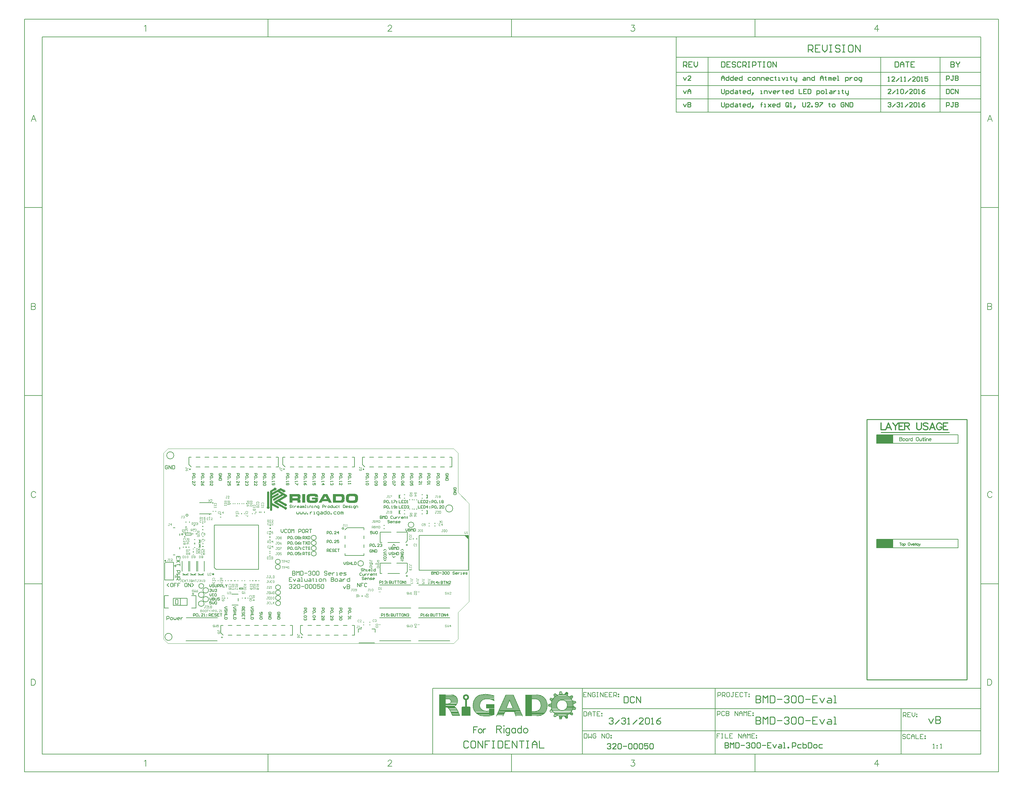
<source format=gto>
G04 Layer_Color=65535*
%FSLAX25Y25*%
%MOIN*%
G70*
G01*
G75*
%ADD46C,0.01000*%
%ADD50C,0.00787*%
%ADD51C,0.00500*%
%ADD52R,0.19000X0.09500*%
%ADD53C,0.00200*%
%ADD54C,0.01180*%
%ADD55C,0.00700*%
%ADD56R,0.02000X0.07500*%
%ADD57R,0.17300X0.00300*%
%ADD58R,0.20400X0.00300*%
%ADD59R,0.07400X0.24300*%
%ADD60R,0.19900X0.00500*%
%ADD61R,0.00400X0.00300*%
%ADD62R,0.00700X0.00300*%
%ADD63R,0.00400X0.00333*%
%ADD64R,0.00300X0.00400*%
%ADD65R,0.00300X0.00300*%
%ADD66R,0.07400X0.00397*%
%ADD67R,0.07500X0.00390*%
%ADD68R,0.13000X0.00397*%
%ADD69R,0.01400X0.00300*%
%ADD70R,0.02300X0.00400*%
%ADD71R,0.02300X0.00300*%
%ADD72R,0.01600X0.00500*%
%ADD73R,0.02500X0.00300*%
%ADD74R,0.02300X0.00500*%
%ADD75R,0.03000X0.00400*%
%ADD76R,0.02900X0.00400*%
%ADD77R,0.03000X0.00300*%
%ADD78R,0.03100X0.00400*%
%ADD79R,0.02800X0.00500*%
%ADD80R,0.03600X0.01300*%
%ADD81R,0.00900X0.00400*%
%ADD82R,0.03300X0.00300*%
%ADD83R,0.01700X0.00300*%
%ADD84R,0.03600X0.00300*%
%ADD85R,0.04600X0.00300*%
%ADD86R,0.09300X0.00400*%
%ADD87R,0.12800X0.00400*%
%ADD88R,0.08300X0.00400*%
%ADD89R,0.10000X0.00400*%
%ADD90R,0.14400X0.00400*%
%ADD91R,0.10300X0.00300*%
%ADD92R,0.14800X0.00300*%
%ADD93R,0.08500X0.00300*%
%ADD94R,0.12600X0.00300*%
%ADD95R,0.15800X0.00300*%
%ADD96R,0.11200X0.00400*%
%ADD97R,0.03500X0.00300*%
%ADD98R,0.16000X0.00300*%
%ADD99R,0.08900X0.00300*%
%ADD100R,0.14700X0.00300*%
%ADD101R,0.16700X0.00400*%
%ADD102R,0.15200X0.00400*%
%ADD103R,0.16800X0.00400*%
%ADD104R,0.17000X0.00400*%
%ADD105R,0.17500X0.00500*%
%ADD106R,0.01200X0.00400*%
%ADD107R,0.15000X0.00300*%
%ADD108R,0.09300X0.00300*%
%ADD109R,0.18000X0.00300*%
%ADD110R,0.17800X0.00400*%
%ADD111R,0.01700X0.00400*%
%ADD112R,0.15700X0.00300*%
%ADD113R,0.18600X0.00300*%
%ADD114R,0.09700X0.00300*%
%ADD115R,0.18700X0.00300*%
%ADD116R,0.18300X0.00400*%
%ADD117R,0.02800X0.00600*%
%ADD118R,0.15700X0.00400*%
%ADD119R,0.19000X0.00400*%
%ADD120R,0.19300X0.00400*%
%ADD121R,0.18800X0.00500*%
%ADD122R,0.03900X0.00400*%
%ADD123R,0.16400X0.00300*%
%ADD124R,0.19600X0.00300*%
%ADD125R,0.19700X0.00300*%
%ADD126R,0.19000X0.00300*%
%ADD127R,0.20700X0.00300*%
%ADD128R,0.20100X0.00300*%
%ADD129R,0.10600X0.00300*%
%ADD130R,0.20000X0.00300*%
%ADD131R,0.19400X0.00300*%
%ADD132R,0.20300X0.00400*%
%ADD133R,0.10900X0.00400*%
%ADD134R,0.20500X0.00400*%
%ADD135R,0.19500X0.00400*%
%ADD136R,0.20600X0.00300*%
%ADD137R,0.11100X0.00300*%
%ADD138R,0.20800X0.00300*%
%ADD139R,0.21000X0.00300*%
%ADD140R,0.11300X0.00300*%
%ADD141R,0.21100X0.00300*%
%ADD142R,0.19800X0.00300*%
%ADD143R,0.20700X0.00400*%
%ADD144R,0.00600X0.00400*%
%ADD145R,0.21400X0.00400*%
%ADD146R,0.11700X0.00400*%
%ADD147R,0.21300X0.00400*%
%ADD148R,0.20100X0.00400*%
%ADD149R,0.02200X0.00400*%
%ADD150R,0.21700X0.00300*%
%ADD151R,0.12000X0.00300*%
%ADD152R,0.20200X0.00300*%
%ADD153R,0.03400X0.00300*%
%ADD154R,0.12700X0.00300*%
%ADD155R,0.12300X0.00300*%
%ADD156R,0.05900X0.00400*%
%ADD157R,0.09900X0.00300*%
%ADD158R,0.24200X0.00400*%
%ADD159R,0.12600X0.00400*%
%ADD160R,0.04100X0.00500*%
%ADD161R,0.10800X0.00400*%
%ADD162R,0.08600X0.00400*%
%ADD163R,0.24300X0.00300*%
%ADD164R,0.12900X0.00300*%
%ADD165R,0.03200X0.00300*%
%ADD166R,0.10000X0.00300*%
%ADD167R,0.07900X0.00300*%
%ADD168R,0.24500X0.00300*%
%ADD169R,0.08300X0.00300*%
%ADD170R,0.13300X0.00300*%
%ADD171R,0.02200X0.00500*%
%ADD172R,0.07800X0.00300*%
%ADD173R,0.10400X0.00400*%
%ADD174R,0.13000X0.00400*%
%ADD175R,0.08400X0.00400*%
%ADD176R,0.13700X0.00400*%
%ADD177R,0.01300X0.00400*%
%ADD178R,0.09400X0.00400*%
%ADD179R,0.07900X0.00400*%
%ADD180R,0.09100X0.00400*%
%ADD181R,0.11000X0.00300*%
%ADD182R,0.08000X0.00300*%
%ADD183R,0.13800X0.00300*%
%ADD184R,0.01100X0.00300*%
%ADD185R,0.09000X0.00300*%
%ADD186R,0.07600X0.00300*%
%ADD187R,0.08400X0.00300*%
%ADD188R,0.06700X0.00300*%
%ADD189R,0.07000X0.00300*%
%ADD190R,0.07700X0.00300*%
%ADD191R,0.07700X0.00400*%
%ADD192R,0.07000X0.00400*%
%ADD193R,0.06700X0.00400*%
%ADD194R,0.08700X0.00400*%
%ADD195R,0.07500X0.00300*%
%ADD196R,0.06600X0.00300*%
%ADD197R,0.08600X0.00300*%
%ADD198R,0.06900X0.00300*%
%ADD199R,0.07400X0.00300*%
%ADD200R,0.10600X0.00400*%
%ADD201R,0.07100X0.00400*%
%ADD202R,0.07300X0.00400*%
%ADD203R,0.06600X0.00400*%
%ADD204R,0.08000X0.00400*%
%ADD205R,0.10400X0.00300*%
%ADD206R,0.07200X0.00300*%
%ADD207R,0.06800X0.00300*%
%ADD208R,0.07300X0.00300*%
%ADD209R,0.06900X0.00400*%
%ADD210R,0.07400X0.00400*%
%ADD211R,0.07100X0.00300*%
%ADD212R,0.06300X0.00400*%
%ADD213R,0.08100X0.00400*%
%ADD214R,0.11600X0.00300*%
%ADD215R,0.06400X0.00300*%
%ADD216R,0.08700X0.00300*%
%ADD217R,0.07200X0.00400*%
%ADD218R,0.09700X0.04700*%
%ADD219R,0.18900X0.00600*%
%ADD220R,0.09400X0.00300*%
%ADD221R,0.09200X0.00300*%
%ADD222R,0.18800X0.00300*%
%ADD223R,0.06400X0.00400*%
%ADD224R,0.09500X0.00400*%
%ADD225R,0.07800X0.00400*%
%ADD226R,0.18800X0.00400*%
%ADD227R,0.18200X0.00400*%
%ADD228R,0.17700X0.00300*%
%ADD229R,0.09000X0.00400*%
%ADD230R,0.07500X0.00400*%
%ADD231R,0.17200X0.00500*%
%ADD232R,0.16900X0.00600*%
%ADD233R,0.08400X0.00500*%
%ADD234R,0.06500X0.00400*%
%ADD235R,0.09100X0.00300*%
%ADD236R,0.17900X0.00300*%
%ADD237R,0.09600X0.00300*%
%ADD238R,0.06658X0.00300*%
%ADD239R,0.08800X0.00500*%
%ADD240R,0.10100X0.00400*%
%ADD241R,0.22000X0.00300*%
%ADD242R,0.06300X0.07000*%
%ADD243R,0.08100X0.00300*%
%ADD244R,0.22300X0.00400*%
%ADD245R,0.10900X0.00300*%
%ADD246R,0.22600X0.00300*%
%ADD247R,0.22900X0.00300*%
%ADD248R,0.09700X0.00400*%
%ADD249R,0.23300X0.00400*%
%ADD250R,0.08200X0.00400*%
%ADD251R,0.23500X0.00300*%
%ADD252R,0.23800X0.00500*%
%ADD253R,0.24500X0.00400*%
%ADD254R,0.24000X0.00400*%
%ADD255R,0.24600X0.00300*%
%ADD256R,0.08900X0.00400*%
%ADD257R,0.01000X0.00400*%
%ADD258R,0.07600X0.00400*%
%ADD259R,0.21700X0.00400*%
%ADD260R,0.21600X0.00300*%
%ADD261R,0.20500X0.00300*%
%ADD262R,0.00600X0.00300*%
%ADD263R,0.21900X0.00300*%
%ADD264R,0.21100X0.00400*%
%ADD265R,0.20400X0.00400*%
%ADD266R,0.22000X0.00400*%
%ADD267R,0.21000X0.00400*%
%ADD268R,0.07900X0.00600*%
%ADD269R,0.21500X0.00300*%
%ADD270R,0.20200X0.00400*%
%ADD271R,0.20300X0.00300*%
%ADD272R,0.20300X0.00500*%
%ADD273R,0.07500X0.00500*%
%ADD274R,0.19600X0.00400*%
%ADD275R,0.03700X0.00300*%
%ADD276R,0.19200X0.00300*%
%ADD277R,0.02600X0.00300*%
%ADD278R,0.19900X0.00300*%
%ADD279R,0.15400X0.00400*%
%ADD280R,0.00800X0.00300*%
%ADD281R,0.15300X0.00300*%
%ADD282R,0.17000X0.00300*%
%ADD283R,0.08200X0.00300*%
%ADD284R,0.15300X0.00400*%
%ADD285R,0.18300X0.00300*%
%ADD286R,0.11000X0.00400*%
%ADD287R,0.03300X0.00400*%
%ADD288R,0.17600X0.00400*%
%ADD289R,0.13300X0.00400*%
%ADD290R,0.07900X0.00500*%
%ADD291R,0.07400X0.00430*%
%ADD292R,0.07300X0.24000*%
%ADD293R,0.03700X0.00397*%
%ADD294R,0.05300X0.00397*%
%ADD295R,0.03000X0.00397*%
%ADD296R,0.06700X0.00356*%
%ADD297R,0.03300X0.00333*%
%ADD298R,0.02000X0.00333*%
%ADD299R,0.03100X0.00333*%
%ADD300R,0.01200X0.00333*%
%ADD301R,0.02900X0.00333*%
%ADD302R,0.03000X0.00408*%
%ADD303R,0.02700X0.00333*%
%ADD304R,0.03000X0.00333*%
%ADD305R,0.02300X0.00333*%
%ADD306R,0.03000X0.00333*%
%ADD307R,0.02200X0.00333*%
%ADD308R,0.02500X0.00333*%
%ADD309R,0.01300X0.00426*%
%ADD310R,0.02300X0.00333*%
%ADD311R,0.02000X0.00469*%
%ADD312R,0.18109X0.00300*%
%ADD313R,0.02983X0.00600*%
%ADD314R,0.16055X0.00400*%
%ADD315R,0.08066X0.00300*%
%ADD316R,0.10834X0.00300*%
%ADD317R,0.07366X0.00300*%
%ADD318R,0.08294X0.00400*%
%ADD319R,0.09383X0.00400*%
%ADD320R,0.09283X0.00300*%
%ADD321R,0.06560X0.00300*%
%ADD322R,0.21453X0.00400*%
%ADD323R,0.08482X0.00400*%
%ADD324R,0.08428X0.00300*%
%ADD325R,0.08160X0.00400*%
%ADD326R,0.20477X0.00400*%
%ADD327R,0.08049X0.00600*%
%ADD328R,0.08000X0.00432*%
%ADD329R,0.02600X0.00427*%
%ADD338C,0.01221*%
%ADD339C,0.00036*%
%ADD340C,0.00039*%
%ADD341C,0.00400*%
G36*
X126704Y175529D02*
X127096Y174819D01*
Y174583D01*
Y174349D01*
X126704Y173637D01*
X125993Y173245D01*
X125689D01*
X125478Y173278D01*
X125455Y173284D01*
X125452Y173284D01*
X125449Y173284D01*
X125448Y173284D01*
X125448Y173284D01*
X125445Y173283D01*
X125442Y173282D01*
X122209Y171462D01*
X122207Y171460D01*
X122205Y171459D01*
X122204Y171458D01*
X122203Y171457D01*
X122202Y171455D01*
X122201Y171453D01*
X122201Y171452D01*
X122200Y171451D01*
X122200Y171448D01*
X122199Y171446D01*
Y169978D01*
X122200Y169977D01*
X122200Y169976D01*
X122200Y169974D01*
X122201Y169971D01*
X122202Y169970D01*
X122202Y169969D01*
X122204Y169967D01*
X122205Y169965D01*
X122206Y169964D01*
X122206Y169964D01*
X122209Y169962D01*
X122211Y169961D01*
X122212Y169961D01*
X122213Y169960D01*
X122215Y169960D01*
X122218Y169960D01*
X122219Y169960D01*
X122220Y169960D01*
X122222Y169960D01*
X122225Y169961D01*
X122226Y169962D01*
X122227Y169962D01*
X131637Y175210D01*
X131637Y175210D01*
X131637Y175210D01*
X131707Y175251D01*
X132520Y175247D01*
X132592Y175206D01*
X132592D01*
X135450Y173596D01*
X135453Y173595D01*
X135456Y173593D01*
X135456Y173593D01*
X135457Y173593D01*
X135460Y173594D01*
X135463Y173594D01*
X135486Y173600D01*
X135681Y173626D01*
X135988D01*
X136698Y173237D01*
X137092Y172526D01*
Y172290D01*
Y172057D01*
X136698Y171346D01*
X135987Y170952D01*
X135556D01*
X134960Y171219D01*
X134527Y171754D01*
X134485Y171887D01*
X134484Y171890D01*
X134482Y171893D01*
X134482Y171893D01*
X134482Y171894D01*
X134479Y171896D01*
X134477Y171898D01*
X132117Y173229D01*
X132115Y173230D01*
X132113Y173231D01*
X132112Y173231D01*
X132111Y173231D01*
X132108Y173231D01*
X132106Y173231D01*
X132105Y173231D01*
X132104Y173231D01*
X132102Y173230D01*
X132099Y173229D01*
X130809Y172508D01*
X130808Y172507D01*
X130807Y172506D01*
X130806Y172505D01*
X130804Y172503D01*
X130803Y172502D01*
X130803Y172501D01*
X130802Y172499D01*
X130801Y172497D01*
X130801Y172495D01*
X130800Y172494D01*
X130800Y172492D01*
X130800Y172490D01*
X130800Y172488D01*
X130800Y172487D01*
X130801Y172485D01*
X130802Y172483D01*
X130803Y172482D01*
X130804Y172481D01*
X130805Y172479D01*
X130807Y172477D01*
X130808Y172477D01*
X130809Y172476D01*
X138788Y167642D01*
X138788Y167642D01*
X138788D01*
X138858Y167600D01*
X139260Y166881D01*
Y166798D01*
X139258Y166715D01*
X138846Y166004D01*
X138776Y165961D01*
X131083Y161444D01*
X131082Y161443D01*
X131081Y161443D01*
X131079Y161441D01*
X131077Y161439D01*
X131077Y161438D01*
X131076Y161437D01*
X131075Y161435D01*
X131074Y161433D01*
X131074Y161432D01*
X131074Y161430D01*
X131074Y161428D01*
X131074Y161426D01*
X131074Y161425D01*
X131074Y161423D01*
X131075Y161421D01*
X131076Y161419D01*
X131077Y161418D01*
X131078Y161417D01*
X131079Y161415D01*
X131081Y161414D01*
X131082Y161413D01*
X131083Y161412D01*
X137352Y157908D01*
X137355Y157907D01*
X137357Y157905D01*
X137358Y157905D01*
X137358Y157905D01*
X137362Y157906D01*
X137365Y157906D01*
X137390Y157911D01*
X137596Y157944D01*
X137907D01*
X138618Y157554D01*
X139009Y156844D01*
Y156608D01*
Y156374D01*
X138618Y155664D01*
X137907Y155270D01*
X137476D01*
X136885Y155531D01*
X136452Y156058D01*
X136408Y156190D01*
X136407Y156193D01*
X136405Y156195D01*
X136405Y156196D01*
X136405Y156196D01*
X136402Y156198D01*
X136400Y156200D01*
X129109Y160275D01*
X129107Y160276D01*
X129105Y160277D01*
X129104Y160277D01*
X129102Y160278D01*
X129100Y160277D01*
X129098Y160278D01*
X129096Y160277D01*
X129095Y160277D01*
X129093Y160276D01*
X129091Y160275D01*
X127811Y159525D01*
X127810Y159524D01*
X127808Y159523D01*
X127807Y159521D01*
X127805Y159520D01*
X127805Y159519D01*
X127804Y159518D01*
X127803Y159516D01*
X127802Y159513D01*
X127802Y159512D01*
X127802Y159511D01*
X127802Y159509D01*
X127802Y159506D01*
X127802Y159505D01*
X127802Y159504D01*
X127803Y159502D01*
X127804Y159500D01*
X127805Y159499D01*
X127805Y159497D01*
X127807Y159496D01*
X127809Y159494D01*
X127810Y159494D01*
X127811Y159493D01*
X137350Y154186D01*
X137353Y154185D01*
X137356Y154184D01*
X137356D01*
X137356Y154184D01*
X137360Y154184D01*
X137363Y154184D01*
X137388Y154190D01*
X137595Y154223D01*
X137907D01*
X138618Y153833D01*
X139009Y153122D01*
Y152886D01*
Y152653D01*
X138618Y151942D01*
X137907Y151548D01*
X137476D01*
X136885Y151809D01*
X136454Y152335D01*
X136410Y152464D01*
X136409Y152467D01*
X136407Y152470D01*
X136407Y152470D01*
X136407Y152471D01*
X136404Y152472D01*
X136402Y152474D01*
X125335Y158630D01*
X125259Y158673D01*
X124969Y158985D01*
X124832Y159389D01*
Y159474D01*
X124832Y159474D01*
X124832Y159474D01*
X124830Y159561D01*
X124959Y159967D01*
X125240Y160284D01*
X125315Y160327D01*
X125315Y160328D01*
X125315Y160328D01*
X136346Y166801D01*
X136346Y166802D01*
X136347Y166803D01*
X136349Y166804D01*
X136351Y166806D01*
X136351Y166807D01*
X136352Y166808D01*
X136353Y166810D01*
X136354Y166813D01*
X136354Y166814D01*
X136354Y166814D01*
X136354Y166817D01*
X136354Y166820D01*
X136354Y166821D01*
X136354Y166822D01*
X136353Y166824D01*
X136352Y166827D01*
X136352Y166827D01*
X136351Y166828D01*
X136349Y166830D01*
X136347Y166832D01*
X136346Y166832D01*
X136346Y166833D01*
X135065Y167609D01*
X135063Y167610D01*
X135061Y167611D01*
X135060Y167611D01*
X135059Y167611D01*
X135056Y167611D01*
X135054Y167612D01*
X135053Y167611D01*
X135052Y167611D01*
X135049Y167610D01*
X135047Y167609D01*
X124897Y161687D01*
X124857Y161666D01*
X124525Y161554D01*
X124204D01*
X123600Y161965D01*
X123557Y162039D01*
X123557Y162040D01*
X123557Y162040D01*
X123489Y162155D01*
X123458Y162782D01*
X123795Y163311D01*
X123910Y163377D01*
X123910Y163377D01*
X123910Y163377D01*
X133124Y168754D01*
X133125Y168755D01*
X133126Y168755D01*
X133128Y168757D01*
X133130Y168759D01*
X133130Y168760D01*
X133131Y168761D01*
X133132Y168763D01*
X133133Y168765D01*
X133133Y168766D01*
X133133Y168767D01*
X133133Y168770D01*
X133133Y168772D01*
X133133Y168773D01*
X133133Y168774D01*
X133132Y168777D01*
X133131Y168779D01*
X133130Y168780D01*
X133130Y168781D01*
X133128Y168783D01*
X133126Y168785D01*
X133125Y168785D01*
X133125Y168786D01*
X128824Y171391D01*
X128822Y171392D01*
X128820Y171393D01*
X128819Y171393D01*
X128818Y171394D01*
X128815Y171394D01*
X128813Y171394D01*
X128812Y171393D01*
X128810Y171393D01*
X128808Y171392D01*
X128806Y171392D01*
X122209Y167713D01*
X122207Y167711D01*
X122205Y167710D01*
X122204Y167709D01*
X122204Y167708D01*
X122202Y167706D01*
X122201Y167704D01*
X122201Y167703D01*
X122200Y167702D01*
X122200Y167699D01*
X122199Y167697D01*
Y166206D01*
X122200Y166204D01*
X122200Y166203D01*
X122200Y166201D01*
X122201Y166199D01*
X122202Y166198D01*
X122202Y166197D01*
X122204Y166195D01*
X122205Y166192D01*
X122206Y166192D01*
X122206Y166191D01*
X122209Y166190D01*
X122211Y166189D01*
X122212Y166188D01*
X122213Y166188D01*
X122215Y166188D01*
X122218Y166187D01*
X122219Y166187D01*
X122220Y166187D01*
X122222Y166188D01*
X122225Y166189D01*
X122226Y166189D01*
X122227Y166189D01*
X128284Y169563D01*
X128284Y169563D01*
X128284Y169563D01*
X128400Y169629D01*
X129026Y169651D01*
X129550Y169302D01*
X129616Y169185D01*
X129680Y169070D01*
X129699Y168443D01*
X129351Y167922D01*
X129236Y167856D01*
X122209Y163940D01*
X122207Y163939D01*
X122205Y163937D01*
X122204Y163936D01*
X122204Y163936D01*
X122202Y163934D01*
X122201Y163931D01*
X122201Y163930D01*
X122200Y163929D01*
X122200Y163927D01*
X122199Y163924D01*
Y158791D01*
X122200Y158789D01*
X122200Y158786D01*
X122201Y158785D01*
X122201Y158784D01*
X122202Y158782D01*
X122204Y158780D01*
X122204Y158779D01*
X122205Y158779D01*
X122207Y158777D01*
X122209Y158775D01*
X129502Y154843D01*
X129502Y154843D01*
X129502Y154842D01*
X129619Y154780D01*
X129973Y154263D01*
X129962Y153634D01*
X129899Y153517D01*
X129856Y153437D01*
X129530Y153137D01*
X129159Y153003D01*
X128931D01*
X128609Y153103D01*
X128573Y153122D01*
X128573Y153122D01*
X122227Y156542D01*
X122226Y156543D01*
X122225Y156543D01*
X122222Y156544D01*
X122220Y156544D01*
X122219Y156544D01*
X122218Y156544D01*
X122215Y156544D01*
X122213Y156544D01*
X122212Y156543D01*
X122211Y156543D01*
X122209Y156542D01*
X122206Y156540D01*
X122206Y156539D01*
X122205Y156539D01*
X122203Y156537D01*
X122202Y156535D01*
X122201Y156534D01*
X122201Y156533D01*
X122200Y156530D01*
X122200Y156528D01*
X122200Y156527D01*
X122199Y156526D01*
Y151069D01*
Y150898D01*
X121911Y150379D01*
X121392Y150090D01*
X121048D01*
X120529Y150379D01*
X120243Y150898D01*
Y151069D01*
Y172028D01*
Y172152D01*
X120375Y172523D01*
X120664Y172840D01*
X120741Y172882D01*
X120741Y172882D01*
X120741Y172882D01*
X124486Y174989D01*
X124489Y174991D01*
X124492Y174994D01*
X124492Y174994D01*
X124492Y174994D01*
X124493Y174997D01*
X124495Y175000D01*
X124537Y175131D01*
X124970Y175659D01*
X125562Y175919D01*
X125993D01*
X126704Y175529D01*
D02*
G37*
G36*
X169693Y168941D02*
X170828Y168910D01*
X171585Y168853D01*
X171976Y168793D01*
X172105Y168762D01*
X172344Y168702D01*
X173034Y168398D01*
X173633Y167814D01*
X173953Y166918D01*
X174045Y165953D01*
X174043Y165649D01*
X171205D01*
Y165832D01*
X171205Y165833D01*
X171205Y165833D01*
X171204Y165837D01*
X171203Y165840D01*
X171203Y165840D01*
X171203Y165841D01*
X170924Y166443D01*
X170924Y166443D01*
X170924Y166443D01*
X170922Y166446D01*
X170920Y166449D01*
X170920Y166449D01*
X170920Y166450D01*
X170917Y166451D01*
X170913Y166454D01*
X170913Y166454D01*
X170913Y166454D01*
X170195Y166711D01*
X170192Y166711D01*
X170189Y166712D01*
X169970Y166718D01*
X169969Y166718D01*
X169969Y166718D01*
X169232D01*
X168193Y166733D01*
X168193Y166733D01*
X168192Y166733D01*
X167121Y166718D01*
X166305D01*
X166304Y166718D01*
X166304Y166718D01*
X165850Y166708D01*
X165849Y166708D01*
X165849Y166708D01*
X165592Y166683D01*
X165590Y166682D01*
X165589Y166682D01*
X165422Y166647D01*
X165421Y166647D01*
X165421Y166647D01*
X165366Y166632D01*
X165233Y166601D01*
X165230Y166599D01*
X165227Y166598D01*
X164769Y166303D01*
X164767Y166302D01*
X164765Y166301D01*
X164764Y166299D01*
X164763Y166298D01*
X164762Y166296D01*
X164761Y166294D01*
X164531Y165761D01*
X164530Y165758D01*
X164529Y165755D01*
X164513Y165603D01*
X164502Y165538D01*
X164502Y165537D01*
X164502Y165536D01*
X164460Y164854D01*
X164460Y164854D01*
X164460Y164853D01*
X164441Y164092D01*
X164441Y164091D01*
X164441Y164091D01*
Y163836D01*
Y163478D01*
X164441Y163477D01*
X164441Y163476D01*
X164557Y162400D01*
X164558Y162397D01*
X164559Y162393D01*
X164559Y162393D01*
X164559D01*
X164877Y161799D01*
X164878Y161798D01*
X164878Y161797D01*
X164880Y161795D01*
X164882Y161793D01*
X164883Y161792D01*
X164883Y161792D01*
X164986Y161723D01*
X164986Y161723D01*
X164986Y161723D01*
X165068Y161668D01*
X165070Y161667D01*
X165072Y161666D01*
X165578Y161486D01*
X165581Y161486D01*
X165583Y161485D01*
X166305Y161406D01*
X166306Y161406D01*
X166307Y161405D01*
X166499Y161401D01*
X166551Y161399D01*
X166551D01*
X166710Y161393D01*
X166710Y161393D01*
X166711Y161393D01*
X167003Y161389D01*
X167004Y161389D01*
X167004Y161389D01*
X167575D01*
X168362Y161387D01*
X168625D01*
X168916Y161384D01*
X168917Y161384D01*
X168917Y161384D01*
X169798Y161405D01*
X169799Y161406D01*
X169800Y161406D01*
X170522Y161504D01*
X170525Y161505D01*
X170529Y161506D01*
X170935Y161728D01*
X170935Y161729D01*
X170936Y161729D01*
X170938Y161731D01*
X170941Y161733D01*
X170941Y161734D01*
X170942Y161734D01*
X171132Y162015D01*
X171133Y162017D01*
X171134Y162019D01*
X171174Y162121D01*
X171174Y162122D01*
X171175Y162124D01*
X171181Y162153D01*
X171181Y162154D01*
X171182Y162156D01*
X171219Y162537D01*
X171219Y162537D01*
X171219Y162538D01*
Y162664D01*
Y162764D01*
Y162896D01*
X171218Y162904D01*
X171213Y162910D01*
X171207Y162914D01*
X171200Y162916D01*
X167503D01*
Y164670D01*
X174043D01*
Y163359D01*
Y162926D01*
X173990Y161622D01*
X173845Y160819D01*
X173799Y160689D01*
X173717Y160468D01*
X173022Y159682D01*
X171890Y159274D01*
X171589Y159241D01*
X171512Y159235D01*
X171231Y159222D01*
X170526Y159210D01*
X169343Y159203D01*
X168002Y159199D01*
X167201D01*
X166133Y159210D01*
X165117Y159237D01*
X164402Y159291D01*
X164013Y159343D01*
X163886Y159370D01*
X163624Y159429D01*
X162617Y159895D01*
X161971Y160638D01*
X161890Y160834D01*
X161890Y160834D01*
X161890Y160835D01*
X161818Y160996D01*
X161601Y161963D01*
X161530Y163455D01*
Y163951D01*
Y164286D01*
X161553Y165285D01*
X161635Y166256D01*
X161785Y166965D01*
X161947Y167385D01*
X162019Y167514D01*
X162124Y167699D01*
X162885Y168381D01*
X164051Y168779D01*
X164361Y168820D01*
X164361Y168820D01*
X164361Y168820D01*
X164526Y168843D01*
X165757Y168918D01*
X167464Y168950D01*
X168447D01*
X169693Y168941D01*
D02*
G37*
G36*
X200869Y168830D02*
X201872Y168680D01*
X202615Y168405D01*
X203055Y168109D01*
X203177Y167987D01*
X203177Y167986D01*
X203178Y167986D01*
X203309Y167858D01*
X203761Y167081D01*
X203998Y165949D01*
X204025Y165643D01*
X204031Y165532D01*
Y165532D01*
X204082Y164434D01*
Y164066D01*
Y163736D01*
X204042Y162743D01*
X203959Y161792D01*
X203938Y161654D01*
Y161654D01*
X203938Y161654D01*
X203898Y161368D01*
X203266Y160179D01*
X202189Y159466D01*
X201929Y159414D01*
X201792Y159387D01*
X201105Y159300D01*
X200217Y159270D01*
X191224D01*
Y168876D01*
X199865D01*
X200869Y168830D01*
D02*
G37*
G36*
X189654Y159270D02*
X186488D01*
X185539Y160980D01*
X185538Y160983D01*
X185536Y160985D01*
X185535Y160986D01*
X185534Y160986D01*
X185532Y160988D01*
X185530Y160989D01*
X185529Y160989D01*
X185528Y160990D01*
X185525Y160990D01*
X185522Y160991D01*
X179303D01*
X179300Y160990D01*
X179297Y160990D01*
X179296Y160989D01*
X179295Y160989D01*
X179293Y160987D01*
X179290Y160986D01*
X179290Y160985D01*
X179289Y160985D01*
X179287Y160983D01*
X179285Y160980D01*
X178366Y159270D01*
X175086D01*
X180486Y168876D01*
X184397D01*
X189654Y159270D01*
D02*
G37*
G36*
X159434D02*
X156537D01*
Y168876D01*
X159434D01*
Y159270D01*
D02*
G37*
G36*
X152478Y168747D02*
X153405Y168389D01*
X153541Y168274D01*
X153542Y168274D01*
X153542Y168274D01*
X153679Y168165D01*
X154157Y167316D01*
X154359Y166115D01*
Y165715D01*
Y165429D01*
X154271Y164568D01*
X153989Y163769D01*
X153480Y163254D01*
X152907Y163003D01*
X152710Y162957D01*
X152710D01*
X152706Y162955D01*
X152703Y162954D01*
X152703Y162954D01*
X152703Y162954D01*
X152701Y162951D01*
X152698Y162949D01*
X152698Y162949D01*
Y162949D01*
X152697Y162946D01*
X152695Y162941D01*
Y162941D01*
Y162941D01*
X152695Y162936D01*
X152696Y162934D01*
X152696Y162934D01*
Y162934D01*
X152697Y162929D01*
X152699Y162927D01*
X152699Y162927D01*
Y162927D01*
X152701Y162924D01*
X152704Y162921D01*
X152704Y162921D01*
X152704Y162921D01*
X152707Y162920D01*
X152711Y162919D01*
X152711D01*
X152900Y162888D01*
X153454Y162703D01*
X153924Y162315D01*
X154168Y161693D01*
X154231Y161002D01*
X154227Y160770D01*
X154227Y160770D01*
X154227Y160770D01*
Y159270D01*
X151288D01*
Y160452D01*
X151288Y160452D01*
X151288Y160452D01*
X151286Y160611D01*
X151286Y160613D01*
X151286Y160614D01*
X151213Y161091D01*
X151213Y161091D01*
Y161092D01*
X151211Y161095D01*
X151210Y161098D01*
X151210Y161099D01*
X151210Y161099D01*
X150963Y161480D01*
X150961Y161481D01*
X150960Y161484D01*
X150958Y161484D01*
X150957Y161485D01*
X150955Y161486D01*
X150953Y161487D01*
X150461Y161667D01*
X150458Y161668D01*
X150456Y161669D01*
X149851Y161704D01*
X149850Y161704D01*
X149849Y161704D01*
X149648Y161700D01*
X145151D01*
X145144Y161698D01*
X145138Y161694D01*
X145133Y161688D01*
X145132Y161680D01*
Y159270D01*
X142250D01*
Y168876D01*
X151027D01*
X152478Y168747D01*
D02*
G37*
G36*
X214102Y168973D02*
X215295Y168952D01*
X216091Y168906D01*
X216519Y168860D01*
X216660Y168835D01*
X216908Y168789D01*
X217632Y168533D01*
X218339Y168024D01*
X218806Y167277D01*
X219026Y166521D01*
X219059Y166263D01*
X219059Y166263D01*
X219059Y166263D01*
X219074Y166167D01*
X219124Y165386D01*
X219145Y164288D01*
Y163922D01*
Y163548D01*
X219093Y162421D01*
X218920Y161336D01*
X218593Y160561D01*
X218228Y160110D01*
X218083Y159990D01*
X218083Y159990D01*
X218083Y159990D01*
X217938Y159870D01*
X217002Y159441D01*
X215651Y159226D01*
X215303Y159212D01*
X215303Y159212D01*
X215303Y159212D01*
X215173Y159205D01*
X214088Y159183D01*
X212938Y159170D01*
X211889D01*
X209887Y159205D01*
X208656Y159300D01*
X208513Y159329D01*
X208513D01*
X208512Y159329D01*
X208246Y159376D01*
X207224Y159782D01*
X206560Y160447D01*
X206471Y160620D01*
X206471Y160620D01*
X206471Y160620D01*
X206400Y160751D01*
X206240Y161171D01*
X206100Y161853D01*
X206030Y162799D01*
X206011Y163805D01*
Y164139D01*
Y164566D01*
X206046Y165839D01*
X206169Y166649D01*
X206213Y166809D01*
X206213Y166809D01*
X206213Y166809D01*
X206279Y167063D01*
X206865Y168015D01*
X207853Y168612D01*
X208123Y168691D01*
X208123D01*
X208279Y168737D01*
X208765Y168833D01*
X209585Y168922D01*
X210734Y168966D01*
X211949Y168979D01*
X212790D01*
X214102Y168973D01*
D02*
G37*
G36*
X118651Y171469D02*
X118939Y170950D01*
Y170777D01*
Y154689D01*
X118940Y154685D01*
X118940Y154682D01*
X118940Y154682D01*
X118940Y154682D01*
X118942Y154679D01*
X118944Y154676D01*
X118997Y154620D01*
X119297Y154000D01*
Y153776D01*
Y153542D01*
X118905Y152832D01*
X118194Y152438D01*
X117725D01*
X117014Y152832D01*
X116622Y153542D01*
Y153776D01*
Y153987D01*
X116922Y154620D01*
X116977Y154676D01*
X116979Y154679D01*
X116981Y154682D01*
X116981Y154682D01*
X116981Y154682D01*
X116981Y154685D01*
X116982Y154689D01*
Y170777D01*
Y170951D01*
X117269Y171470D01*
X117788Y171756D01*
X118132D01*
X118651Y171469D01*
D02*
G37*
G36*
X344252Y118169D02*
X340315Y122106D01*
X344252D01*
Y118169D01*
D02*
G37*
G36*
X345861Y-71286D02*
X346192Y-71507D01*
X346413Y-71838D01*
X346491Y-72228D01*
X346471D01*
X346491Y-80728D01*
X346413Y-81119D01*
X346192Y-81449D01*
X345861Y-81670D01*
X345471Y-81748D01*
Y-81728D01*
X337471Y-81748D01*
X337081Y-81670D01*
X336750Y-81449D01*
X336529Y-81119D01*
X336451Y-80728D01*
X336471D01*
X336451Y-72228D01*
X336529Y-71838D01*
X336750Y-71507D01*
X337081Y-71286D01*
X337471Y-71209D01*
Y-71228D01*
X345471Y-71209D01*
X345861Y-71286D01*
D02*
G37*
%LPC*%
G36*
X199370Y166515D02*
X194138D01*
X194130Y166514D01*
X194124Y166510D01*
X194120Y166503D01*
X194118Y166496D01*
Y161551D01*
X194120Y161543D01*
X194124Y161537D01*
X194130Y161532D01*
X194138Y161531D01*
X199247D01*
X199247Y161531D01*
X199247Y161531D01*
X199822Y161546D01*
X199824Y161546D01*
X199826Y161546D01*
X200171Y161619D01*
X200172Y161620D01*
X200173Y161620D01*
X200260Y161647D01*
X200261Y161647D01*
X200376Y161682D01*
X200378Y161684D01*
X200380Y161685D01*
X200705Y161881D01*
X200705Y161882D01*
X200706Y161882D01*
X200708Y161884D01*
X200710Y161886D01*
X200711Y161887D01*
X200711Y161887D01*
X200985Y162308D01*
X200986Y162311D01*
X200988Y162315D01*
X201130Y163005D01*
X201130Y163007D01*
X201131Y163008D01*
X201172Y163791D01*
X201172Y163791D01*
X201172Y163792D01*
Y164051D01*
Y164361D01*
X201172Y164362D01*
X201172Y164363D01*
X201091Y165290D01*
X201090Y165293D01*
X201090Y165296D01*
X200784Y166041D01*
X200783Y166043D01*
X200781Y166045D01*
X200781Y166046D01*
X200780Y166047D01*
X200778Y166049D01*
X200776Y166050D01*
X200154Y166416D01*
X200154Y166417D01*
X200154Y166417D01*
X200150Y166418D01*
X200147Y166419D01*
X200147Y166419D01*
X200147Y166419D01*
X199372Y166515D01*
X199371Y166515D01*
X199370Y166515D01*
D02*
G37*
G36*
X182414Y166848D02*
X182412Y166848D01*
X182410Y166848D01*
X182409Y166848D01*
X182407Y166847D01*
X182405Y166846D01*
X182403Y166846D01*
X182402Y166845D01*
X182400Y166844D01*
X182399Y166842D01*
X182397Y166841D01*
X182396Y166839D01*
X182395Y166838D01*
X180342Y162991D01*
X180342Y162990D01*
X180341Y162990D01*
X180341Y162987D01*
X180340Y162984D01*
X180340Y162983D01*
X180340Y162982D01*
X180340Y162979D01*
X180341Y162976D01*
X180341Y162976D01*
X180341Y162975D01*
X180343Y162972D01*
X180344Y162970D01*
X180345Y162969D01*
X180346Y162968D01*
X180348Y162967D01*
X180350Y162965D01*
X180351Y162964D01*
X180352Y162964D01*
X180355Y162963D01*
X180358Y162962D01*
X180359Y162963D01*
X180359Y162962D01*
X184495D01*
X184496Y162963D01*
X184497Y162962D01*
X184499Y162963D01*
X184502Y162964D01*
X184503Y162964D01*
X184504Y162965D01*
X184506Y162967D01*
X184509Y162968D01*
X184509Y162969D01*
X184510Y162970D01*
X184511Y162972D01*
X184513Y162975D01*
X184513Y162976D01*
X184513Y162976D01*
X184514Y162979D01*
X184514Y162982D01*
X184514Y162983D01*
X184514Y162984D01*
X184513Y162987D01*
X184513Y162990D01*
X184512Y162990D01*
X184512Y162991D01*
X182430Y166838D01*
X182429Y166839D01*
X182428Y166841D01*
X182426Y166842D01*
X182425Y166844D01*
X182423Y166845D01*
X182422Y166846D01*
X182420Y166846D01*
X182418Y166847D01*
X182416Y166848D01*
X182414Y166848D01*
D02*
G37*
G36*
X150067Y166545D02*
X145151D01*
X145144Y166543D01*
X145138Y166539D01*
X145133Y166533D01*
X145132Y166525D01*
Y164039D01*
X145133Y164031D01*
X145138Y164025D01*
X145144Y164021D01*
X145151Y164019D01*
X149950D01*
X149951Y164019D01*
X149951Y164019D01*
X150598Y164061D01*
X150600Y164062D01*
X150603Y164062D01*
X151118Y164227D01*
X151120Y164228D01*
X151122Y164229D01*
X151123Y164230D01*
X151124Y164231D01*
X151126Y164233D01*
X151127Y164234D01*
X151376Y164576D01*
X151377Y164576D01*
X151377Y164577D01*
X151379Y164580D01*
X151380Y164583D01*
X151380Y164583D01*
X151380Y164584D01*
X151447Y165019D01*
X151447Y165021D01*
X151447Y165022D01*
Y165167D01*
Y165343D01*
X151447Y165344D01*
X151447Y165345D01*
X151393Y165868D01*
X151392Y165871D01*
X151391Y165874D01*
X151247Y166208D01*
X151245Y166211D01*
X151243Y166214D01*
X151197Y166264D01*
X151197Y166264D01*
X151197Y166264D01*
X151143Y166323D01*
X151143Y166323D01*
X151143Y166323D01*
X151139Y166325D01*
X151137Y166327D01*
X151136Y166327D01*
X151136Y166327D01*
X150766Y166493D01*
X150763Y166493D01*
X150759Y166494D01*
X150069Y166545D01*
X150068Y166545D01*
X150067Y166545D01*
D02*
G37*
G36*
X212883Y166660D02*
X212883Y166660D01*
X212883Y166660D01*
X212248D01*
X212248Y166660D01*
X212248Y166660D01*
X211239Y166645D01*
X211239Y166645D01*
X211238Y166645D01*
X210355Y166591D01*
X210354Y166590D01*
X210353Y166590D01*
X209801Y166486D01*
X209799Y166485D01*
X209797Y166484D01*
X209531Y166369D01*
X209529Y166368D01*
X209527Y166367D01*
X209451Y166311D01*
X209451Y166311D01*
X209451Y166310D01*
X209353Y166235D01*
X209352Y166235D01*
X209352Y166234D01*
X209350Y166232D01*
X209348Y166229D01*
X209347Y166229D01*
X209347Y166228D01*
X209044Y165626D01*
X209043Y165622D01*
X209042Y165619D01*
X208937Y164501D01*
X208937Y164500D01*
X208937Y164499D01*
Y164125D01*
Y163742D01*
X208937Y163741D01*
X208937Y163740D01*
X209039Y162585D01*
X209040Y162582D01*
X209041Y162578D01*
X209324Y161953D01*
X209324Y161952D01*
X209324Y161952D01*
X209326Y161949D01*
X209328Y161946D01*
X209328Y161946D01*
X209329Y161946D01*
X209421Y161868D01*
X209421Y161868D01*
X209421Y161868D01*
X209495Y161809D01*
X209496Y161808D01*
X209498Y161807D01*
X209759Y161673D01*
X209762Y161673D01*
X209764Y161672D01*
X210285Y161556D01*
X210287Y161556D01*
X210288Y161556D01*
X211153Y161502D01*
X211153Y161502D01*
X211154Y161502D01*
X212172Y161487D01*
X212173Y161487D01*
X212173Y161487D01*
X212901D01*
X212901Y161487D01*
X212902Y161487D01*
X214063Y161510D01*
X214064Y161510D01*
X214064Y161510D01*
X215031Y161590D01*
X215033Y161590D01*
X215035Y161590D01*
X215590Y161758D01*
X215593Y161759D01*
X215597Y161761D01*
X215849Y161960D01*
X215851Y161962D01*
X215853Y161964D01*
X215914Y162045D01*
X215914Y162045D01*
X215981Y162133D01*
X215982Y162136D01*
X215984Y162139D01*
X216191Y162762D01*
X216191Y162765D01*
X216192Y162767D01*
X216263Y163828D01*
X216263Y163829D01*
X216263Y163830D01*
Y164183D01*
Y164384D01*
X216263Y164384D01*
X216263Y164384D01*
X216253Y164987D01*
X216253Y164988D01*
X216253Y164989D01*
X216198Y165595D01*
X216197Y165598D01*
X216197Y165600D01*
X216057Y166035D01*
X216057Y166035D01*
X216057Y166036D01*
X216055Y166039D01*
X216053Y166042D01*
X216053Y166042D01*
X216053Y166042D01*
X215785Y166337D01*
X215785Y166338D01*
X215784Y166338D01*
X215781Y166340D01*
X215779Y166342D01*
X215778Y166342D01*
X215778Y166342D01*
X215338Y166522D01*
X215336Y166523D01*
X215334Y166524D01*
X214685Y166618D01*
X214684Y166618D01*
X214683Y166618D01*
X213781Y166656D01*
X213780Y166656D01*
X213780Y166656D01*
X212883Y166660D01*
D02*
G37*
%LPD*%
D46*
X794171Y-40800D02*
Y253200D01*
X907171D01*
Y-40800D02*
Y253200D01*
X794171Y-40800D02*
X907171D01*
X810171Y238448D02*
X887171D01*
X344332Y-111135D02*
X342999Y-109803D01*
X340333D01*
X339000Y-111135D01*
Y-116467D01*
X340333Y-117800D01*
X342999D01*
X344332Y-116467D01*
X350996Y-109803D02*
X348330D01*
X346997Y-111135D01*
Y-116467D01*
X348330Y-117800D01*
X350996D01*
X352329Y-116467D01*
Y-111135D01*
X350996Y-109803D01*
X354995Y-117800D02*
Y-109803D01*
X360326Y-117800D01*
Y-109803D01*
X368324D02*
X362992D01*
Y-113801D01*
X365658D01*
X362992D01*
Y-117800D01*
X370990Y-109803D02*
X373655D01*
X372323D01*
Y-117800D01*
X370990D01*
X373655D01*
X377654Y-109803D02*
Y-117800D01*
X381653D01*
X382986Y-116467D01*
Y-111135D01*
X381653Y-109803D01*
X377654D01*
X390983D02*
X385652D01*
Y-117800D01*
X390983D01*
X385652Y-113801D02*
X388317D01*
X393649Y-117800D02*
Y-109803D01*
X398981Y-117800D01*
Y-109803D01*
X401646D02*
X406978D01*
X404312D01*
Y-117800D01*
X409644Y-109803D02*
X412310D01*
X410977D01*
Y-117800D01*
X409644D01*
X412310D01*
X416308D02*
Y-112468D01*
X418974Y-109803D01*
X421640Y-112468D01*
Y-117800D01*
Y-113801D01*
X416308D01*
X424306Y-109803D02*
Y-117800D01*
X429637D01*
X884000Y606200D02*
Y611198D01*
X886499D01*
X887332Y610365D01*
Y608699D01*
X886499Y607866D01*
X884000D01*
X892331Y611198D02*
X890664D01*
X891498D01*
Y607033D01*
X890664Y606200D01*
X889831D01*
X888998Y607033D01*
X893997Y611198D02*
Y606200D01*
X896496D01*
X897329Y607033D01*
Y607866D01*
X896496Y608699D01*
X893997D01*
X896496D01*
X897329Y609532D01*
Y610365D01*
X896496Y611198D01*
X893997D01*
X818000Y610365D02*
X818833Y611198D01*
X820499D01*
X821332Y610365D01*
Y609532D01*
X820499Y608699D01*
X819666D01*
X820499D01*
X821332Y607866D01*
Y607033D01*
X820499Y606200D01*
X818833D01*
X818000Y607033D01*
X822998Y606200D02*
X826331Y609532D01*
X827997Y610365D02*
X828830Y611198D01*
X830496D01*
X831329Y610365D01*
Y609532D01*
X830496Y608699D01*
X829663D01*
X830496D01*
X831329Y607866D01*
Y607033D01*
X830496Y606200D01*
X828830D01*
X827997Y607033D01*
X832995Y606200D02*
X834661D01*
X833828D01*
Y611198D01*
X832995Y610365D01*
X837160Y606200D02*
X840493Y609532D01*
X845491Y606200D02*
X842159D01*
X845491Y609532D01*
Y610365D01*
X844658Y611198D01*
X842992D01*
X842159Y610365D01*
X847157D02*
X847990Y611198D01*
X849656D01*
X850490Y610365D01*
Y607033D01*
X849656Y606200D01*
X847990D01*
X847157Y607033D01*
Y610365D01*
X852156Y606200D02*
X853822D01*
X852989D01*
Y611198D01*
X852156Y610365D01*
X859653Y611198D02*
X857987Y610365D01*
X856321Y608699D01*
Y607033D01*
X857154Y606200D01*
X858820D01*
X859653Y607033D01*
Y607866D01*
X858820Y608699D01*
X856321D01*
X630000Y611198D02*
Y607033D01*
X630833Y606200D01*
X632499D01*
X633332Y607033D01*
Y611198D01*
X634998Y604534D02*
Y609532D01*
X637498D01*
X638331Y608699D01*
Y607033D01*
X637498Y606200D01*
X634998D01*
X643329Y611198D02*
Y606200D01*
X640830D01*
X639997Y607033D01*
Y608699D01*
X640830Y609532D01*
X643329D01*
X645828D02*
X647494D01*
X648327Y608699D01*
Y606200D01*
X645828D01*
X644995Y607033D01*
X645828Y607866D01*
X648327D01*
X650827Y610365D02*
Y609532D01*
X649994D01*
X651660D01*
X650827D01*
Y607033D01*
X651660Y606200D01*
X656658D02*
X654992D01*
X654159Y607033D01*
Y608699D01*
X654992Y609532D01*
X656658D01*
X657491Y608699D01*
Y607866D01*
X654159D01*
X662490Y611198D02*
Y606200D01*
X659990D01*
X659157Y607033D01*
Y608699D01*
X659990Y609532D01*
X662490D01*
X664989Y605367D02*
X665822Y606200D01*
Y607033D01*
X664989D01*
Y606200D01*
X665822D01*
X664989Y605367D01*
X664156Y604534D01*
X674985Y606200D02*
Y610365D01*
Y608699D01*
X674152D01*
X675818D01*
X674985D01*
Y610365D01*
X675818Y611198D01*
X678318Y606200D02*
X679984D01*
X679151D01*
Y609532D01*
X678318D01*
X682483D02*
X685815Y606200D01*
X684149Y607866D01*
X685815Y609532D01*
X682483Y606200D01*
X689981D02*
X688314D01*
X687481Y607033D01*
Y608699D01*
X688314Y609532D01*
X689981D01*
X690814Y608699D01*
Y607866D01*
X687481D01*
X695812Y611198D02*
Y606200D01*
X693313D01*
X692480Y607033D01*
Y608699D01*
X693313Y609532D01*
X695812D01*
X705809Y607033D02*
Y610365D01*
X704976Y611198D01*
X703310D01*
X702477Y610365D01*
Y607033D01*
X703310Y606200D01*
X704976D01*
X704143Y607866D02*
X705809Y606200D01*
X704976D02*
X705809Y607033D01*
X707475Y606200D02*
X709141D01*
X708308D01*
Y611198D01*
X707475Y610365D01*
X712473Y605367D02*
X713306Y606200D01*
Y607033D01*
X712473D01*
Y606200D01*
X713306D01*
X712473Y605367D01*
X711640Y604534D01*
X721637Y611198D02*
Y607033D01*
X722470Y606200D01*
X724136D01*
X724969Y607033D01*
Y611198D01*
X729968Y606200D02*
X726635D01*
X729968Y609532D01*
Y610365D01*
X729135Y611198D01*
X727468D01*
X726635Y610365D01*
X731634Y606200D02*
Y607033D01*
X732467D01*
Y606200D01*
X731634D01*
X735799Y607033D02*
X736632Y606200D01*
X738298D01*
X739131Y607033D01*
Y610365D01*
X738298Y611198D01*
X736632D01*
X735799Y610365D01*
Y609532D01*
X736632Y608699D01*
X739131D01*
X740797Y611198D02*
X744130D01*
Y610365D01*
X740797Y607033D01*
Y606200D01*
X751627Y610365D02*
Y609532D01*
X750794D01*
X752460D01*
X751627D01*
Y607033D01*
X752460Y606200D01*
X755793D02*
X757459D01*
X758292Y607033D01*
Y608699D01*
X757459Y609532D01*
X755793D01*
X754959Y608699D01*
Y607033D01*
X755793Y606200D01*
X768289Y610365D02*
X767455Y611198D01*
X765789D01*
X764956Y610365D01*
Y607033D01*
X765789Y606200D01*
X767455D01*
X768289Y607033D01*
Y608699D01*
X766622D01*
X769955Y606200D02*
Y611198D01*
X773287Y606200D01*
Y611198D01*
X774953D02*
Y606200D01*
X777452D01*
X778285Y607033D01*
Y610365D01*
X777452Y611198D01*
X774953D01*
X587000Y609532D02*
X588666Y606200D01*
X590332Y609532D01*
X591998Y611198D02*
Y606200D01*
X594498D01*
X595331Y607033D01*
Y607866D01*
X594498Y608699D01*
X591998D01*
X594498D01*
X595331Y609532D01*
Y610365D01*
X594498Y611198D01*
X591998D01*
X587000Y624532D02*
X588666Y621200D01*
X590332Y624532D01*
X591998Y621200D02*
Y624532D01*
X593665Y626198D01*
X595331Y624532D01*
Y621200D01*
Y623699D01*
X591998D01*
X630000Y626198D02*
Y622033D01*
X630833Y621200D01*
X632499D01*
X633332Y622033D01*
Y626198D01*
X634998Y619534D02*
Y624532D01*
X637498D01*
X638331Y623699D01*
Y622033D01*
X637498Y621200D01*
X634998D01*
X643329Y626198D02*
Y621200D01*
X640830D01*
X639997Y622033D01*
Y623699D01*
X640830Y624532D01*
X643329D01*
X645828D02*
X647494D01*
X648327Y623699D01*
Y621200D01*
X645828D01*
X644995Y622033D01*
X645828Y622866D01*
X648327D01*
X650827Y625365D02*
Y624532D01*
X649994D01*
X651660D01*
X650827D01*
Y622033D01*
X651660Y621200D01*
X656658D02*
X654992D01*
X654159Y622033D01*
Y623699D01*
X654992Y624532D01*
X656658D01*
X657491Y623699D01*
Y622866D01*
X654159D01*
X662490Y626198D02*
Y621200D01*
X659990D01*
X659157Y622033D01*
Y623699D01*
X659990Y624532D01*
X662490D01*
X664989Y620367D02*
X665822Y621200D01*
Y622033D01*
X664989D01*
Y621200D01*
X665822D01*
X664989Y620367D01*
X664156Y619534D01*
X674152Y621200D02*
X675818D01*
X674985D01*
Y624532D01*
X674152D01*
X678318Y621200D02*
Y624532D01*
X680817D01*
X681650Y623699D01*
Y621200D01*
X683316Y624532D02*
X684982Y621200D01*
X686648Y624532D01*
X690814Y621200D02*
X689148D01*
X688314Y622033D01*
Y623699D01*
X689148Y624532D01*
X690814D01*
X691647Y623699D01*
Y622866D01*
X688314D01*
X693313Y624532D02*
Y621200D01*
Y622866D01*
X694146Y623699D01*
X694979Y624532D01*
X695812D01*
X699144Y625365D02*
Y624532D01*
X698311D01*
X699977D01*
X699144D01*
Y622033D01*
X699977Y621200D01*
X704976D02*
X703310D01*
X702477Y622033D01*
Y623699D01*
X703310Y624532D01*
X704976D01*
X705809Y623699D01*
Y622866D01*
X702477D01*
X710807Y626198D02*
Y621200D01*
X708308D01*
X707475Y622033D01*
Y623699D01*
X708308Y624532D01*
X710807D01*
X717472Y626198D02*
Y621200D01*
X720804D01*
X725802Y626198D02*
X722470D01*
Y621200D01*
X725802D01*
X722470Y623699D02*
X724136D01*
X727468Y626198D02*
Y621200D01*
X729968D01*
X730801Y622033D01*
Y625365D01*
X729968Y626198D01*
X727468D01*
X737465Y619534D02*
Y624532D01*
X739964D01*
X740797Y623699D01*
Y622033D01*
X739964Y621200D01*
X737465D01*
X743297D02*
X744963D01*
X745796Y622033D01*
Y623699D01*
X744963Y624532D01*
X743297D01*
X742464Y623699D01*
Y622033D01*
X743297Y621200D01*
X747462D02*
X749128D01*
X748295D01*
Y626198D01*
X747462D01*
X752460Y624532D02*
X754127D01*
X754959Y623699D01*
Y621200D01*
X752460D01*
X751627Y622033D01*
X752460Y622866D01*
X754959D01*
X756626Y624532D02*
Y621200D01*
Y622866D01*
X757459Y623699D01*
X758292Y624532D01*
X759125D01*
X761624Y621200D02*
X763290D01*
X762457D01*
Y624532D01*
X761624D01*
X766622Y625365D02*
Y624532D01*
X765789D01*
X767455D01*
X766622D01*
Y622033D01*
X767455Y621200D01*
X769955Y624532D02*
Y622033D01*
X770788Y621200D01*
X773287D01*
Y620367D01*
X772454Y619534D01*
X771621D01*
X773287Y621200D02*
Y624532D01*
X821332Y621200D02*
X818000D01*
X821332Y624532D01*
Y625365D01*
X820499Y626198D01*
X818833D01*
X818000Y625365D01*
X822998Y621200D02*
X826331Y624532D01*
X827997Y621200D02*
X829663D01*
X828830D01*
Y626198D01*
X827997Y625365D01*
X832162D02*
X832995Y626198D01*
X834661D01*
X835494Y625365D01*
Y622033D01*
X834661Y621200D01*
X832995D01*
X832162Y622033D01*
Y625365D01*
X837160Y621200D02*
X840493Y624532D01*
X845491Y621200D02*
X842159D01*
X845491Y624532D01*
Y625365D01*
X844658Y626198D01*
X842992D01*
X842159Y625365D01*
X847157D02*
X847990Y626198D01*
X849656D01*
X850490Y625365D01*
Y622033D01*
X849656Y621200D01*
X847990D01*
X847157Y622033D01*
Y625365D01*
X852156Y621200D02*
X853822D01*
X852989D01*
Y626198D01*
X852156Y625365D01*
X859653Y626198D02*
X857987Y625365D01*
X856321Y623699D01*
Y622033D01*
X857154Y621200D01*
X858820D01*
X859653Y622033D01*
Y622866D01*
X858820Y623699D01*
X856321D01*
X884000Y626198D02*
Y621200D01*
X886499D01*
X887332Y622033D01*
Y625365D01*
X886499Y626198D01*
X884000D01*
X892331Y625365D02*
X891498Y626198D01*
X889831D01*
X888998Y625365D01*
Y622033D01*
X889831Y621200D01*
X891498D01*
X892331Y622033D01*
X893997Y621200D02*
Y626198D01*
X897329Y621200D01*
Y626198D01*
X884000Y636200D02*
Y641198D01*
X886499D01*
X887332Y640365D01*
Y638699D01*
X886499Y637866D01*
X884000D01*
X892331Y641198D02*
X890664D01*
X891498D01*
Y637033D01*
X890664Y636200D01*
X889831D01*
X888998Y637033D01*
X893997Y641198D02*
Y636200D01*
X896496D01*
X897329Y637033D01*
Y637866D01*
X896496Y638699D01*
X893997D01*
X896496D01*
X897329Y639532D01*
Y640365D01*
X896496Y641198D01*
X893997D01*
X818000Y635200D02*
X819666D01*
X818833D01*
Y640198D01*
X818000Y639365D01*
X825498Y635200D02*
X822165D01*
X825498Y638532D01*
Y639365D01*
X824664Y640198D01*
X822998D01*
X822165Y639365D01*
X827164Y635200D02*
X830496Y638532D01*
X832162Y635200D02*
X833828D01*
X832995D01*
Y640198D01*
X832162Y639365D01*
X836327Y635200D02*
X837994D01*
X837160D01*
Y640198D01*
X836327Y639365D01*
X840493Y635200D02*
X843825Y638532D01*
X848823Y635200D02*
X845491D01*
X848823Y638532D01*
Y639365D01*
X847990Y640198D01*
X846324D01*
X845491Y639365D01*
X850490D02*
X851322Y640198D01*
X852989D01*
X853822Y639365D01*
Y636033D01*
X852989Y635200D01*
X851322D01*
X850490Y636033D01*
Y639365D01*
X855488Y635200D02*
X857154D01*
X856321D01*
Y640198D01*
X855488Y639365D01*
X862985Y640198D02*
X859653D01*
Y637699D01*
X861319Y638532D01*
X862152D01*
X862985Y637699D01*
Y636033D01*
X862152Y635200D01*
X860486D01*
X859653Y636033D01*
X630000Y636200D02*
Y639532D01*
X631666Y641198D01*
X633332Y639532D01*
Y636200D01*
Y638699D01*
X630000D01*
X638331Y641198D02*
Y636200D01*
X635831D01*
X634998Y637033D01*
Y638699D01*
X635831Y639532D01*
X638331D01*
X643329Y641198D02*
Y636200D01*
X640830D01*
X639997Y637033D01*
Y638699D01*
X640830Y639532D01*
X643329D01*
X647494Y636200D02*
X645828D01*
X644995Y637033D01*
Y638699D01*
X645828Y639532D01*
X647494D01*
X648327Y638699D01*
Y637866D01*
X644995D01*
X653326Y641198D02*
Y636200D01*
X650827D01*
X649994Y637033D01*
Y638699D01*
X650827Y639532D01*
X653326D01*
X663322D02*
X660823D01*
X659990Y638699D01*
Y637033D01*
X660823Y636200D01*
X663322D01*
X665822D02*
X667488D01*
X668321Y637033D01*
Y638699D01*
X667488Y639532D01*
X665822D01*
X664989Y638699D01*
Y637033D01*
X665822Y636200D01*
X669987D02*
Y639532D01*
X672486D01*
X673319Y638699D01*
Y636200D01*
X674985D02*
Y639532D01*
X677485D01*
X678318Y638699D01*
Y636200D01*
X682483D02*
X680817D01*
X679984Y637033D01*
Y638699D01*
X680817Y639532D01*
X682483D01*
X683316Y638699D01*
Y637866D01*
X679984D01*
X688314Y639532D02*
X685815D01*
X684982Y638699D01*
Y637033D01*
X685815Y636200D01*
X688314D01*
X690814Y640365D02*
Y639532D01*
X689981D01*
X691647D01*
X690814D01*
Y637033D01*
X691647Y636200D01*
X694146D02*
X695812D01*
X694979D01*
Y639532D01*
X694146D01*
X698311D02*
X699977Y636200D01*
X701644Y639532D01*
X703310Y636200D02*
X704976D01*
X704143D01*
Y639532D01*
X703310D01*
X708308Y640365D02*
Y639532D01*
X707475D01*
X709141D01*
X708308D01*
Y637033D01*
X709141Y636200D01*
X711640Y639532D02*
Y637033D01*
X712473Y636200D01*
X714972D01*
Y635367D01*
X714139Y634534D01*
X713306D01*
X714972Y636200D02*
Y639532D01*
X722470D02*
X724136D01*
X724969Y638699D01*
Y636200D01*
X722470D01*
X721637Y637033D01*
X722470Y637866D01*
X724969D01*
X726635Y636200D02*
Y639532D01*
X729135D01*
X729968Y638699D01*
Y636200D01*
X734966Y641198D02*
Y636200D01*
X732467D01*
X731634Y637033D01*
Y638699D01*
X732467Y639532D01*
X734966D01*
X741631Y636200D02*
Y639532D01*
X743297Y641198D01*
X744963Y639532D01*
Y636200D01*
Y638699D01*
X741631D01*
X747462Y640365D02*
Y639532D01*
X746629D01*
X748295D01*
X747462D01*
Y637033D01*
X748295Y636200D01*
X750794D02*
Y639532D01*
X751627D01*
X752460Y638699D01*
Y636200D01*
Y638699D01*
X753293Y639532D01*
X754127Y638699D01*
Y636200D01*
X758292D02*
X756626D01*
X755793Y637033D01*
Y638699D01*
X756626Y639532D01*
X758292D01*
X759125Y638699D01*
Y637866D01*
X755793D01*
X760791Y636200D02*
X762457D01*
X761624D01*
Y641198D01*
X760791D01*
X769955Y634534D02*
Y639532D01*
X772454D01*
X773287Y638699D01*
Y637033D01*
X772454Y636200D01*
X769955D01*
X774953Y639532D02*
Y636200D01*
Y637866D01*
X775786Y638699D01*
X776619Y639532D01*
X777452D01*
X780785Y636200D02*
X782451D01*
X783284Y637033D01*
Y638699D01*
X782451Y639532D01*
X780785D01*
X779951Y638699D01*
Y637033D01*
X780785Y636200D01*
X786616Y634534D02*
X787449D01*
X788282Y635367D01*
Y639532D01*
X785783D01*
X784950Y638699D01*
Y637033D01*
X785783Y636200D01*
X788282D01*
X587000Y639532D02*
X588666Y636200D01*
X590332Y639532D01*
X595331Y636200D02*
X591998D01*
X595331Y639532D01*
Y640365D01*
X594498Y641198D01*
X592831D01*
X591998Y640365D01*
X501000Y-113802D02*
X502000Y-112802D01*
X503999D01*
X504999Y-113802D01*
Y-114801D01*
X503999Y-115801D01*
X502999D01*
X503999D01*
X504999Y-116801D01*
Y-117800D01*
X503999Y-118800D01*
X502000D01*
X501000Y-117800D01*
X510997Y-118800D02*
X506998D01*
X510997Y-114801D01*
Y-113802D01*
X509997Y-112802D01*
X507998D01*
X506998Y-113802D01*
X512996D02*
X513996Y-112802D01*
X515995D01*
X516995Y-113802D01*
Y-117800D01*
X515995Y-118800D01*
X513996D01*
X512996Y-117800D01*
Y-113802D01*
X518994Y-115801D02*
X522993D01*
X524992Y-113802D02*
X525992Y-112802D01*
X527991D01*
X528991Y-113802D01*
Y-117800D01*
X527991Y-118800D01*
X525992D01*
X524992Y-117800D01*
Y-113802D01*
X530990D02*
X531990Y-112802D01*
X533989D01*
X534989Y-113802D01*
Y-117800D01*
X533989Y-118800D01*
X531990D01*
X530990Y-117800D01*
Y-113802D01*
X536988D02*
X537988Y-112802D01*
X539987D01*
X540987Y-113802D01*
Y-117800D01*
X539987Y-118800D01*
X537988D01*
X536988Y-117800D01*
Y-113802D01*
X546985Y-112802D02*
X542986D01*
Y-115801D01*
X544986Y-114801D01*
X545986D01*
X546985Y-115801D01*
Y-117800D01*
X545986Y-118800D01*
X543986D01*
X542986Y-117800D01*
X548984Y-113802D02*
X549984Y-112802D01*
X551983D01*
X552983Y-113802D01*
Y-117800D01*
X551983Y-118800D01*
X549984D01*
X548984Y-117800D01*
Y-113802D01*
X889000Y657198D02*
Y651200D01*
X891999D01*
X892999Y652200D01*
Y653199D01*
X891999Y654199D01*
X889000D01*
X891999D01*
X892999Y655199D01*
Y656198D01*
X891999Y657198D01*
X889000D01*
X894998D02*
Y656198D01*
X896997Y654199D01*
X898997Y656198D01*
Y657198D01*
X896997Y654199D02*
Y651200D01*
X826000Y657198D02*
Y651200D01*
X828999D01*
X829999Y652200D01*
Y656198D01*
X828999Y657198D01*
X826000D01*
X831998Y651200D02*
Y655199D01*
X833997Y657198D01*
X835997Y655199D01*
Y651200D01*
Y654199D01*
X831998D01*
X837996Y657198D02*
X841995D01*
X839995D01*
Y651200D01*
X847993Y657198D02*
X843994D01*
Y651200D01*
X847993D01*
X843994Y654199D02*
X845994D01*
X630000Y657198D02*
Y651200D01*
X632999D01*
X633999Y652200D01*
Y656198D01*
X632999Y657198D01*
X630000D01*
X639997D02*
X635998D01*
Y651200D01*
X639997D01*
X635998Y654199D02*
X637997D01*
X645995Y656198D02*
X644995Y657198D01*
X642996D01*
X641996Y656198D01*
Y655199D01*
X642996Y654199D01*
X644995D01*
X645995Y653199D01*
Y652200D01*
X644995Y651200D01*
X642996D01*
X641996Y652200D01*
X651993Y656198D02*
X650993Y657198D01*
X648994D01*
X647994Y656198D01*
Y652200D01*
X648994Y651200D01*
X650993D01*
X651993Y652200D01*
X653992Y651200D02*
Y657198D01*
X656991D01*
X657991Y656198D01*
Y654199D01*
X656991Y653199D01*
X653992D01*
X655992D02*
X657991Y651200D01*
X659990Y657198D02*
X661990D01*
X660990D01*
Y651200D01*
X659990D01*
X661990D01*
X664989D02*
Y657198D01*
X667988D01*
X668987Y656198D01*
Y654199D01*
X667988Y653199D01*
X664989D01*
X670987Y657198D02*
X674986D01*
X672986D01*
Y651200D01*
X676985Y657198D02*
X678984D01*
X677985D01*
Y651200D01*
X676985D01*
X678984D01*
X684982Y657198D02*
X682983D01*
X681983Y656198D01*
Y652200D01*
X682983Y651200D01*
X684982D01*
X685982Y652200D01*
Y656198D01*
X684982Y657198D01*
X687981Y651200D02*
Y657198D01*
X691980Y651200D01*
Y657198D01*
X587000Y651200D02*
Y657198D01*
X589999D01*
X590999Y656198D01*
Y654199D01*
X589999Y653199D01*
X587000D01*
X588999D02*
X590999Y651200D01*
X596997Y657198D02*
X592998D01*
Y651200D01*
X596997D01*
X592998Y654199D02*
X594997D01*
X598996Y657198D02*
Y653199D01*
X600995Y651200D01*
X602995Y653199D01*
Y657198D01*
X728000Y668200D02*
Y676197D01*
X731999D01*
X733332Y674864D01*
Y672199D01*
X731999Y670866D01*
X728000D01*
X730666D02*
X733332Y668200D01*
X741329Y676197D02*
X735997D01*
Y668200D01*
X741329D01*
X735997Y672199D02*
X738663D01*
X743995Y676197D02*
Y670866D01*
X746661Y668200D01*
X749326Y670866D01*
Y676197D01*
X751992D02*
X754658D01*
X753325D01*
Y668200D01*
X751992D01*
X754658D01*
X763988Y674864D02*
X762655Y676197D01*
X759990D01*
X758657Y674864D01*
Y673532D01*
X759990Y672199D01*
X762655D01*
X763988Y670866D01*
Y669533D01*
X762655Y668200D01*
X759990D01*
X758657Y669533D01*
X766654Y676197D02*
X769320D01*
X767987D01*
Y668200D01*
X766654D01*
X769320D01*
X777317Y676197D02*
X774652D01*
X773319Y674864D01*
Y669533D01*
X774652Y668200D01*
X777317D01*
X778650Y669533D01*
Y674864D01*
X777317Y676197D01*
X781316Y668200D02*
Y676197D01*
X786648Y668200D01*
Y676197D01*
X669000Y-82803D02*
Y-90800D01*
X672999D01*
X674332Y-89467D01*
Y-88134D01*
X672999Y-86801D01*
X669000D01*
X672999D01*
X674332Y-85468D01*
Y-84136D01*
X672999Y-82803D01*
X669000D01*
X676997Y-90800D02*
Y-82803D01*
X679663Y-85468D01*
X682329Y-82803D01*
Y-90800D01*
X684995Y-82803D02*
Y-90800D01*
X688994D01*
X690326Y-89467D01*
Y-84136D01*
X688994Y-82803D01*
X684995D01*
X692992Y-86801D02*
X698324D01*
X700990Y-84136D02*
X702322Y-82803D01*
X704988D01*
X706321Y-84136D01*
Y-85468D01*
X704988Y-86801D01*
X703655D01*
X704988D01*
X706321Y-88134D01*
Y-89467D01*
X704988Y-90800D01*
X702322D01*
X700990Y-89467D01*
X708987Y-84136D02*
X710320Y-82803D01*
X712986D01*
X714319Y-84136D01*
Y-89467D01*
X712986Y-90800D01*
X710320D01*
X708987Y-89467D01*
Y-84136D01*
X716985D02*
X718317Y-82803D01*
X720983D01*
X722316Y-84136D01*
Y-89467D01*
X720983Y-90800D01*
X718317D01*
X716985Y-89467D01*
Y-84136D01*
X724982Y-86801D02*
X730313D01*
X738311Y-82803D02*
X732979D01*
Y-90800D01*
X738311D01*
X732979Y-86801D02*
X735645D01*
X740977Y-85468D02*
X743643Y-90800D01*
X746308Y-85468D01*
X750307D02*
X752973D01*
X754306Y-86801D01*
Y-90800D01*
X750307D01*
X748974Y-89467D01*
X750307Y-88134D01*
X754306D01*
X756972Y-90800D02*
X759637D01*
X758304D01*
Y-82803D01*
X756972D01*
X863717Y-84992D02*
X866382Y-90324D01*
X869048Y-84992D01*
X871714Y-82326D02*
Y-90324D01*
X875713D01*
X877046Y-88991D01*
Y-87658D01*
X875713Y-86325D01*
X871714D01*
X875713D01*
X877046Y-84992D01*
Y-83659D01*
X875713Y-82326D01*
X871714D01*
X669000Y-58803D02*
Y-66800D01*
X672999D01*
X674332Y-65467D01*
Y-64134D01*
X672999Y-62801D01*
X669000D01*
X672999D01*
X674332Y-61468D01*
Y-60136D01*
X672999Y-58803D01*
X669000D01*
X676997Y-66800D02*
Y-58803D01*
X679663Y-61468D01*
X682329Y-58803D01*
Y-66800D01*
X684995Y-58803D02*
Y-66800D01*
X688994D01*
X690326Y-65467D01*
Y-60136D01*
X688994Y-58803D01*
X684995D01*
X692992Y-62801D02*
X698324D01*
X700990Y-60136D02*
X702322Y-58803D01*
X704988D01*
X706321Y-60136D01*
Y-61468D01*
X704988Y-62801D01*
X703655D01*
X704988D01*
X706321Y-64134D01*
Y-65467D01*
X704988Y-66800D01*
X702322D01*
X700990Y-65467D01*
X708987Y-60136D02*
X710320Y-58803D01*
X712986D01*
X714319Y-60136D01*
Y-65467D01*
X712986Y-66800D01*
X710320D01*
X708987Y-65467D01*
Y-60136D01*
X716985D02*
X718317Y-58803D01*
X720983D01*
X722316Y-60136D01*
Y-65467D01*
X720983Y-66800D01*
X718317D01*
X716985Y-65467D01*
Y-60136D01*
X724982Y-62801D02*
X730313D01*
X738311Y-58803D02*
X732979D01*
Y-66800D01*
X738311D01*
X732979Y-62801D02*
X735645D01*
X740977Y-61468D02*
X743643Y-66800D01*
X746308Y-61468D01*
X750307D02*
X752973D01*
X754306Y-62801D01*
Y-66800D01*
X750307D01*
X748974Y-65467D01*
X750307Y-64134D01*
X754306D01*
X756972Y-66800D02*
X759637D01*
X758304D01*
Y-58803D01*
X756972D01*
X376000Y-92802D02*
Y-100800D01*
Y-92802D02*
X379428D01*
X380570Y-93183D01*
X380951Y-93563D01*
X381332Y-94325D01*
Y-95087D01*
X380951Y-95849D01*
X380570Y-96229D01*
X379428Y-96610D01*
X376000D01*
X378666D02*
X381332Y-100800D01*
X383884Y-92802D02*
X384265Y-93183D01*
X384646Y-92802D01*
X384265Y-92421D01*
X383884Y-92802D01*
X384265Y-95468D02*
Y-100800D01*
X390625Y-95468D02*
Y-101562D01*
X390245Y-102704D01*
X389864Y-103085D01*
X389102Y-103466D01*
X387959D01*
X387198Y-103085D01*
X390625Y-96610D02*
X389864Y-95849D01*
X389102Y-95468D01*
X387959D01*
X387198Y-95849D01*
X386436Y-96610D01*
X386055Y-97753D01*
Y-98515D01*
X386436Y-99657D01*
X387198Y-100419D01*
X387959Y-100800D01*
X389102D01*
X389864Y-100419D01*
X390625Y-99657D01*
X397329Y-95468D02*
Y-100800D01*
Y-96610D02*
X396567Y-95849D01*
X395805Y-95468D01*
X394663D01*
X393901Y-95849D01*
X393139Y-96610D01*
X392758Y-97753D01*
Y-98515D01*
X393139Y-99657D01*
X393901Y-100419D01*
X394663Y-100800D01*
X395805D01*
X396567Y-100419D01*
X397329Y-99657D01*
X404032Y-92802D02*
Y-100800D01*
Y-96610D02*
X403270Y-95849D01*
X402509Y-95468D01*
X401366D01*
X400604Y-95849D01*
X399843Y-96610D01*
X399462Y-97753D01*
Y-98515D01*
X399843Y-99657D01*
X400604Y-100419D01*
X401366Y-100800D01*
X402509D01*
X403270Y-100419D01*
X404032Y-99657D01*
X408069Y-95468D02*
X407308Y-95849D01*
X406546Y-96610D01*
X406165Y-97753D01*
Y-98515D01*
X406546Y-99657D01*
X407308Y-100419D01*
X408069Y-100800D01*
X409212D01*
X409974Y-100419D01*
X410735Y-99657D01*
X411116Y-98515D01*
Y-97753D01*
X410735Y-96610D01*
X409974Y-95849D01*
X409212Y-95468D01*
X408069D01*
X350000Y-93801D02*
Y-100800D01*
Y-93801D02*
X354332D01*
X350000Y-97134D02*
X352666D01*
X356799Y-96134D02*
X356132Y-96468D01*
X355466Y-97134D01*
X355132Y-98134D01*
Y-98800D01*
X355466Y-99800D01*
X356132Y-100467D01*
X356799Y-100800D01*
X357798D01*
X358465Y-100467D01*
X359131Y-99800D01*
X359465Y-98800D01*
Y-98134D01*
X359131Y-97134D01*
X358465Y-96468D01*
X357798Y-96134D01*
X356799D01*
X360998D02*
Y-100800D01*
Y-98134D02*
X361331Y-97134D01*
X361997Y-96468D01*
X362664Y-96134D01*
X363664D01*
X520000Y-59802D02*
Y-66800D01*
X523499D01*
X524665Y-65634D01*
Y-60969D01*
X523499Y-59802D01*
X520000D01*
X531663Y-60969D02*
X530497Y-59802D01*
X528164D01*
X526998Y-60969D01*
Y-65634D01*
X528164Y-66800D01*
X530497D01*
X531663Y-65634D01*
X533995Y-66800D02*
Y-59802D01*
X538661Y-66800D01*
Y-59802D01*
X503000Y-84969D02*
X504166Y-83802D01*
X506499D01*
X507665Y-84969D01*
Y-86135D01*
X506499Y-87301D01*
X505333D01*
X506499D01*
X507665Y-88467D01*
Y-89634D01*
X506499Y-90800D01*
X504166D01*
X503000Y-89634D01*
X509998Y-90800D02*
X514663Y-86135D01*
X516995Y-84969D02*
X518162Y-83802D01*
X520494D01*
X521661Y-84969D01*
Y-86135D01*
X520494Y-87301D01*
X519328D01*
X520494D01*
X521661Y-88467D01*
Y-89634D01*
X520494Y-90800D01*
X518162D01*
X516995Y-89634D01*
X523993Y-90800D02*
X526326D01*
X525160D01*
Y-83802D01*
X523993Y-84969D01*
X529825Y-90800D02*
X534490Y-86135D01*
X541488Y-90800D02*
X536822D01*
X541488Y-86135D01*
Y-84969D01*
X540321Y-83802D01*
X537989D01*
X536822Y-84969D01*
X543820D02*
X544986Y-83802D01*
X547319D01*
X548485Y-84969D01*
Y-89634D01*
X547319Y-90800D01*
X544986D01*
X543820Y-89634D01*
Y-84969D01*
X550818Y-90800D02*
X553151D01*
X551984D01*
Y-83802D01*
X550818Y-84969D01*
X561314Y-83802D02*
X558982Y-84969D01*
X556649Y-87301D01*
Y-89634D01*
X557816Y-90800D01*
X560148D01*
X561314Y-89634D01*
Y-88467D01*
X560148Y-87301D01*
X556649D01*
X634000Y-111802D02*
Y-117800D01*
X636999D01*
X637999Y-116800D01*
Y-115801D01*
X636999Y-114801D01*
X634000D01*
X636999D01*
X637999Y-113801D01*
Y-112802D01*
X636999Y-111802D01*
X634000D01*
X639998Y-117800D02*
Y-111802D01*
X641997Y-113801D01*
X643997Y-111802D01*
Y-117800D01*
X645996Y-111802D02*
Y-117800D01*
X648995D01*
X649995Y-116800D01*
Y-112802D01*
X648995Y-111802D01*
X645996D01*
X651994Y-114801D02*
X655993D01*
X657992Y-112802D02*
X658992Y-111802D01*
X660991D01*
X661991Y-112802D01*
Y-113801D01*
X660991Y-114801D01*
X659992D01*
X660991D01*
X661991Y-115801D01*
Y-116800D01*
X660991Y-117800D01*
X658992D01*
X657992Y-116800D01*
X663990Y-112802D02*
X664990Y-111802D01*
X666989D01*
X667989Y-112802D01*
Y-116800D01*
X666989Y-117800D01*
X664990D01*
X663990Y-116800D01*
Y-112802D01*
X669988D02*
X670988Y-111802D01*
X672987D01*
X673987Y-112802D01*
Y-116800D01*
X672987Y-117800D01*
X670988D01*
X669988Y-116800D01*
Y-112802D01*
X675986Y-114801D02*
X679985D01*
X685983Y-111802D02*
X681985D01*
Y-117800D01*
X685983D01*
X681985Y-114801D02*
X683984D01*
X687983Y-113801D02*
X689982Y-117800D01*
X691981Y-113801D01*
X694980D02*
X696980D01*
X697979Y-114801D01*
Y-117800D01*
X694980D01*
X693981Y-116800D01*
X694980Y-115801D01*
X697979D01*
X699979Y-117800D02*
X701978D01*
X700978D01*
Y-111802D01*
X699979D01*
X704977Y-117800D02*
Y-116800D01*
X705977D01*
Y-117800D01*
X704977D01*
X709975D02*
Y-111802D01*
X712974D01*
X713974Y-112802D01*
Y-114801D01*
X712974Y-115801D01*
X709975D01*
X719972Y-113801D02*
X716973D01*
X715974Y-114801D01*
Y-116800D01*
X716973Y-117800D01*
X719972D01*
X721972Y-111802D02*
Y-117800D01*
X724971D01*
X725970Y-116800D01*
Y-115801D01*
Y-114801D01*
X724971Y-113801D01*
X721972D01*
X727970Y-111802D02*
Y-117800D01*
X730969D01*
X731968Y-116800D01*
Y-112802D01*
X730969Y-111802D01*
X727970D01*
X734967Y-117800D02*
X736967D01*
X737966Y-116800D01*
Y-114801D01*
X736967Y-113801D01*
X734967D01*
X733968Y-114801D01*
Y-116800D01*
X734967Y-117800D01*
X743964Y-113801D02*
X740965D01*
X739966Y-114801D01*
Y-116800D01*
X740965Y-117800D01*
X743964D01*
D50*
X10980Y130728D02*
X12852D01*
X10884Y100020D02*
X12852D01*
X18364Y122067D02*
Y124035D01*
Y106713D02*
Y108681D01*
X805171Y117648D02*
X897171D01*
Y108148D02*
Y117648D01*
X805171Y108148D02*
Y117648D01*
Y108148D02*
X897171D01*
X805171Y226200D02*
Y235700D01*
X897171D01*
Y226200D02*
Y235700D01*
X805171Y226200D02*
X897171D01*
D51*
X131956Y51500D02*
G03*
X131956Y51500I-2756J0D01*
G01*
X132056Y45500D02*
G03*
X132056Y45500I-2756J0D01*
G01*
X131956Y57500D02*
G03*
X131956Y57500I-2756J0D01*
G01*
X56098Y158756D02*
G03*
X56098Y158756I-492J0D01*
G01*
X309579Y135685D02*
G03*
X309579Y135685I-197J0D01*
G01*
X225650Y90500D02*
G03*
X225650Y90500I-3150J0D01*
G01*
X282550Y134100D02*
G03*
X282550Y134100I-3150J0D01*
G01*
X45650Y55000D02*
G03*
X45650Y55000I-3150J0D01*
G01*
X50650Y60000D02*
G03*
X50650Y60000I-3150J0D01*
G01*
Y50000D02*
G03*
X50650Y50000I-3150J0D01*
G01*
X45650Y45000D02*
G03*
X45650Y45000I-3150J0D01*
G01*
X45256Y65000D02*
G03*
X45256Y65000I-2756J0D01*
G01*
X131756Y92500D02*
G03*
X131756Y92500I-2756J0D01*
G01*
Y86500D02*
G03*
X131756Y86500I-2756J0D01*
G01*
X131956Y63500D02*
G03*
X131956Y63500I-2756J0D01*
G01*
X172331Y119500D02*
G03*
X172331Y119500I-2756J0D01*
G01*
Y107500D02*
G03*
X172331Y107500I-2756J0D01*
G01*
Y113500D02*
G03*
X172331Y113500I-2756J0D01*
G01*
Y101500D02*
G03*
X172331Y101500I-2756J0D01*
G01*
X33869Y56067D02*
G03*
X33869Y56067I-707J0D01*
G01*
X85236Y59047D02*
G03*
X85236Y59047I-98J0D01*
G01*
X275274Y76339D02*
G03*
X275274Y76339I-707J0D01*
G01*
Y111339D02*
G03*
X275274Y111339I-707J0D01*
G01*
X2407Y93400D02*
G03*
X2407Y93400I-707J0D01*
G01*
X203508Y129961D02*
G03*
X203508Y129961I-1000J0D01*
G01*
X226458Y196732D02*
G03*
X226458Y196732I-671J0D01*
G01*
X156537Y6831D02*
G03*
X156537Y6831I-671J0D01*
G01*
X136498Y196831D02*
G03*
X136498Y196831I-671J0D01*
G01*
X30458Y196732D02*
G03*
X30458Y196732I-671J0D01*
G01*
X66498Y6831D02*
G03*
X66498Y6831I-671J0D01*
G01*
X21809Y123445D02*
G03*
X21809Y123445I-787J0D01*
G01*
X27602Y144917D02*
G03*
X27602Y144917I-1185J0D01*
G01*
X223514Y17979D02*
G03*
X223514Y17979I-502J0D01*
G01*
X326500Y152500D02*
G03*
X326500Y152500I-4000J0D01*
G01*
X9500Y7500D02*
G03*
X9500Y7500I-4000J0D01*
G01*
X11500Y212500D02*
G03*
X11500Y212500I-4000J0D01*
G01*
X24358Y120350D02*
G03*
X24358Y120350I-492J0D01*
G01*
X281949Y117874D02*
Y119055D01*
X285886Y117874D02*
Y119055D01*
X40646Y146551D02*
X54031D01*
X40646Y159150D02*
X54031D01*
X84168Y47987D02*
Y51136D01*
X77081Y43361D02*
X84069D01*
X76983Y55762D02*
X84069D01*
X57339Y133850D02*
X107339D01*
Y83850D02*
Y133850D01*
X57339Y85850D02*
Y133850D01*
Y85850D02*
X59339Y83850D01*
X107339D01*
X340307Y122075D02*
X344244Y118138D01*
X344350Y82835D02*
Y122205D01*
X288445Y82835D02*
Y122205D01*
Y82835D02*
X344350D01*
X288445Y122205D02*
X344350D01*
X945Y39980D02*
X5661D01*
X945Y54154D02*
X5661D01*
X31661D02*
X36378D01*
X31661Y39980D02*
X36378D01*
X945D02*
Y54154D01*
X36378Y39980D02*
Y54154D01*
X10787Y43130D02*
X26535D01*
X10787D02*
Y51004D01*
X26535D01*
Y43130D02*
Y51004D01*
X18976Y43130D02*
Y51004D01*
X13701Y44311D02*
Y49823D01*
X16063Y44311D02*
Y49823D01*
X13780Y44311D02*
X16063D01*
X13701Y49823D02*
X16063D01*
X25441Y28992D02*
X60716D01*
X25284Y3008D02*
X60560Y3008D01*
X287941Y28992D02*
X323217D01*
X287784Y3008D02*
X323060Y3008D01*
X243941Y28992D02*
X279217D01*
X243783Y3008D02*
X279060Y3008D01*
X287941Y65992D02*
X323217D01*
X287784Y40008D02*
X323060Y40009D01*
X243941Y65992D02*
X279217D01*
X243783Y40008D02*
X279060Y40009D01*
X239968Y89410D02*
Y90591D01*
X236032Y89410D02*
Y90591D01*
X248410Y129631D02*
X249590D01*
X248410Y133569D02*
X249590D01*
X28598Y108512D02*
Y109299D01*
X25646Y108512D02*
Y109299D01*
X32835Y123543D02*
Y124724D01*
X36772Y123543D02*
Y124724D01*
X119606Y119976D02*
X120394D01*
X119606Y117024D02*
X120394D01*
X33917Y129154D02*
X35098D01*
X33917Y133091D02*
X35098D01*
X119945Y130374D02*
X120732D01*
X119945Y133327D02*
X120732D01*
X103976Y70606D02*
Y71394D01*
X101024Y70606D02*
Y71394D01*
X91476Y70606D02*
Y71394D01*
X88524Y70606D02*
Y71394D01*
X104524Y70606D02*
Y71394D01*
X107476Y70606D02*
Y71394D01*
X67024Y70681D02*
Y71469D01*
X69976Y70681D02*
Y71469D01*
X88476Y157606D02*
Y158394D01*
X85524Y157606D02*
Y158394D01*
X43831Y132283D02*
X44618D01*
X43831Y135630D02*
X44618D01*
X92424Y51006D02*
Y51794D01*
X95376Y51006D02*
Y51794D01*
X79976Y70606D02*
Y71394D01*
X77024Y70606D02*
Y71394D01*
X83976Y70606D02*
Y71394D01*
X81024Y70606D02*
Y71394D01*
X75524Y157606D02*
Y158394D01*
X78476Y157606D02*
Y158394D01*
X90524Y157606D02*
Y158394D01*
X93476Y157606D02*
Y158394D01*
X80524Y157606D02*
Y158394D01*
X83476Y157606D02*
Y158394D01*
X33228Y100118D02*
X34016D01*
X33228Y103071D02*
X34016D01*
X33228Y103957D02*
X34016D01*
X33228Y106909D02*
X34016D01*
X283024Y151532D02*
Y152319D01*
X285976Y151532D02*
Y152319D01*
X278024Y151606D02*
Y152394D01*
X280976Y151606D02*
Y152394D01*
X283024Y162106D02*
Y162894D01*
X285976Y162106D02*
Y162894D01*
X278024Y162181D02*
Y162969D01*
X280976Y162181D02*
Y162969D01*
X227476Y53406D02*
Y54194D01*
X224524Y53406D02*
Y54194D01*
X223976Y53406D02*
Y54194D01*
X221024Y53406D02*
Y54194D01*
X85532Y61409D02*
X89468D01*
X85532D02*
Y61606D01*
X86024D01*
Y62394D01*
X85532D02*
X86024D01*
X85532D02*
Y62590D01*
X89468D01*
Y61409D02*
Y62590D01*
X291409Y146531D02*
X292590D01*
X291409Y150469D02*
X292590D01*
X298004Y146531D02*
Y150469D01*
X296823Y146531D02*
X297807Y148500D01*
X296823Y150469D02*
X297807Y148500D01*
X271410Y150469D02*
X272590D01*
X271410Y146531D02*
X272590D01*
X265996D02*
Y150469D01*
X266193Y148500D02*
X267177Y150469D01*
X266193Y148500D02*
X267177Y146531D01*
X291409Y164032D02*
X292590D01*
X291409Y167968D02*
X292590D01*
X298004Y164032D02*
Y167968D01*
X296823Y164032D02*
X297807Y166000D01*
X296823Y167968D02*
X297807Y166000D01*
X271410Y167968D02*
X272590D01*
X271410Y164032D02*
X272590D01*
X265996D02*
Y167968D01*
X266193Y166000D02*
X267177Y167968D01*
X266193Y166000D02*
X267177Y164032D01*
X252323Y90905D02*
X256850D01*
X244646D02*
X252323D01*
X263150D02*
X275354D01*
X253307Y79094D02*
X266693D01*
X244646D02*
X246614D01*
X273386D02*
X275354Y81063D01*
Y90905D01*
X244646Y79094D02*
Y90905D01*
X252323Y125906D02*
X256850D01*
X244646D02*
X252323D01*
X263150D02*
X275354D01*
X253307Y114094D02*
X266693D01*
X244646D02*
X246614D01*
X273386D02*
X275354Y116063D01*
Y125906D01*
X244646Y114094D02*
Y125906D01*
X2200Y91900D02*
X11200D01*
X1200Y90900D02*
X2200Y91900D01*
X1200Y71900D02*
Y90900D01*
X11200Y71900D02*
Y91900D01*
X1200Y71900D02*
X11200D01*
X204870Y99252D02*
X226130D01*
Y101614D01*
X204870Y99252D02*
Y101614D01*
X226130Y128386D02*
Y130748D01*
Y118248D02*
Y121693D01*
X204870Y108307D02*
Y111752D01*
Y118248D02*
Y121693D01*
X226130Y108307D02*
Y111752D01*
X204870Y128386D02*
X207232Y130748D01*
X226130D01*
X282677Y199488D02*
X287205D01*
X292717D02*
X297244D01*
X292717Y210512D02*
X297244D01*
X282677D02*
X287205D01*
X232677D02*
X237205D01*
X242618D02*
X247146D01*
X262598D02*
X267126D01*
X252658D02*
X257185D01*
X272638D02*
X277165D01*
X272638Y199488D02*
X277165D01*
X252658D02*
X257185D01*
X262598D02*
X267126D01*
X242618D02*
X247146D01*
X232677D02*
X237205D01*
X322736D02*
X325394D01*
Y210512D01*
X322736D02*
X325394D01*
X224508D02*
X227165D01*
X302658D02*
X307185D01*
X302658Y199488D02*
X307185D01*
X312697D02*
X317224D01*
X312697Y210512D02*
X317224D01*
X224508Y202146D02*
Y210512D01*
Y202146D02*
X227165Y199488D01*
X162756Y20512D02*
X167283D01*
X172697D02*
X177224D01*
X192677D02*
X197205D01*
X182736D02*
X187264D01*
X202716D02*
X207244D01*
X202716Y9488D02*
X207244D01*
X182736D02*
X187264D01*
X192677D02*
X197205D01*
X172697D02*
X177224D01*
X162756D02*
X167283D01*
X212756D02*
X215413D01*
Y20512D01*
X212756D02*
X215413D01*
X154587D02*
X157244D01*
X154587Y12146D02*
Y20512D01*
Y12146D02*
X157244Y9488D01*
X134547Y202146D02*
X137205Y199488D01*
X134547Y202146D02*
Y210512D01*
X192717Y199488D02*
X197244D01*
X202756D02*
X207283D01*
X202756Y210512D02*
X207283D01*
X192717D02*
X197244D01*
X142717D02*
X147244D01*
X152657D02*
X157185D01*
X172638D02*
X177165D01*
X162697D02*
X167224D01*
X182677D02*
X187205D01*
X182677Y199488D02*
X187205D01*
X162697D02*
X167224D01*
X172638D02*
X177165D01*
X152657D02*
X157185D01*
X142717D02*
X147244D01*
X212795D02*
X215453D01*
Y210512D01*
X212795D02*
X215453D01*
X134547D02*
X137205D01*
X86677Y199488D02*
X91205D01*
X96716D02*
X101244D01*
X96716Y210512D02*
X101244D01*
X86677D02*
X91205D01*
X36677D02*
X41205D01*
X46618D02*
X51146D01*
X66598D02*
X71126D01*
X56657D02*
X61185D01*
X76638D02*
X81165D01*
X76638Y199488D02*
X81165D01*
X56657D02*
X61185D01*
X66598D02*
X71126D01*
X46618D02*
X51146D01*
X36677D02*
X41205D01*
X126736D02*
X129394D01*
Y210512D01*
X126736D02*
X129394D01*
X28508D02*
X31165D01*
X106658D02*
X111185D01*
X106658Y199488D02*
X111185D01*
X116697D02*
X121224D01*
X116697Y210512D02*
X121224D01*
X28508Y202146D02*
Y210512D01*
Y202146D02*
X31165Y199488D01*
X64547Y12146D02*
X67205Y9488D01*
X64547Y12146D02*
Y20512D01*
X122716Y9488D02*
X127244D01*
X132756D02*
X137284D01*
X132756Y20512D02*
X137284D01*
X122716D02*
X127244D01*
X72716D02*
X77244D01*
X82657D02*
X87185D01*
X102638D02*
X107165D01*
X92697D02*
X97224D01*
X112677D02*
X117205D01*
X112677Y9488D02*
X117205D01*
X92697D02*
X97224D01*
X102638D02*
X107165D01*
X82657D02*
X87185D01*
X72716D02*
X77244D01*
X142795D02*
X145453D01*
Y20512D01*
X142795D02*
X145453D01*
X64547D02*
X67205D01*
X235154Y16448D02*
X238858D01*
X219961Y16405D02*
X223638D01*
X238858Y12806D02*
Y16448D01*
X219961Y12806D02*
Y16405D01*
X220453Y755D02*
X238071D01*
X21420Y77571D02*
X27720D01*
X20830Y81803D02*
Y93122D01*
X28310Y81803D02*
Y93122D01*
X21420Y79146D02*
X24570Y77571D01*
X27720Y79146D01*
X30279Y77551D02*
X36578D01*
X29688Y81783D02*
Y93102D01*
X37168Y81783D02*
Y93102D01*
X30279Y79126D02*
X33428Y77551D01*
X36578Y79126D01*
X39039Y77551D02*
X45338D01*
X38448Y81783D02*
Y93102D01*
X45928Y81783D02*
Y93102D01*
X39039Y79126D02*
X42188Y77551D01*
X45338Y79126D01*
X24654Y122319D02*
Y124681D01*
X31346Y122319D02*
Y124681D01*
X24654Y122319D02*
X31346D01*
X24654Y124681D02*
X31346D01*
X34520Y113347D02*
X35701D01*
X34520Y117283D02*
X35701D01*
X41114Y113347D02*
Y117283D01*
X39933Y113347D02*
X40917Y115315D01*
X39933Y117283D02*
X40917Y115315D01*
X34520Y108346D02*
X35701D01*
X34520Y112283D02*
X35701D01*
X41114Y108346D02*
Y112283D01*
X39933Y108346D02*
X40917Y110315D01*
X39933Y112283D02*
X40917Y110315D01*
X91876Y51006D02*
Y51794D01*
X88924Y51006D02*
Y51794D01*
X72160Y50939D02*
Y51727D01*
X69207Y50939D02*
Y51727D01*
X25098Y108512D02*
Y109299D01*
X22146Y108512D02*
Y109299D01*
X25232Y136709D02*
Y137891D01*
X29168Y136709D02*
Y137891D01*
X25006Y129124D02*
X25794D01*
X25006Y132076D02*
X25794D01*
X119606Y123476D02*
X120394D01*
X119606Y120524D02*
X120394D01*
X119606Y106976D02*
X120394D01*
X119606Y104024D02*
X120394D01*
X119606Y101976D02*
X120394D01*
X119606Y99024D02*
X120394D01*
X119945Y129827D02*
X120732D01*
X119945Y126874D02*
X120732D01*
X109870Y147760D02*
Y148941D01*
X113807Y147760D02*
Y148941D01*
X104370Y147760D02*
Y148941D01*
X108307Y147760D02*
Y148941D01*
X100362Y146457D02*
Y147244D01*
X103315Y146457D02*
Y147244D01*
X100476Y70606D02*
Y71394D01*
X97524Y70606D02*
Y71394D01*
X88362Y146457D02*
Y147244D01*
X91315Y146457D02*
Y147244D01*
X84862Y146457D02*
Y147244D01*
X87815Y146457D02*
Y147244D01*
X75976Y70606D02*
Y71394D01*
X73024Y70606D02*
Y71394D01*
X63945Y145827D02*
X64732D01*
X63945Y142874D02*
X64732D01*
X61476Y70606D02*
Y71394D01*
X58524Y70606D02*
Y71394D01*
X51445Y145827D02*
X52232D01*
X51445Y142874D02*
X52232D01*
X58815Y148957D02*
Y149744D01*
X55862Y148957D02*
Y149744D01*
X43831Y128783D02*
X44618D01*
X43831Y132130D02*
X44618D01*
X43831Y125480D02*
X44618D01*
X43831Y128433D02*
X44618D01*
X43945Y106374D02*
X44732D01*
X43945Y109327D02*
X44732D01*
X43945Y117874D02*
X44732D01*
X43945Y120827D02*
X44732D01*
X43945Y109874D02*
X44732D01*
X43945Y112827D02*
X44732D01*
X299492Y135697D02*
X300279D01*
X299492Y132744D02*
X300279D01*
X305992D02*
X306780D01*
X305992Y135697D02*
X306780D01*
X232516Y24028D02*
X233303D01*
X232516Y21075D02*
X233303D01*
X225516Y24028D02*
X226303D01*
X225516Y21075D02*
X226303D01*
X302557Y81148D02*
Y78149D01*
X304056D01*
X304556Y78649D01*
Y79149D01*
X304056Y79648D01*
X302557D01*
X304056D01*
X304556Y80148D01*
Y80648D01*
X304056Y81148D01*
X302557D01*
X305556Y78149D02*
Y81148D01*
X306555Y80148D01*
X307555Y81148D01*
Y78149D01*
X308555Y81148D02*
Y78149D01*
X310054D01*
X310554Y78649D01*
Y80648D01*
X310054Y81148D01*
X308555D01*
X311554Y79648D02*
X313553D01*
X314553Y80648D02*
X315053Y81148D01*
X316052D01*
X316552Y80648D01*
Y80148D01*
X316052Y79648D01*
X315552D01*
X316052D01*
X316552Y79149D01*
Y78649D01*
X316052Y78149D01*
X315053D01*
X314553Y78649D01*
X317552Y80648D02*
X318052Y81148D01*
X319051D01*
X319551Y80648D01*
Y78649D01*
X319051Y78149D01*
X318052D01*
X317552Y78649D01*
Y80648D01*
X320551D02*
X321051Y81148D01*
X322050D01*
X322550Y80648D01*
Y78649D01*
X322050Y78149D01*
X321051D01*
X320551Y78649D01*
Y80648D01*
X328548D02*
X328048Y81148D01*
X327049D01*
X326549Y80648D01*
Y80148D01*
X327049Y79648D01*
X328048D01*
X328548Y79149D01*
Y78649D01*
X328048Y78149D01*
X327049D01*
X326549Y78649D01*
X331047Y78149D02*
X330048D01*
X329548Y78649D01*
Y79648D01*
X330048Y80148D01*
X331047D01*
X331547Y79648D01*
Y79149D01*
X329548D01*
X332547Y80148D02*
Y78149D01*
Y79149D01*
X333047Y79648D01*
X333546Y80148D01*
X334046D01*
X335546Y78149D02*
X336546D01*
X336046D01*
Y80148D01*
X335546D01*
X339545Y78149D02*
X338545D01*
X338045Y78649D01*
Y79648D01*
X338545Y80148D01*
X339545D01*
X340044Y79648D01*
Y79149D01*
X338045D01*
X341044Y78149D02*
X342544D01*
X343043Y78649D01*
X342544Y79149D01*
X341544D01*
X341044Y79648D01*
X341544Y80148D01*
X343043D01*
X150200Y148733D02*
Y146733D01*
X150866Y146067D01*
X151533Y146733D01*
X152199Y146067D01*
X152866Y146733D01*
Y148733D01*
X154199D02*
Y146733D01*
X154865Y146067D01*
X155532Y146733D01*
X156198Y146067D01*
X156865Y146733D01*
Y148733D01*
X158197D02*
Y146733D01*
X158864Y146067D01*
X159530Y146733D01*
X160197Y146067D01*
X160863Y146733D01*
Y148733D01*
X162196Y146067D02*
Y146733D01*
X162863D01*
Y146067D01*
X162196D01*
X165528Y148733D02*
Y146067D01*
Y147400D01*
X166195Y148066D01*
X166861Y148733D01*
X167528D01*
X169527Y146067D02*
X170860D01*
X170194D01*
Y148733D01*
X169527D01*
X174192Y144734D02*
X174859D01*
X175525Y145401D01*
Y148733D01*
X173526D01*
X172859Y148066D01*
Y146733D01*
X173526Y146067D01*
X175525D01*
X177524Y148733D02*
X178857D01*
X179524Y148066D01*
Y146067D01*
X177524D01*
X176858Y146733D01*
X177524Y147400D01*
X179524D01*
X183523Y150066D02*
Y146067D01*
X181523D01*
X180857Y146733D01*
Y148066D01*
X181523Y148733D01*
X183523D01*
X185522Y146067D02*
X186855D01*
X187521Y146733D01*
Y148066D01*
X186855Y148733D01*
X185522D01*
X184855Y148066D01*
Y146733D01*
X185522Y146067D01*
X188854D02*
Y146733D01*
X189521D01*
Y146067D01*
X188854D01*
X194852Y148733D02*
X192853D01*
X192186Y148066D01*
Y146733D01*
X192853Y146067D01*
X194852D01*
X196852D02*
X198185D01*
X198851Y146733D01*
Y148066D01*
X198185Y148733D01*
X196852D01*
X196185Y148066D01*
Y146733D01*
X196852Y146067D01*
X200184D02*
Y148733D01*
X200850D01*
X201517Y148066D01*
Y146067D01*
Y148066D01*
X202183Y148733D01*
X202850Y148066D01*
Y146067D01*
X225097Y84097D02*
X224597Y84597D01*
X223597D01*
X223098Y84097D01*
Y83597D01*
X223597Y83097D01*
X224597D01*
X225097Y82597D01*
Y82098D01*
X224597Y81598D01*
X223597D01*
X223098Y82098D01*
X226097Y84597D02*
Y81598D01*
Y83097D01*
X226596Y83597D01*
X227596D01*
X228096Y83097D01*
Y81598D01*
X229096D02*
X230095D01*
X229595D01*
Y83597D01*
X229096D01*
X233094Y81598D02*
X232095D01*
X231595Y82098D01*
Y83097D01*
X232095Y83597D01*
X233094D01*
X233594Y83097D01*
Y82597D01*
X231595D01*
X234594Y81598D02*
X235594D01*
X235094D01*
Y84597D01*
X234594D01*
X239092D02*
Y81598D01*
X237593D01*
X237093Y82098D01*
Y83097D01*
X237593Y83597D01*
X239092D01*
X223597Y79298D02*
X223098Y79798D01*
X222098D01*
X221598Y79298D01*
Y77299D01*
X222098Y76799D01*
X223098D01*
X223597Y77299D01*
X224597Y78798D02*
Y77299D01*
X225097Y76799D01*
X226596D01*
Y78798D01*
X227596D02*
Y76799D01*
Y77798D01*
X228096Y78298D01*
X228596Y78798D01*
X229096D01*
X230595D02*
Y76799D01*
Y77798D01*
X231095Y78298D01*
X231595Y78798D01*
X232095D01*
X235094Y76799D02*
X234094D01*
X233594Y77299D01*
Y78298D01*
X234094Y78798D01*
X235094D01*
X235594Y78298D01*
Y77798D01*
X233594D01*
X236593Y76799D02*
Y78798D01*
X238093D01*
X238593Y78298D01*
Y76799D01*
X240092Y79298D02*
Y78798D01*
X239592D01*
X240592D01*
X240092D01*
Y77299D01*
X240592Y76799D01*
X226097Y74499D02*
X225597Y74999D01*
X224597D01*
X224097Y74499D01*
Y73999D01*
X224597Y73500D01*
X225597D01*
X226097Y73000D01*
Y72500D01*
X225597Y72000D01*
X224597D01*
X224097Y72500D01*
X228596Y72000D02*
X227596D01*
X227096Y72500D01*
Y73500D01*
X227596Y73999D01*
X228596D01*
X229096Y73500D01*
Y73000D01*
X227096D01*
X230095Y72000D02*
Y73999D01*
X231595D01*
X232095Y73500D01*
Y72000D01*
X233094D02*
X234594D01*
X235094Y72500D01*
X234594Y73000D01*
X233594D01*
X233094Y73500D01*
X233594Y73999D01*
X235094D01*
X237593Y72000D02*
X236593D01*
X236093Y72500D01*
Y73500D01*
X236593Y73999D01*
X237593D01*
X238093Y73500D01*
Y73000D01*
X236093D01*
X244700Y143998D02*
Y140999D01*
X246199D01*
X246699Y141499D01*
Y141999D01*
X246199Y142498D01*
X244700D01*
X246199D01*
X246699Y142998D01*
Y143498D01*
X246199Y143998D01*
X244700D01*
X247699Y140999D02*
Y143998D01*
X248699Y142998D01*
X249698Y143998D01*
Y140999D01*
X250698Y143998D02*
Y140999D01*
X252198D01*
X252697Y141499D01*
Y143498D01*
X252198Y143998D01*
X250698D01*
X258696Y143498D02*
X258196Y143998D01*
X257196D01*
X256696Y143498D01*
Y141499D01*
X257196Y140999D01*
X258196D01*
X258696Y141499D01*
X259695Y142998D02*
Y141499D01*
X260195Y140999D01*
X261695D01*
Y142998D01*
X262694D02*
Y140999D01*
Y141999D01*
X263194Y142498D01*
X263694Y142998D01*
X264194D01*
X265693D02*
Y140999D01*
Y141999D01*
X266193Y142498D01*
X266693Y142998D01*
X267193D01*
X270192Y140999D02*
X269192D01*
X268692Y141499D01*
Y142498D01*
X269192Y142998D01*
X270192D01*
X270692Y142498D01*
Y141999D01*
X268692D01*
X271691Y140999D02*
Y142998D01*
X273191D01*
X273691Y142498D01*
Y140999D01*
X275190Y143498D02*
Y142998D01*
X274690D01*
X275690D01*
X275190D01*
Y141499D01*
X275690Y140999D01*
X255197Y138699D02*
X254697Y139199D01*
X253697D01*
X253197Y138699D01*
Y138199D01*
X253697Y137699D01*
X254697D01*
X255197Y137200D01*
Y136700D01*
X254697Y136200D01*
X253697D01*
X253197Y136700D01*
X257696Y136200D02*
X256696D01*
X256196Y136700D01*
Y137699D01*
X256696Y138199D01*
X257696D01*
X258196Y137699D01*
Y137200D01*
X256196D01*
X259195Y136200D02*
Y138199D01*
X260695D01*
X261195Y137699D01*
Y136200D01*
X262194D02*
X263694D01*
X264194Y136700D01*
X263694Y137200D01*
X262694D01*
X262194Y137699D01*
X262694Y138199D01*
X264194D01*
X266693Y136200D02*
X265693D01*
X265193Y136700D01*
Y137699D01*
X265693Y138199D01*
X266693D01*
X267193Y137699D01*
Y137200D01*
X265193D01*
X287500Y155699D02*
Y152700D01*
X289499D01*
X292498Y155699D02*
X290499D01*
Y152700D01*
X292498D01*
X290499Y154200D02*
X291499D01*
X293498Y155699D02*
Y152700D01*
X294998D01*
X295497Y153200D01*
Y155199D01*
X294998Y155699D01*
X293498D01*
X297997Y152700D02*
Y155699D01*
X296497Y154200D01*
X298496D01*
X287500Y161699D02*
Y158700D01*
X289499D01*
X292498Y161699D02*
X290499D01*
Y158700D01*
X292498D01*
X290499Y160199D02*
X291499D01*
X293498Y161699D02*
Y158700D01*
X294998D01*
X295497Y159200D01*
Y161199D01*
X294998Y161699D01*
X293498D01*
X298496Y158700D02*
X296497D01*
X298496Y160699D01*
Y161199D01*
X297997Y161699D01*
X296997D01*
X296497Y161199D01*
X266000Y155699D02*
Y152700D01*
X267999D01*
X270998Y155699D02*
X268999D01*
Y152700D01*
X270998D01*
X268999Y154200D02*
X269999D01*
X271998Y155699D02*
Y152700D01*
X273498D01*
X273997Y153200D01*
Y155199D01*
X273498Y155699D01*
X271998D01*
X274997Y155199D02*
X275497Y155699D01*
X276497D01*
X276996Y155199D01*
Y154699D01*
X276497Y154200D01*
X275997D01*
X276497D01*
X276996Y153700D01*
Y153200D01*
X276497Y152700D01*
X275497D01*
X274997Y153200D01*
X266000Y161699D02*
Y158700D01*
X267999D01*
X270998Y161699D02*
X268999D01*
Y158700D01*
X270998D01*
X268999Y160199D02*
X269999D01*
X271998Y161699D02*
Y158700D01*
X273498D01*
X273997Y159200D01*
Y161199D01*
X273498Y161699D01*
X271998D01*
X274997Y158700D02*
X275997D01*
X275497D01*
Y161699D01*
X274997Y161199D01*
X144399Y155899D02*
X143900Y156399D01*
X142900D01*
X142400Y155899D01*
Y155399D01*
X142900Y154900D01*
X143900D01*
X144399Y154400D01*
Y153900D01*
X143900Y153400D01*
X142900D01*
X142400Y153900D01*
X145899Y155899D02*
Y155399D01*
X145399D01*
X146399D01*
X145899D01*
Y153900D01*
X146399Y153400D01*
X147898Y155399D02*
Y153400D01*
Y154400D01*
X148398Y154900D01*
X148898Y155399D01*
X149398D01*
X152397Y153400D02*
X151397D01*
X150897Y153900D01*
Y154900D01*
X151397Y155399D01*
X152397D01*
X152897Y154900D01*
Y154400D01*
X150897D01*
X154396Y155399D02*
X155396D01*
X155896Y154900D01*
Y153400D01*
X154396D01*
X153896Y153900D01*
X154396Y154400D01*
X155896D01*
X156895Y153400D02*
Y155399D01*
X157395D01*
X157895Y154900D01*
Y153400D01*
Y154900D01*
X158395Y155399D01*
X158895Y154900D01*
Y153400D01*
X159894D02*
X160894D01*
X160394D01*
Y156399D01*
X159894D01*
X162393Y153400D02*
X163393D01*
X162893D01*
Y155399D01*
X162393D01*
X164893Y153400D02*
Y155399D01*
X166392D01*
X166892Y154900D01*
Y153400D01*
X167892D02*
X168891D01*
X168392D01*
Y155399D01*
X167892D01*
X170391Y153400D02*
Y155399D01*
X171890D01*
X172390Y154900D01*
Y153400D01*
X174390Y152400D02*
X174890D01*
X175389Y152900D01*
Y155399D01*
X173890D01*
X173390Y154900D01*
Y153900D01*
X173890Y153400D01*
X175389D01*
X179388D02*
Y156399D01*
X180888D01*
X181387Y155899D01*
Y154900D01*
X180888Y154400D01*
X179388D01*
X182387Y155399D02*
Y153400D01*
Y154400D01*
X182887Y154900D01*
X183387Y155399D01*
X183887D01*
X185886Y153400D02*
X186886D01*
X187385Y153900D01*
Y154900D01*
X186886Y155399D01*
X185886D01*
X185386Y154900D01*
Y153900D01*
X185886Y153400D01*
X190384Y156399D02*
Y153400D01*
X188885D01*
X188385Y153900D01*
Y154900D01*
X188885Y155399D01*
X190384D01*
X191384D02*
Y153900D01*
X191884Y153400D01*
X193384D01*
Y155399D01*
X196382D02*
X194883D01*
X194383Y154900D01*
Y153900D01*
X194883Y153400D01*
X196382D01*
X197882Y155899D02*
Y155399D01*
X197382D01*
X198382D01*
X197882D01*
Y153900D01*
X198382Y153400D01*
X202880Y156399D02*
Y153400D01*
X204380D01*
X204880Y153900D01*
Y155899D01*
X204380Y156399D01*
X202880D01*
X207379Y153400D02*
X206379D01*
X205879Y153900D01*
Y154900D01*
X206379Y155399D01*
X207379D01*
X207879Y154900D01*
Y154400D01*
X205879D01*
X208878Y153400D02*
X210378D01*
X210878Y153900D01*
X210378Y154400D01*
X209378D01*
X208878Y154900D01*
X209378Y155399D01*
X210878D01*
X211877Y153400D02*
X212877D01*
X212377D01*
Y155399D01*
X211877D01*
X215376Y152400D02*
X215876D01*
X216376Y152900D01*
Y155399D01*
X214877D01*
X214377Y154900D01*
Y153900D01*
X214877Y153400D01*
X216376D01*
X217376D02*
Y155399D01*
X218875D01*
X219375Y154900D01*
Y153400D01*
X273500Y129899D02*
Y127900D01*
X274500Y126900D01*
X275499Y127900D01*
Y129899D01*
X276499D02*
Y126900D01*
X277998D01*
X278498Y127400D01*
Y127900D01*
X277998Y128400D01*
X276499D01*
X277998D01*
X278498Y128899D01*
Y129399D01*
X277998Y129899D01*
X276499D01*
X279498Y126900D02*
Y129899D01*
X280498Y128899D01*
X281497Y129899D01*
Y126900D01*
X282497Y129899D02*
Y126900D01*
X283997D01*
X284496Y127400D01*
Y129399D01*
X283997Y129899D01*
X282497D01*
X261500Y110500D02*
X260000Y111999D01*
X258501Y110500D01*
X258500Y98500D02*
X259999Y97000D01*
X261499Y98500D01*
X254500Y102999D02*
Y101000D01*
X255500Y100000D01*
X256499Y101000D01*
Y102999D01*
X259498Y102499D02*
X258998Y102999D01*
X257999D01*
X257499Y102499D01*
Y101999D01*
X257999Y101499D01*
X258998D01*
X259498Y101000D01*
Y100500D01*
X258998Y100000D01*
X257999D01*
X257499Y100500D01*
X260498Y102999D02*
Y100000D01*
Y101499D01*
X262497D01*
Y102999D01*
Y100000D01*
X263497Y102999D02*
Y100000D01*
X264997D01*
X265496Y100500D01*
Y102499D01*
X264997Y102999D01*
X263497D01*
X248500Y105000D02*
X249999Y106500D01*
X251499Y105000D01*
Y103501D02*
X249500D01*
X248500Y102501D01*
X249500Y101502D01*
X251499D01*
Y100502D02*
Y99502D01*
Y100002D01*
X248500D01*
Y100502D01*
Y99502D01*
X251499Y96503D02*
Y97503D01*
X250999Y98003D01*
X249000D01*
X248500Y97503D01*
Y96503D01*
X249000Y96003D01*
X250999D01*
X251499Y96503D01*
X248500Y95004D02*
X249999Y93504D01*
X251499Y95004D01*
X268000Y105000D02*
X269499Y106500D01*
X270999Y105000D01*
X270499Y101502D02*
X270999Y102001D01*
Y103001D01*
X270499Y103501D01*
X268500D01*
X268000Y103001D01*
Y102001D01*
X268500Y101502D01*
X269499D01*
Y102501D01*
X268000Y100502D02*
X270999D01*
X268000Y98503D01*
X270999D01*
Y97503D02*
X268000D01*
Y96003D01*
X268500Y95504D01*
X270499D01*
X270999Y96003D01*
Y97503D01*
X268000Y94504D02*
X269499Y93004D01*
X270999Y94504D01*
X218900Y64200D02*
Y68199D01*
X221566Y64200D01*
Y68199D01*
X225565D02*
X222899D01*
Y66199D01*
X224232D01*
X222899D01*
Y64200D01*
X229563Y67532D02*
X228897Y68199D01*
X227564D01*
X226897Y67532D01*
Y64866D01*
X227564Y64200D01*
X228897D01*
X229563Y64866D01*
X33500Y30700D02*
Y33899D01*
X35100D01*
X35633Y33366D01*
Y32300D01*
X35100Y31766D01*
X33500D01*
X36699Y33366D02*
X37232Y33899D01*
X38298D01*
X38832Y33366D01*
Y31233D01*
X38298Y30700D01*
X37232D01*
X36699Y31233D01*
Y33366D01*
X39898Y30700D02*
Y31233D01*
X40431D01*
Y30700D01*
X39898D01*
X44696D02*
X42564D01*
X44696Y32833D01*
Y33366D01*
X44163Y33899D01*
X43097D01*
X42564Y33366D01*
X45763Y30700D02*
X46829D01*
X46296D01*
Y33899D01*
X45763Y33366D01*
X48428Y32833D02*
X48962D01*
Y32300D01*
X48428D01*
Y32833D01*
Y31233D02*
X48962D01*
Y30700D01*
X48428D01*
Y31233D01*
X51094Y30700D02*
Y33899D01*
X52694D01*
X53227Y33366D01*
Y32300D01*
X52694Y31766D01*
X51094D01*
X52161D02*
X53227Y30700D01*
X56426Y33899D02*
X54293D01*
Y30700D01*
X56426D01*
X54293Y32300D02*
X55360D01*
X59625Y33366D02*
X59092Y33899D01*
X58025D01*
X57492Y33366D01*
Y32833D01*
X58025Y32300D01*
X59092D01*
X59625Y31766D01*
Y31233D01*
X59092Y30700D01*
X58025D01*
X57492Y31233D01*
X62824Y33899D02*
X60691D01*
Y30700D01*
X62824D01*
X60691Y32300D02*
X61757D01*
X63890Y33899D02*
X66023D01*
X64956D01*
Y30700D01*
X132665Y129081D02*
Y126415D01*
X133998Y125082D01*
X135331Y126415D01*
Y129081D01*
X139330Y128414D02*
X138663Y129081D01*
X137330D01*
X136664Y128414D01*
Y125748D01*
X137330Y125082D01*
X138663D01*
X139330Y125748D01*
X142662Y129081D02*
X141329D01*
X140663Y128414D01*
Y125748D01*
X141329Y125082D01*
X142662D01*
X143329Y125748D01*
Y128414D01*
X142662Y129081D01*
X144661Y125082D02*
Y129081D01*
X145994Y127748D01*
X147327Y129081D01*
Y125082D01*
X152659D02*
Y129081D01*
X154658D01*
X155325Y128414D01*
Y127081D01*
X154658Y126415D01*
X152659D01*
X158657Y129081D02*
X157324D01*
X156658Y128414D01*
Y125748D01*
X157324Y125082D01*
X158657D01*
X159323Y125748D01*
Y128414D01*
X158657Y129081D01*
X160656Y125082D02*
Y129081D01*
X162656D01*
X163322Y128414D01*
Y127081D01*
X162656Y126415D01*
X160656D01*
X161989D02*
X163322Y125082D01*
X164655Y129081D02*
X167321D01*
X165988D01*
Y125082D01*
X290500Y30700D02*
Y33699D01*
X292000D01*
X292499Y33199D01*
Y32199D01*
X292000Y31700D01*
X290500D01*
X293499Y30700D02*
X294499D01*
X293999D01*
Y33699D01*
X293499Y33199D01*
X297998Y33699D02*
X296998Y33199D01*
X295998Y32199D01*
Y31200D01*
X296498Y30700D01*
X297498D01*
X297998Y31200D01*
Y31700D01*
X297498Y32199D01*
X295998D01*
X298997Y32699D02*
X299497D01*
Y32199D01*
X298997D01*
Y32699D01*
Y31200D02*
X299497D01*
Y30700D01*
X298997D01*
Y31200D01*
X301496Y33699D02*
Y30700D01*
X302996D01*
X303496Y31200D01*
Y31700D01*
X302996Y32199D01*
X301496D01*
X302996D01*
X303496Y32699D01*
Y33199D01*
X302996Y33699D01*
X301496D01*
X304496D02*
Y31200D01*
X304995Y30700D01*
X305995D01*
X306495Y31200D01*
Y33699D01*
X307494D02*
X309494D01*
X308494D01*
Y30700D01*
X310493Y33699D02*
X312493D01*
X311493D01*
Y30700D01*
X314992Y33699D02*
X313992D01*
X313493Y33199D01*
Y31200D01*
X313992Y30700D01*
X314992D01*
X315492Y31200D01*
Y33199D01*
X314992Y33699D01*
X316492Y30700D02*
Y33699D01*
X318491Y30700D01*
Y33699D01*
X320990Y30700D02*
Y33699D01*
X319491Y32199D01*
X321490D01*
X246000Y30700D02*
Y33699D01*
X247499D01*
X247999Y33199D01*
Y32199D01*
X247499Y31700D01*
X246000D01*
X248999Y30700D02*
X249999D01*
X249499D01*
Y33699D01*
X248999Y33199D01*
X253498Y33699D02*
X251498D01*
Y32199D01*
X252498Y32699D01*
X252998D01*
X253498Y32199D01*
Y31200D01*
X252998Y30700D01*
X251998D01*
X251498Y31200D01*
X254497Y32699D02*
X254997D01*
Y32199D01*
X254497D01*
Y32699D01*
Y31200D02*
X254997D01*
Y30700D01*
X254497D01*
Y31200D01*
X256996Y33699D02*
Y30700D01*
X258496D01*
X258996Y31200D01*
Y31700D01*
X258496Y32199D01*
X256996D01*
X258496D01*
X258996Y32699D01*
Y33199D01*
X258496Y33699D01*
X256996D01*
X259996D02*
Y31200D01*
X260495Y30700D01*
X261495D01*
X261995Y31200D01*
Y33699D01*
X262995D02*
X264994D01*
X263994D01*
Y30700D01*
X265993Y33699D02*
X267993D01*
X266993D01*
Y30700D01*
X270492Y33699D02*
X269492D01*
X268993Y33199D01*
Y31200D01*
X269492Y30700D01*
X270492D01*
X270992Y31200D01*
Y33199D01*
X270492Y33699D01*
X271992Y30700D02*
Y33699D01*
X273991Y30700D01*
Y33699D01*
X274991Y33199D02*
X275490Y33699D01*
X276490D01*
X276990Y33199D01*
Y32699D01*
X276490Y32199D01*
X275990D01*
X276490D01*
X276990Y31700D01*
Y31200D01*
X276490Y30700D01*
X275490D01*
X274991Y31200D01*
X302200Y67400D02*
Y70399D01*
X303699D01*
X304199Y69899D01*
Y68900D01*
X303699Y68400D01*
X302200D01*
X305199Y67400D02*
X306199D01*
X305699D01*
Y70399D01*
X305199Y69899D01*
X309198Y67400D02*
Y70399D01*
X307698Y68900D01*
X309698D01*
X310697Y69399D02*
X311197D01*
Y68900D01*
X310697D01*
Y69399D01*
Y67900D02*
X311197D01*
Y67400D01*
X310697D01*
Y67900D01*
X313196Y70399D02*
Y67400D01*
X314696D01*
X315196Y67900D01*
Y68400D01*
X314696Y68900D01*
X313196D01*
X314696D01*
X315196Y69399D01*
Y69899D01*
X314696Y70399D01*
X313196D01*
X316196D02*
X318195D01*
X317195D01*
Y67400D01*
X319195D02*
Y70399D01*
X321194Y67400D01*
Y70399D01*
X324193Y67400D02*
X322194D01*
X324193Y69399D01*
Y69899D01*
X323693Y70399D01*
X322693D01*
X322194Y69899D01*
X244000Y67700D02*
Y70699D01*
X245499D01*
X245999Y70199D01*
Y69200D01*
X245499Y68700D01*
X244000D01*
X246999Y67700D02*
X247999D01*
X247499D01*
Y70699D01*
X246999Y70199D01*
X249498D02*
X249998Y70699D01*
X250998D01*
X251498Y70199D01*
Y69699D01*
X250998Y69200D01*
X250498D01*
X250998D01*
X251498Y68700D01*
Y68200D01*
X250998Y67700D01*
X249998D01*
X249498Y68200D01*
X252497Y69699D02*
X252997D01*
Y69200D01*
X252497D01*
Y69699D01*
Y68200D02*
X252997D01*
Y67700D01*
X252497D01*
Y68200D01*
X254996Y70699D02*
Y67700D01*
X256496D01*
X256996Y68200D01*
Y68700D01*
X256496Y69200D01*
X254996D01*
X256496D01*
X256996Y69699D01*
Y70199D01*
X256496Y70699D01*
X254996D01*
X257996D02*
Y68200D01*
X258495Y67700D01*
X259495D01*
X259995Y68200D01*
Y70699D01*
X260995D02*
X262994D01*
X261994D01*
Y67700D01*
X263994Y70699D02*
X265993D01*
X264993D01*
Y67700D01*
X268492Y70699D02*
X267492D01*
X266993Y70199D01*
Y68200D01*
X267492Y67700D01*
X268492D01*
X268992Y68200D01*
Y70199D01*
X268492Y70699D01*
X269992Y67700D02*
Y70699D01*
X271991Y67700D01*
Y70699D01*
X272991Y67700D02*
X273990D01*
X273491D01*
Y70699D01*
X272991Y70199D01*
X249000Y158700D02*
Y161699D01*
X250500D01*
X250999Y161199D01*
Y160199D01*
X250500Y159700D01*
X249000D01*
X251999Y161199D02*
X252499Y161699D01*
X253499D01*
X253998Y161199D01*
Y159200D01*
X253499Y158700D01*
X252499D01*
X251999Y159200D01*
Y161199D01*
X254998Y158700D02*
Y159200D01*
X255498D01*
Y158700D01*
X254998D01*
X257497D02*
X258497D01*
X257997D01*
Y161699D01*
X257497Y161199D01*
X259996Y161699D02*
X261996D01*
Y161199D01*
X259996Y159200D01*
Y158700D01*
X262996Y160699D02*
X263495D01*
Y160199D01*
X262996D01*
Y160699D01*
Y159200D02*
X263495D01*
Y158700D01*
X262996D01*
Y159200D01*
X300500Y160699D02*
X301000D01*
Y160199D01*
X300500D01*
Y160699D01*
Y159200D02*
X301000D01*
Y158700D01*
X300500D01*
Y159200D01*
X302999Y158700D02*
Y161699D01*
X304499D01*
X304998Y161199D01*
Y160199D01*
X304499Y159700D01*
X302999D01*
X305998Y161199D02*
X306498Y161699D01*
X307498D01*
X307998Y161199D01*
Y159200D01*
X307498Y158700D01*
X306498D01*
X305998Y159200D01*
Y161199D01*
X308997Y158700D02*
Y159200D01*
X309497D01*
Y158700D01*
X308997D01*
X311496D02*
X312496D01*
X311996D01*
Y161699D01*
X311496Y161199D01*
X313996D02*
X314495Y161699D01*
X315495D01*
X315995Y161199D01*
Y160699D01*
X315495Y160199D01*
X315995Y159700D01*
Y159200D01*
X315495Y158700D01*
X314495D01*
X313996Y159200D01*
Y159700D01*
X314495Y160199D01*
X313996Y160699D01*
Y161199D01*
X314495Y160199D02*
X315495D01*
X300500Y154699D02*
X301000D01*
Y154200D01*
X300500D01*
Y154699D01*
Y153200D02*
X301000D01*
Y152700D01*
X300500D01*
Y153200D01*
X302999Y152700D02*
Y155699D01*
X304499D01*
X304998Y155199D01*
Y154200D01*
X304499Y153700D01*
X302999D01*
X305998Y155199D02*
X306498Y155699D01*
X307498D01*
X307998Y155199D01*
Y153200D01*
X307498Y152700D01*
X306498D01*
X305998Y153200D01*
Y155199D01*
X308997Y152700D02*
Y153200D01*
X309497D01*
Y152700D01*
X308997D01*
X313496D02*
X311496D01*
X313496Y154699D01*
Y155199D01*
X312996Y155699D01*
X311996D01*
X311496Y155199D01*
X314495D02*
X314995Y155699D01*
X315995D01*
X316495Y155199D01*
Y153200D01*
X315995Y152700D01*
X314995D01*
X314495Y153200D01*
Y155199D01*
X249000Y152700D02*
Y155699D01*
X250500D01*
X250999Y155199D01*
Y154200D01*
X250500Y153700D01*
X249000D01*
X251999Y155199D02*
X252499Y155699D01*
X253499D01*
X253998Y155199D01*
Y153200D01*
X253499Y152700D01*
X252499D01*
X251999Y153200D01*
Y155199D01*
X254998Y152700D02*
Y153200D01*
X255498D01*
Y152700D01*
X254998D01*
X257497D02*
X258497D01*
X257997D01*
Y155699D01*
X257497Y155199D01*
X259996Y153200D02*
X260496Y152700D01*
X261496D01*
X261996Y153200D01*
Y155199D01*
X261496Y155699D01*
X260496D01*
X259996Y155199D01*
Y154699D01*
X260496Y154200D01*
X261996D01*
X262996Y154699D02*
X263495D01*
Y154200D01*
X262996D01*
Y154699D01*
Y153200D02*
X263495D01*
Y152700D01*
X262996D01*
Y153200D01*
X13099Y89100D02*
Y86434D01*
X14432Y87767D02*
X11767D01*
X13099Y77104D02*
Y74438D01*
X254500Y108999D02*
Y107000D01*
X255500Y106000D01*
X256499Y107000D01*
Y108999D01*
X257499D02*
Y106000D01*
X258998D01*
X259498Y106500D01*
Y107000D01*
X258998Y107500D01*
X257499D01*
X258998D01*
X259498Y107999D01*
Y108499D01*
X258998Y108999D01*
X257499D01*
X260498Y106000D02*
Y108999D01*
X261498Y107999D01*
X262497Y108999D01*
Y106000D01*
X263497Y108999D02*
Y106000D01*
X264997D01*
X265496Y106500D01*
Y108499D01*
X264997Y108999D01*
X263497D01*
X140075Y106000D02*
Y108999D01*
X141574D01*
X142074Y108499D01*
Y107500D01*
X141574Y107000D01*
X140075D01*
X143074Y108499D02*
X143574Y108999D01*
X144573D01*
X145073Y108499D01*
Y106500D01*
X144573Y106000D01*
X143574D01*
X143074Y106500D01*
Y108499D01*
X146073Y106000D02*
Y106500D01*
X146573D01*
Y106000D01*
X146073D01*
X148572Y108499D02*
X149072Y108999D01*
X150072D01*
X150571Y108499D01*
Y106500D01*
X150072Y106000D01*
X149072D01*
X148572Y106500D01*
Y108499D01*
X151571Y108999D02*
X153570D01*
Y108499D01*
X151571Y106500D01*
Y106000D01*
X154570Y107999D02*
X155070D01*
Y107500D01*
X154570D01*
Y107999D01*
Y106500D02*
X155070D01*
Y106000D01*
X154570D01*
Y106500D01*
X159069Y108499D02*
X158569Y108999D01*
X157569D01*
X157069Y108499D01*
Y106500D01*
X157569Y106000D01*
X158569D01*
X159069Y106500D01*
X160068Y108999D02*
X162068D01*
X161068D01*
Y106000D01*
X165067Y108499D02*
X164567Y108999D01*
X163567D01*
X163067Y108499D01*
Y107999D01*
X163567Y107500D01*
X164567D01*
X165067Y107000D01*
Y106500D01*
X164567Y106000D01*
X163567D01*
X163067Y106500D01*
X140075Y112000D02*
Y114999D01*
X141574D01*
X142074Y114499D01*
Y113499D01*
X141574Y113000D01*
X140075D01*
X143074Y114499D02*
X143574Y114999D01*
X144573D01*
X145073Y114499D01*
Y112500D01*
X144573Y112000D01*
X143574D01*
X143074Y112500D01*
Y114499D01*
X146073Y112000D02*
Y112500D01*
X146573D01*
Y112000D01*
X146073D01*
X148572Y114499D02*
X149072Y114999D01*
X150072D01*
X150571Y114499D01*
Y112500D01*
X150072Y112000D01*
X149072D01*
X148572Y112500D01*
Y114499D01*
X153570Y114999D02*
X152571Y114499D01*
X151571Y113499D01*
Y112500D01*
X152071Y112000D01*
X153071D01*
X153570Y112500D01*
Y113000D01*
X153071Y113499D01*
X151571D01*
X154570Y113999D02*
X155070D01*
Y113499D01*
X154570D01*
Y113999D01*
Y112500D02*
X155070D01*
Y112000D01*
X154570D01*
Y112500D01*
X157069Y114999D02*
X159069D01*
X158069D01*
Y112000D01*
X160068Y114999D02*
X162068Y112000D01*
Y114999D02*
X160068Y112000D01*
X163067Y114999D02*
Y112000D01*
X164567D01*
X165067Y112500D01*
Y114499D01*
X164567Y114999D01*
X163067D01*
X140075Y118000D02*
Y120999D01*
X141574D01*
X142074Y120499D01*
Y119500D01*
X141574Y119000D01*
X140075D01*
X143074Y120499D02*
X143574Y120999D01*
X144573D01*
X145073Y120499D01*
Y118500D01*
X144573Y118000D01*
X143574D01*
X143074Y118500D01*
Y120499D01*
X146073Y118000D02*
Y118500D01*
X146573D01*
Y118000D01*
X146073D01*
X148572Y120499D02*
X149072Y120999D01*
X150072D01*
X150571Y120499D01*
Y118500D01*
X150072Y118000D01*
X149072D01*
X148572Y118500D01*
Y120499D01*
X151571D02*
X152071Y120999D01*
X153071D01*
X153570Y120499D01*
Y119999D01*
X153071Y119500D01*
X153570Y119000D01*
Y118500D01*
X153071Y118000D01*
X152071D01*
X151571Y118500D01*
Y119000D01*
X152071Y119500D01*
X151571Y119999D01*
Y120499D01*
X152071Y119500D02*
X153071D01*
X154570Y119999D02*
X155070D01*
Y119500D01*
X154570D01*
Y119999D01*
Y118500D02*
X155070D01*
Y118000D01*
X154570D01*
Y118500D01*
X157069Y118000D02*
Y120999D01*
X158569D01*
X159069Y120499D01*
Y119500D01*
X158569Y119000D01*
X157069D01*
X158069D02*
X159069Y118000D01*
X160068Y120999D02*
X162068Y118000D01*
Y120999D02*
X160068Y118000D01*
X163067Y120999D02*
Y118000D01*
X164567D01*
X165067Y118500D01*
Y120499D01*
X164567Y120999D01*
X163067D01*
X51900Y66799D02*
Y64800D01*
X52900Y63800D01*
X53899Y64800D01*
Y66799D01*
X56898Y66299D02*
X56399Y66799D01*
X55399D01*
X54899Y66299D01*
Y65799D01*
X55399Y65299D01*
X56399D01*
X56898Y64800D01*
Y64300D01*
X56399Y63800D01*
X55399D01*
X54899Y64300D01*
X57898Y66799D02*
Y64300D01*
X58398Y63800D01*
X59398D01*
X59897Y64300D01*
Y66799D01*
X60897Y63800D02*
Y66799D01*
X62397D01*
X62896Y66299D01*
Y65299D01*
X62397Y64800D01*
X60897D01*
X63896Y63800D02*
Y66799D01*
X65396D01*
X65895Y66299D01*
Y65299D01*
X65396Y64800D01*
X63896D01*
X66895Y66799D02*
Y63800D01*
X68894D01*
X69894Y66799D02*
Y66299D01*
X70894Y65299D01*
X71894Y66299D01*
Y66799D01*
X70894Y65299D02*
Y63800D01*
X53999Y47399D02*
X52000D01*
Y45900D01*
X53000Y46399D01*
X53500D01*
X53999Y45900D01*
Y44900D01*
X53500Y44400D01*
X52500D01*
X52000Y44900D01*
X54999Y47399D02*
Y45400D01*
X55999Y44400D01*
X56998Y45400D01*
Y47399D01*
X57998Y46899D02*
X58498Y47399D01*
X59498D01*
X59997Y46899D01*
Y44900D01*
X59498Y44400D01*
X58498D01*
X57998Y44900D01*
Y46899D01*
X52000Y60999D02*
X52500Y61499D01*
X53500D01*
X53999Y60999D01*
Y60499D01*
X53500Y60000D01*
X53000D01*
X53500D01*
X53999Y59500D01*
Y59000D01*
X53500Y58500D01*
X52500D01*
X52000Y59000D01*
X54999Y61499D02*
Y59500D01*
X55999Y58500D01*
X56998Y59500D01*
Y61499D01*
X57998Y60999D02*
X58498Y61499D01*
X59498D01*
X59997Y60999D01*
Y60499D01*
X59498Y60000D01*
X58998D01*
X59498D01*
X59997Y59500D01*
Y59000D01*
X59498Y58500D01*
X58498D01*
X57998Y59000D01*
X52100Y51899D02*
Y49900D01*
X53100Y48900D01*
X54099Y49900D01*
Y51899D01*
X55099D02*
Y48900D01*
X56599D01*
X57098Y49400D01*
Y49900D01*
X56599Y50400D01*
X55099D01*
X56599D01*
X57098Y50899D01*
Y51399D01*
X56599Y51899D01*
X55099D01*
X58098D02*
Y49400D01*
X58598Y48900D01*
X59598D01*
X60097Y49400D01*
Y51899D01*
X63096Y51399D02*
X62597Y51899D01*
X61597D01*
X61097Y51399D01*
Y50899D01*
X61597Y50400D01*
X62597D01*
X63096Y49900D01*
Y49400D01*
X62597Y48900D01*
X61597D01*
X61097Y49400D01*
X203500Y91999D02*
Y90000D01*
X204500Y89000D01*
X205499Y90000D01*
Y91999D01*
X208498Y91499D02*
X207998Y91999D01*
X206999D01*
X206499Y91499D01*
Y90999D01*
X206999Y90500D01*
X207998D01*
X208498Y90000D01*
Y89500D01*
X207998Y89000D01*
X206999D01*
X206499Y89500D01*
X209498Y91999D02*
Y89000D01*
Y90500D01*
X211497D01*
Y91999D01*
Y89000D01*
X212497Y91999D02*
Y89000D01*
X214496D01*
X215496Y91999D02*
Y89000D01*
X216996D01*
X217495Y89500D01*
Y91499D01*
X216996Y91999D01*
X215496D01*
X329999Y174101D02*
X330499Y174601D01*
Y175600D01*
X329999Y176100D01*
X328000D01*
X327500Y175600D01*
Y174601D01*
X328000Y174101D01*
X328999D01*
Y175100D01*
X327500Y173101D02*
X330499D01*
X327500Y171102D01*
X330499D01*
Y170102D02*
X327500D01*
Y168602D01*
X328000Y168103D01*
X329999D01*
X330499Y168602D01*
Y170102D01*
X52100Y56299D02*
Y54300D01*
X53100Y53300D01*
X54099Y54300D01*
Y56299D01*
X55099D02*
X56099D01*
X55599D01*
Y53300D01*
X55099D01*
X56099D01*
X59098Y56299D02*
X58098D01*
X57598Y55799D01*
Y53800D01*
X58098Y53300D01*
X59098D01*
X59598Y53800D01*
Y55799D01*
X59098Y56299D01*
X235499Y126699D02*
X233500D01*
Y125199D01*
X234500Y125699D01*
X234999D01*
X235499Y125199D01*
Y124200D01*
X234999Y123700D01*
X234000D01*
X233500Y124200D01*
X236499Y126699D02*
Y124700D01*
X237499Y123700D01*
X238498Y124700D01*
Y126699D01*
X239498Y126199D02*
X239998Y126699D01*
X240998D01*
X241497Y126199D01*
Y124200D01*
X240998Y123700D01*
X239998D01*
X239498Y124200D01*
Y126199D01*
X233000Y109500D02*
Y112499D01*
X234500D01*
X234999Y111999D01*
Y111000D01*
X234500Y110500D01*
X233000D01*
X235999Y111999D02*
X236499Y112499D01*
X237498D01*
X237998Y111999D01*
Y110000D01*
X237498Y109500D01*
X236499D01*
X235999Y110000D01*
Y111999D01*
X238998Y109500D02*
Y110000D01*
X239498D01*
Y109500D01*
X238998D01*
X243497D02*
X241497D01*
X243497Y111499D01*
Y111999D01*
X242997Y112499D01*
X241997D01*
X241497Y111999D01*
X244496D02*
X244996Y112499D01*
X245996D01*
X246496Y111999D01*
Y111499D01*
X245996Y111000D01*
X245496D01*
X245996D01*
X246496Y110500D01*
Y110000D01*
X245996Y109500D01*
X244996D01*
X244496Y110000D01*
X234999Y105499D02*
X234500Y105999D01*
X233500D01*
X233000Y105499D01*
Y103500D01*
X233500Y103000D01*
X234500D01*
X234999Y103500D01*
Y104499D01*
X234000D01*
X235999Y103000D02*
Y105999D01*
X237998Y103000D01*
Y105999D01*
X238998D02*
Y103000D01*
X240498D01*
X240997Y103500D01*
Y105499D01*
X240498Y105999D01*
X238998D01*
X184500Y103700D02*
Y106699D01*
X186000D01*
X186499Y106199D01*
Y105200D01*
X186000Y104700D01*
X184500D01*
X185500D02*
X186499Y103700D01*
X189498Y106699D02*
X187499D01*
Y103700D01*
X189498D01*
X187499Y105200D02*
X188499D01*
X192497Y106199D02*
X191998Y106699D01*
X190998D01*
X190498Y106199D01*
Y105699D01*
X190998Y105200D01*
X191998D01*
X192497Y104700D01*
Y104200D01*
X191998Y103700D01*
X190998D01*
X190498Y104200D01*
X195496Y106699D02*
X193497D01*
Y103700D01*
X195496D01*
X193497Y105200D02*
X194497D01*
X196496Y106699D02*
X198495D01*
X197496D01*
Y103700D01*
X184500Y113700D02*
Y116699D01*
X186000D01*
X186499Y116199D01*
Y115199D01*
X186000Y114700D01*
X184500D01*
X187499Y116199D02*
X187999Y116699D01*
X188999D01*
X189498Y116199D01*
Y114200D01*
X188999Y113700D01*
X187999D01*
X187499Y114200D01*
Y116199D01*
X190498Y113700D02*
Y114200D01*
X190998D01*
Y113700D01*
X190498D01*
X194997D02*
X192997D01*
X194997Y115699D01*
Y116199D01*
X194497Y116699D01*
X193497D01*
X192997Y116199D01*
X197996Y116699D02*
X195996D01*
Y115199D01*
X196996Y115699D01*
X197496D01*
X197996Y115199D01*
Y114200D01*
X197496Y113700D01*
X196496D01*
X195996Y114200D01*
X184500Y123700D02*
Y126699D01*
X186000D01*
X186499Y126199D01*
Y125199D01*
X186000Y124700D01*
X184500D01*
X187499Y126199D02*
X187999Y126699D01*
X188999D01*
X189498Y126199D01*
Y124200D01*
X188999Y123700D01*
X187999D01*
X187499Y124200D01*
Y126199D01*
X190498Y123700D02*
Y124200D01*
X190998D01*
Y123700D01*
X190498D01*
X194997D02*
X192997D01*
X194997Y125699D01*
Y126199D01*
X194497Y126699D01*
X193497D01*
X192997Y126199D01*
X197496Y123700D02*
Y126699D01*
X195996Y125199D01*
X197996D01*
X32500Y192000D02*
X35499D01*
Y190500D01*
X34999Y190001D01*
X33999D01*
X33500Y190500D01*
Y192000D01*
X34999Y189001D02*
X35499Y188501D01*
Y187501D01*
X34999Y187002D01*
X33000D01*
X32500Y187501D01*
Y188501D01*
X33000Y189001D01*
X34999D01*
X32500Y186002D02*
X33000D01*
Y185502D01*
X32500D01*
Y186002D01*
Y181503D02*
Y183503D01*
X34499Y181503D01*
X34999D01*
X35499Y182003D01*
Y183003D01*
X34999Y183503D01*
X35499Y180504D02*
Y178504D01*
X34999D01*
X33000Y180504D01*
X32500D01*
X42500Y192000D02*
X45499D01*
Y190500D01*
X44999Y190001D01*
X43999D01*
X43500Y190500D01*
Y192000D01*
X44999Y189001D02*
X45499Y188501D01*
Y187501D01*
X44999Y187002D01*
X43000D01*
X42500Y187501D01*
Y188501D01*
X43000Y189001D01*
X44999D01*
X42500Y186002D02*
X43000D01*
Y185502D01*
X42500D01*
Y186002D01*
Y181503D02*
Y183503D01*
X44499Y181503D01*
X44999D01*
X45499Y182003D01*
Y183003D01*
X44999Y183503D01*
X45499Y178504D02*
X44999Y179504D01*
X43999Y180504D01*
X43000D01*
X42500Y180004D01*
Y179004D01*
X43000Y178504D01*
X43500D01*
X43999Y179004D01*
Y180504D01*
X52500Y192000D02*
X55499D01*
Y190500D01*
X54999Y190001D01*
X54000D01*
X53500Y190500D01*
Y192000D01*
X54999Y189001D02*
X55499Y188501D01*
Y187501D01*
X54999Y187002D01*
X53000D01*
X52500Y187501D01*
Y188501D01*
X53000Y189001D01*
X54999D01*
X52500Y186002D02*
X53000D01*
Y185502D01*
X52500D01*
Y186002D01*
X54999Y183503D02*
X55499Y183003D01*
Y182003D01*
X54999Y181503D01*
X53000D01*
X52500Y182003D01*
Y183003D01*
X53000Y183503D01*
X54999D01*
X52500Y178504D02*
Y180504D01*
X54499Y178504D01*
X54999D01*
X55499Y179004D01*
Y180004D01*
X54999Y180504D01*
X72500Y192000D02*
X75499D01*
Y190500D01*
X74999Y190001D01*
X74000D01*
X73500Y190500D01*
Y192000D01*
X74999Y189001D02*
X75499Y188501D01*
Y187501D01*
X74999Y187002D01*
X73000D01*
X72500Y187501D01*
Y188501D01*
X73000Y189001D01*
X74999D01*
X72500Y186002D02*
X73000D01*
Y185502D01*
X72500D01*
Y186002D01*
Y181503D02*
Y183503D01*
X74499Y181503D01*
X74999D01*
X75499Y182003D01*
Y183003D01*
X74999Y183503D01*
X75499Y178504D02*
Y180504D01*
X74000D01*
X74499Y179504D01*
Y179004D01*
X74000Y178504D01*
X73000D01*
X72500Y179004D01*
Y180004D01*
X73000Y180504D01*
X82500Y192000D02*
X85499D01*
Y190500D01*
X84999Y190001D01*
X84000D01*
X83500Y190500D01*
Y192000D01*
X84999Y189001D02*
X85499Y188501D01*
Y187501D01*
X84999Y187002D01*
X83000D01*
X82500Y187501D01*
Y188501D01*
X83000Y189001D01*
X84999D01*
X82500Y186002D02*
X83000D01*
Y185502D01*
X82500D01*
Y186002D01*
Y181503D02*
Y183503D01*
X84499Y181503D01*
X84999D01*
X85499Y182003D01*
Y183003D01*
X84999Y183503D01*
X82500Y179004D02*
X85499D01*
X84000Y180504D01*
Y178504D01*
X92500Y192000D02*
X95499D01*
Y190500D01*
X94999Y190001D01*
X93999D01*
X93500Y190500D01*
Y192000D01*
X94999Y189001D02*
X95499Y188501D01*
Y187501D01*
X94999Y187002D01*
X93000D01*
X92500Y187501D01*
Y188501D01*
X93000Y189001D01*
X94999D01*
X92500Y186002D02*
X93000D01*
Y185502D01*
X92500D01*
Y186002D01*
Y181503D02*
Y183503D01*
X94499Y181503D01*
X94999D01*
X95499Y182003D01*
Y183003D01*
X94999Y183503D01*
Y180504D02*
X95499Y180004D01*
Y179004D01*
X94999Y178504D01*
X94499D01*
X93999Y179004D01*
Y179504D01*
Y179004D01*
X93500Y178504D01*
X93000D01*
X92500Y179004D01*
Y180004D01*
X93000Y180504D01*
X102500Y192000D02*
X105499D01*
Y190500D01*
X104999Y190001D01*
X103999D01*
X103500Y190500D01*
Y192000D01*
X104999Y189001D02*
X105499Y188501D01*
Y187501D01*
X104999Y187002D01*
X103000D01*
X102500Y187501D01*
Y188501D01*
X103000Y189001D01*
X104999D01*
X102500Y186002D02*
X103000D01*
Y185502D01*
X102500D01*
Y186002D01*
Y181503D02*
Y183503D01*
X104499Y181503D01*
X104999D01*
X105499Y182003D01*
Y183003D01*
X104999Y183503D01*
X102500Y178504D02*
Y180504D01*
X104499Y178504D01*
X104999D01*
X105499Y179004D01*
Y180004D01*
X104999Y180504D01*
X112500Y192000D02*
X115499D01*
Y190500D01*
X114999Y190001D01*
X113999D01*
X113500Y190500D01*
Y192000D01*
X114999Y189001D02*
X115499Y188501D01*
Y187501D01*
X114999Y187002D01*
X113000D01*
X112500Y187501D01*
Y188501D01*
X113000Y189001D01*
X114999D01*
X112500Y186002D02*
X113000D01*
Y185502D01*
X112500D01*
Y186002D01*
Y181503D02*
Y183503D01*
X114499Y181503D01*
X114999D01*
X115499Y182003D01*
Y183003D01*
X114999Y183503D01*
Y180504D02*
X115499Y180004D01*
Y179004D01*
X114999Y178504D01*
X113000D01*
X112500Y179004D01*
Y180004D01*
X113000Y180504D01*
X114999D01*
X122500Y192000D02*
X125499D01*
Y190500D01*
X124999Y190001D01*
X124000D01*
X123500Y190500D01*
Y192000D01*
X124999Y189001D02*
X125499Y188501D01*
Y187501D01*
X124999Y187002D01*
X123000D01*
X122500Y187501D01*
Y188501D01*
X123000Y189001D01*
X124999D01*
X122500Y186002D02*
X123000D01*
Y185502D01*
X122500D01*
Y186002D01*
Y183503D02*
Y182503D01*
Y183003D01*
X125499D01*
X124999Y183503D01*
X123000Y181004D02*
X122500Y180504D01*
Y179504D01*
X123000Y179004D01*
X124999D01*
X125499Y179504D01*
Y180504D01*
X124999Y181004D01*
X124499D01*
X124000Y180504D01*
Y179004D01*
X138500Y192000D02*
X141499D01*
Y190500D01*
X140999Y190001D01*
X139999D01*
X139500Y190500D01*
Y192000D01*
X140999Y189001D02*
X141499Y188501D01*
Y187501D01*
X140999Y187002D01*
X139000D01*
X138500Y187501D01*
Y188501D01*
X139000Y189001D01*
X140999D01*
X138500Y186002D02*
X139000D01*
Y185502D01*
X138500D01*
Y186002D01*
Y183503D02*
Y182503D01*
Y183003D01*
X141499D01*
X140999Y183503D01*
Y181004D02*
X141499Y180504D01*
Y179504D01*
X140999Y179004D01*
X140499D01*
X139999Y179504D01*
X139500Y179004D01*
X139000D01*
X138500Y179504D01*
Y180504D01*
X139000Y181004D01*
X139500D01*
X139999Y180504D01*
X140499Y181004D01*
X140999D01*
X139999Y180504D02*
Y179504D01*
X158500Y192000D02*
X161499D01*
Y190500D01*
X160999Y190001D01*
X160000D01*
X159500Y190500D01*
Y192000D01*
X160999Y189001D02*
X161499Y188501D01*
Y187501D01*
X160999Y187002D01*
X159000D01*
X158500Y187501D01*
Y188501D01*
X159000Y189001D01*
X160999D01*
X158500Y186002D02*
X159000D01*
Y185502D01*
X158500D01*
Y186002D01*
Y183503D02*
Y182503D01*
Y183003D01*
X161499D01*
X160999Y183503D01*
X161499Y179004D02*
X160999Y180004D01*
X160000Y181004D01*
X159000D01*
X158500Y180504D01*
Y179504D01*
X159000Y179004D01*
X159500D01*
X160000Y179504D01*
Y181004D01*
X148500Y192000D02*
X151499D01*
Y190500D01*
X150999Y190001D01*
X149999D01*
X149500Y190500D01*
Y192000D01*
X150999Y189001D02*
X151499Y188501D01*
Y187501D01*
X150999Y187002D01*
X149000D01*
X148500Y187501D01*
Y188501D01*
X149000Y189001D01*
X150999D01*
X148500Y186002D02*
X149000D01*
Y185502D01*
X148500D01*
Y186002D01*
Y183503D02*
Y182503D01*
Y183003D01*
X151499D01*
X150999Y183503D01*
X151499Y181004D02*
Y179004D01*
X150999D01*
X149000Y181004D01*
X148500D01*
X168500Y192000D02*
X171499D01*
Y190500D01*
X170999Y190001D01*
X170000D01*
X169500Y190500D01*
Y192000D01*
X170999Y189001D02*
X171499Y188501D01*
Y187501D01*
X170999Y187002D01*
X169000D01*
X168500Y187501D01*
Y188501D01*
X169000Y189001D01*
X170999D01*
X168500Y186002D02*
X169000D01*
Y185502D01*
X168500D01*
Y186002D01*
Y183503D02*
Y182503D01*
Y183003D01*
X171499D01*
X170999Y183503D01*
X171499Y179004D02*
Y181004D01*
X170000D01*
X170499Y180004D01*
Y179504D01*
X170000Y179004D01*
X169000D01*
X168500Y179504D01*
Y180504D01*
X169000Y181004D01*
X178500Y192000D02*
X181499D01*
Y190500D01*
X180999Y190001D01*
X179999D01*
X179500Y190500D01*
Y192000D01*
X180999Y189001D02*
X181499Y188501D01*
Y187501D01*
X180999Y187002D01*
X179000D01*
X178500Y187501D01*
Y188501D01*
X179000Y189001D01*
X180999D01*
X178500Y186002D02*
X179000D01*
Y185502D01*
X178500D01*
Y186002D01*
Y183503D02*
Y182503D01*
Y183003D01*
X181499D01*
X180999Y183503D01*
X178500Y179504D02*
X181499D01*
X179999Y181004D01*
Y179004D01*
X188500Y192000D02*
X191499D01*
Y190500D01*
X190999Y190001D01*
X189999D01*
X189500Y190500D01*
Y192000D01*
X190999Y189001D02*
X191499Y188501D01*
Y187501D01*
X190999Y187002D01*
X189000D01*
X188500Y187501D01*
Y188501D01*
X189000Y189001D01*
X190999D01*
X188500Y186002D02*
X189000D01*
Y185502D01*
X188500D01*
Y186002D01*
Y183503D02*
Y182503D01*
Y183003D01*
X191499D01*
X190999Y183503D01*
Y181004D02*
X191499Y180504D01*
Y179504D01*
X190999Y179004D01*
X190499D01*
X189999Y179504D01*
Y180004D01*
Y179504D01*
X189500Y179004D01*
X189000D01*
X188500Y179504D01*
Y180504D01*
X189000Y181004D01*
X198500Y192000D02*
X201499D01*
Y190500D01*
X200999Y190001D01*
X199999D01*
X199500Y190500D01*
Y192000D01*
X200999Y189001D02*
X201499Y188501D01*
Y187501D01*
X200999Y187002D01*
X199000D01*
X198500Y187501D01*
Y188501D01*
X199000Y189001D01*
X200999D01*
X198500Y186002D02*
X199000D01*
Y185502D01*
X198500D01*
Y186002D01*
Y183503D02*
Y182503D01*
Y183003D01*
X201499D01*
X200999Y183503D01*
X198500Y179004D02*
Y181004D01*
X200499Y179004D01*
X200999D01*
X201499Y179504D01*
Y180504D01*
X200999Y181004D01*
X208500Y192000D02*
X211499D01*
Y190500D01*
X210999Y190001D01*
X209999D01*
X209500Y190500D01*
Y192000D01*
X210999Y189001D02*
X211499Y188501D01*
Y187501D01*
X210999Y187002D01*
X209000D01*
X208500Y187501D01*
Y188501D01*
X209000Y189001D01*
X210999D01*
X208500Y186002D02*
X209000D01*
Y185502D01*
X208500D01*
Y186002D01*
Y183503D02*
Y182503D01*
Y183003D01*
X211499D01*
X210999Y183503D01*
X208500Y181004D02*
Y180004D01*
Y180504D01*
X211499D01*
X210999Y181004D01*
X64999Y190001D02*
X65499Y190500D01*
Y191500D01*
X64999Y192000D01*
X63000D01*
X62500Y191500D01*
Y190500D01*
X63000Y190001D01*
X63999D01*
Y191000D01*
X62500Y189001D02*
X65499D01*
X62500Y187002D01*
X65499D01*
Y186002D02*
X62500D01*
Y184502D01*
X63000Y184003D01*
X64999D01*
X65499Y184502D01*
Y186002D01*
X3500Y26700D02*
Y30699D01*
X5499D01*
X6166Y30032D01*
Y28699D01*
X5499Y28033D01*
X3500D01*
X8165Y26700D02*
X9498D01*
X10165Y27366D01*
Y28699D01*
X9498Y29366D01*
X8165D01*
X7499Y28699D01*
Y27366D01*
X8165Y26700D01*
X11497Y29366D02*
Y27366D01*
X12164Y26700D01*
X12830Y27366D01*
X13497Y26700D01*
X14163Y27366D01*
Y29366D01*
X17495Y26700D02*
X16163D01*
X15496Y27366D01*
Y28699D01*
X16163Y29366D01*
X17495D01*
X18162Y28699D01*
Y28033D01*
X15496D01*
X19495Y29366D02*
Y26700D01*
Y28033D01*
X20161Y28699D01*
X20828Y29366D01*
X21494D01*
X5999Y64200D02*
X4000Y66199D01*
X5999Y68199D01*
X9998D02*
X8665D01*
X7999Y67532D01*
Y64866D01*
X8665Y64200D01*
X9998D01*
X10665Y64866D01*
Y67532D01*
X9998Y68199D01*
X14663D02*
X11997D01*
Y66199D01*
X13330D01*
X11997D01*
Y64200D01*
X18662Y68199D02*
X15996D01*
Y66199D01*
X17329D01*
X15996D01*
Y64200D01*
X25993Y68199D02*
X24660D01*
X23993Y67532D01*
Y64866D01*
X24660Y64200D01*
X25993D01*
X26659Y64866D01*
Y67532D01*
X25993Y68199D01*
X27992Y64200D02*
Y68199D01*
X30658Y64200D01*
Y68199D01*
X31991Y64200D02*
X33990Y66199D01*
X31991Y68199D01*
X18399Y95734D02*
Y98400D01*
X14400D01*
Y95734D01*
X16399Y98400D02*
Y97067D01*
X18399Y94401D02*
X14400Y91736D01*
X18399D02*
X14400Y94401D01*
X18399Y90403D02*
Y87737D01*
Y89070D01*
X14400D01*
Y82405D02*
X18399D01*
Y80406D01*
X17732Y79739D01*
X16399D01*
X15733Y80406D01*
Y82405D01*
X18399Y78406D02*
X14400D01*
X15733Y77074D01*
X14400Y75741D01*
X18399D01*
X14400Y74408D02*
X18399D01*
Y72408D01*
X17732Y71742D01*
X16399D01*
X15733Y72408D01*
Y74408D01*
Y73075D02*
X14400Y71742D01*
X4666Y200532D02*
X3999Y201199D01*
X2667D01*
X2000Y200532D01*
Y197866D01*
X2667Y197200D01*
X3999D01*
X4666Y197866D01*
Y199199D01*
X3333D01*
X5999Y197200D02*
Y201199D01*
X8664Y197200D01*
Y201199D01*
X9997D02*
Y197200D01*
X11997D01*
X12663Y197866D01*
Y200532D01*
X11997Y201199D01*
X9997D01*
X298000Y192000D02*
X300999D01*
Y190500D01*
X300499Y190001D01*
X299500D01*
X299000Y190500D01*
Y192000D01*
X300499Y189001D02*
X300999Y188501D01*
Y187501D01*
X300499Y187002D01*
X298500D01*
X298000Y187501D01*
Y188501D01*
X298500Y189001D01*
X300499D01*
X298000Y186002D02*
X298500D01*
Y185502D01*
X298000D01*
Y186002D01*
X300499Y183503D02*
X300999Y183003D01*
Y182003D01*
X300499Y181503D01*
X298500D01*
X298000Y182003D01*
Y183003D01*
X298500Y183503D01*
X300499D01*
X298000Y180504D02*
Y179504D01*
Y180004D01*
X300999D01*
X300499Y180504D01*
X288500Y192000D02*
X291499D01*
Y190500D01*
X290999Y190001D01*
X290000D01*
X289500Y190500D01*
Y192000D01*
X290999Y189001D02*
X291499Y188501D01*
Y187501D01*
X290999Y187002D01*
X289000D01*
X288500Y187501D01*
Y188501D01*
X289000Y189001D01*
X290999D01*
X288500Y186002D02*
X289000D01*
Y185502D01*
X288500D01*
Y186002D01*
Y181503D02*
Y183503D01*
X290499Y181503D01*
X290999D01*
X291499Y182003D01*
Y183003D01*
X290999Y183503D01*
X288500Y180504D02*
Y179504D01*
Y180004D01*
X291499D01*
X290999Y180504D01*
X278500Y192000D02*
X281499D01*
Y190500D01*
X280999Y190001D01*
X279999D01*
X279500Y190500D01*
Y192000D01*
X280999Y189001D02*
X281499Y188501D01*
Y187501D01*
X280999Y187002D01*
X279000D01*
X278500Y187501D01*
Y188501D01*
X279000Y189001D01*
X280999D01*
X278500Y186002D02*
X279000D01*
Y185502D01*
X278500D01*
Y186002D01*
X280999Y183503D02*
X281499Y183003D01*
Y182003D01*
X280999Y181503D01*
X279000D01*
X278500Y182003D01*
Y183003D01*
X279000Y183503D01*
X280999D01*
X281499Y178504D02*
Y180504D01*
X279999D01*
X280499Y179504D01*
Y179004D01*
X279999Y178504D01*
X279000D01*
X278500Y179004D01*
Y180004D01*
X279000Y180504D01*
X268500Y192000D02*
X271499D01*
Y190500D01*
X270999Y190001D01*
X270000D01*
X269500Y190500D01*
Y192000D01*
X270999Y189001D02*
X271499Y188501D01*
Y187501D01*
X270999Y187002D01*
X269000D01*
X268500Y187501D01*
Y188501D01*
X269000Y189001D01*
X270999D01*
X268500Y186002D02*
X269000D01*
Y185502D01*
X268500D01*
Y186002D01*
X270999Y183503D02*
X271499Y183003D01*
Y182003D01*
X270999Y181503D01*
X269000D01*
X268500Y182003D01*
Y183003D01*
X269000Y183503D01*
X270999D01*
X271499Y178504D02*
X270999Y179504D01*
X270000Y180504D01*
X269000D01*
X268500Y180004D01*
Y179004D01*
X269000Y178504D01*
X269500D01*
X270000Y179004D01*
Y180504D01*
X258500Y192000D02*
X261499D01*
Y190500D01*
X260999Y190001D01*
X259999D01*
X259500Y190500D01*
Y192000D01*
X260999Y189001D02*
X261499Y188501D01*
Y187501D01*
X260999Y187002D01*
X259000D01*
X258500Y187501D01*
Y188501D01*
X259000Y189001D01*
X260999D01*
X258500Y186002D02*
X259000D01*
Y185502D01*
X258500D01*
Y186002D01*
X260999Y183503D02*
X261499Y183003D01*
Y182003D01*
X260999Y181503D01*
X259000D01*
X258500Y182003D01*
Y183003D01*
X259000Y183503D01*
X260999D01*
X261499Y180504D02*
Y178504D01*
X260999D01*
X259000Y180504D01*
X258500D01*
X238500Y192000D02*
X241499D01*
Y190500D01*
X240999Y190001D01*
X240000D01*
X239500Y190500D01*
Y192000D01*
X240999Y189001D02*
X241499Y188501D01*
Y187501D01*
X240999Y187002D01*
X239000D01*
X238500Y187501D01*
Y188501D01*
X239000Y189001D01*
X240999D01*
X238500Y186002D02*
X239000D01*
Y185502D01*
X238500D01*
Y186002D01*
X240999Y183503D02*
X241499Y183003D01*
Y182003D01*
X240999Y181503D01*
X239000D01*
X238500Y182003D01*
Y183003D01*
X239000Y183503D01*
X240999D01*
X239000Y180504D02*
X238500Y180004D01*
Y179004D01*
X239000Y178504D01*
X240999D01*
X241499Y179004D01*
Y180004D01*
X240999Y180504D01*
X240499D01*
X240000Y180004D01*
Y178504D01*
X248500Y192000D02*
X251499D01*
Y190500D01*
X250999Y190001D01*
X249999D01*
X249500Y190500D01*
Y192000D01*
X250999Y189001D02*
X251499Y188501D01*
Y187501D01*
X250999Y187002D01*
X249000D01*
X248500Y187501D01*
Y188501D01*
X249000Y189001D01*
X250999D01*
X248500Y186002D02*
X249000D01*
Y185502D01*
X248500D01*
Y186002D01*
X250999Y183503D02*
X251499Y183003D01*
Y182003D01*
X250999Y181503D01*
X249000D01*
X248500Y182003D01*
Y183003D01*
X249000Y183503D01*
X250999D01*
Y180504D02*
X251499Y180004D01*
Y179004D01*
X250999Y178504D01*
X250499D01*
X249999Y179004D01*
X249500Y178504D01*
X249000D01*
X248500Y179004D01*
Y180004D01*
X249000Y180504D01*
X249500D01*
X249999Y180004D01*
X250499Y180504D01*
X250999D01*
X249999Y180004D02*
Y179004D01*
X228500Y192000D02*
X231499D01*
Y190500D01*
X230999Y190001D01*
X229999D01*
X229500Y190500D01*
Y192000D01*
X230999Y189001D02*
X231499Y188501D01*
Y187501D01*
X230999Y187002D01*
X229000D01*
X228500Y187501D01*
Y188501D01*
X229000Y189001D01*
X230999D01*
X228500Y186002D02*
X229000D01*
Y185502D01*
X228500D01*
Y186002D01*
Y183503D02*
Y182503D01*
Y183003D01*
X231499D01*
X230999Y183503D01*
Y181004D02*
X231499Y180504D01*
Y179504D01*
X230999Y179004D01*
X229000D01*
X228500Y179504D01*
Y180504D01*
X229000Y181004D01*
X230999D01*
X308500Y192000D02*
X311499D01*
Y190500D01*
X310999Y190001D01*
X309999D01*
X309500Y190500D01*
Y192000D01*
X310999Y189001D02*
X311499Y188501D01*
Y187501D01*
X310999Y187002D01*
X309000D01*
X308500Y187501D01*
Y188501D01*
X309000Y189001D01*
X310999D01*
X308500Y186002D02*
X309000D01*
Y185502D01*
X308500D01*
Y186002D01*
X310999Y183503D02*
X311499Y183003D01*
Y182003D01*
X310999Y181503D01*
X309000D01*
X308500Y182003D01*
Y183003D01*
X309000Y183503D01*
X310999D01*
Y180504D02*
X311499Y180004D01*
Y179004D01*
X310999Y178504D01*
X309000D01*
X308500Y179004D01*
Y180004D01*
X309000Y180504D01*
X310999D01*
X208500Y40000D02*
X211499D01*
Y38500D01*
X210999Y38001D01*
X209999D01*
X209500Y38500D01*
Y40000D01*
X210999Y37001D02*
X211499Y36501D01*
Y35501D01*
X210999Y35002D01*
X209000D01*
X208500Y35501D01*
Y36501D01*
X209000Y37001D01*
X210999D01*
X208500Y34002D02*
X209000D01*
Y33502D01*
X208500D01*
Y34002D01*
X210999Y31503D02*
X211499Y31003D01*
Y30003D01*
X210999Y29503D01*
X210499D01*
X209999Y30003D01*
Y30503D01*
Y30003D01*
X209500Y29503D01*
X209000D01*
X208500Y30003D01*
Y31003D01*
X209000Y31503D01*
X208500Y28504D02*
Y27504D01*
Y28004D01*
X211499D01*
X210999Y28504D01*
X130999Y33501D02*
X131499Y34001D01*
Y35000D01*
X130999Y35500D01*
X129000D01*
X128500Y35000D01*
Y34001D01*
X129000Y33501D01*
X129999D01*
Y34500D01*
X128500Y32501D02*
X131499D01*
X128500Y30502D01*
X131499D01*
Y29502D02*
X128500D01*
Y28002D01*
X129000Y27503D01*
X130999D01*
X131499Y28002D01*
Y29502D01*
X120999Y33501D02*
X121499Y34001D01*
Y35000D01*
X120999Y35500D01*
X119000D01*
X118500Y35000D01*
Y34001D01*
X119000Y33501D01*
X120000D01*
Y34500D01*
X118500Y32501D02*
X121499D01*
X118500Y30502D01*
X121499D01*
Y29502D02*
X118500D01*
Y28002D01*
X119000Y27503D01*
X120999D01*
X121499Y28002D01*
Y29502D01*
X158500Y40000D02*
X161499D01*
Y38500D01*
X160999Y38001D01*
X160000D01*
X159500Y38500D01*
Y40000D01*
X160999Y37001D02*
X161499Y36501D01*
Y35501D01*
X160999Y35002D01*
X159000D01*
X158500Y35501D01*
Y36501D01*
X159000Y37001D01*
X160999D01*
X158500Y34002D02*
X159000D01*
Y33502D01*
X158500D01*
Y34002D01*
X160999Y31503D02*
X161499Y31003D01*
Y30003D01*
X160999Y29503D01*
X159000D01*
X158500Y30003D01*
Y31003D01*
X159000Y31503D01*
X160999D01*
Y28504D02*
X161499Y28004D01*
Y27004D01*
X160999Y26504D01*
X160499D01*
X160000Y27004D01*
Y27504D01*
Y27004D01*
X159500Y26504D01*
X159000D01*
X158500Y27004D01*
Y28004D01*
X159000Y28504D01*
X168500Y40000D02*
X171499D01*
Y38500D01*
X170999Y38001D01*
X170000D01*
X169500Y38500D01*
Y40000D01*
X170999Y37001D02*
X171499Y36501D01*
Y35501D01*
X170999Y35002D01*
X169000D01*
X168500Y35501D01*
Y36501D01*
X169000Y37001D01*
X170999D01*
X168500Y34002D02*
X169000D01*
Y33502D01*
X168500D01*
Y34002D01*
X170999Y31503D02*
X171499Y31003D01*
Y30003D01*
X170999Y29503D01*
X169000D01*
X168500Y30003D01*
Y31003D01*
X169000Y31503D01*
X170999D01*
X168500Y27004D02*
X171499D01*
X170000Y28504D01*
Y26504D01*
X178500Y40000D02*
X181499D01*
Y38500D01*
X180999Y38001D01*
X179999D01*
X179500Y38500D01*
Y40000D01*
X180999Y37001D02*
X181499Y36501D01*
Y35501D01*
X180999Y35002D01*
X179000D01*
X178500Y35501D01*
Y36501D01*
X179000Y37001D01*
X180999D01*
X178500Y34002D02*
X179000D01*
Y33502D01*
X178500D01*
Y34002D01*
Y29503D02*
Y31503D01*
X180499Y29503D01*
X180999D01*
X181499Y30003D01*
Y31003D01*
X180999Y31503D01*
Y28504D02*
X181499Y28004D01*
Y27004D01*
X180999Y26504D01*
X180499D01*
X179999Y27004D01*
X179500Y26504D01*
X179000D01*
X178500Y27004D01*
Y28004D01*
X179000Y28504D01*
X179500D01*
X179999Y28004D01*
X180499Y28504D01*
X180999D01*
X179999Y28004D02*
Y27004D01*
X188500Y40000D02*
X191499D01*
Y38500D01*
X190999Y38001D01*
X189999D01*
X189500Y38500D01*
Y40000D01*
X190999Y37001D02*
X191499Y36501D01*
Y35501D01*
X190999Y35002D01*
X189000D01*
X188500Y35501D01*
Y36501D01*
X189000Y37001D01*
X190999D01*
X188500Y34002D02*
X189000D01*
Y33502D01*
X188500D01*
Y34002D01*
Y29503D02*
Y31503D01*
X190499Y29503D01*
X190999D01*
X191499Y30003D01*
Y31003D01*
X190999Y31503D01*
X189000Y28504D02*
X188500Y28004D01*
Y27004D01*
X189000Y26504D01*
X190999D01*
X191499Y27004D01*
Y28004D01*
X190999Y28504D01*
X190499D01*
X189999Y28004D01*
Y26504D01*
X198500Y40000D02*
X201499D01*
Y38500D01*
X200999Y38001D01*
X199999D01*
X199500Y38500D01*
Y40000D01*
X200999Y37001D02*
X201499Y36501D01*
Y35501D01*
X200999Y35002D01*
X199000D01*
X198500Y35501D01*
Y36501D01*
X199000Y37001D01*
X200999D01*
X198500Y34002D02*
X199000D01*
Y33502D01*
X198500D01*
Y34002D01*
X200999Y31503D02*
X201499Y31003D01*
Y30003D01*
X200999Y29503D01*
X200499D01*
X199999Y30003D01*
Y30503D01*
Y30003D01*
X199500Y29503D01*
X199000D01*
X198500Y30003D01*
Y31003D01*
X199000Y31503D01*
X200999Y28504D02*
X201499Y28004D01*
Y27004D01*
X200999Y26504D01*
X199000D01*
X198500Y27004D01*
Y28004D01*
X199000Y28504D01*
X200999D01*
X101499Y41500D02*
X99500D01*
X98500Y40500D01*
X99500Y39501D01*
X101499D01*
X100999Y36502D02*
X101499Y37001D01*
Y38001D01*
X100999Y38501D01*
X100499D01*
X99999Y38001D01*
Y37001D01*
X99500Y36502D01*
X99000D01*
X98500Y37001D01*
Y38001D01*
X99000Y38501D01*
X101499Y35502D02*
X98500D01*
X99999D01*
Y33503D01*
X101499D01*
X98500D01*
X101499Y32503D02*
X98500D01*
Y30504D01*
X101499Y29504D02*
X98500D01*
Y28004D01*
X99000Y27505D01*
X100999D01*
X101499Y28004D01*
Y29504D01*
X88500Y41500D02*
X91499D01*
Y40001D01*
X90999Y39501D01*
X90000D01*
X89500Y40001D01*
Y41500D01*
Y40500D02*
X88500Y39501D01*
X91499Y36502D02*
Y38501D01*
X88500D01*
Y36502D01*
X90000Y38501D02*
Y37501D01*
X90999Y33503D02*
X91499Y34002D01*
Y35002D01*
X90999Y35502D01*
X90499D01*
X90000Y35002D01*
Y34002D01*
X89500Y33503D01*
X89000D01*
X88500Y34002D01*
Y35002D01*
X89000Y35502D01*
X91499Y30504D02*
Y32503D01*
X88500D01*
Y30504D01*
X90000Y32503D02*
Y31503D01*
X91499Y29504D02*
Y27505D01*
Y28504D01*
X88500D01*
X81999Y41500D02*
X80000D01*
X79000Y40500D01*
X80000Y39501D01*
X81999D01*
X81499Y36502D02*
X81999Y37001D01*
Y38001D01*
X81499Y38501D01*
X80999D01*
X80500Y38001D01*
Y37001D01*
X80000Y36502D01*
X79500D01*
X79000Y37001D01*
Y38001D01*
X79500Y38501D01*
X81999Y35502D02*
X79000D01*
X80500D01*
Y33503D01*
X81999D01*
X79000D01*
X81999Y32503D02*
X79000D01*
Y30504D01*
X81999Y29504D02*
X79000D01*
Y28004D01*
X79500Y27505D01*
X81499D01*
X81999Y28004D01*
Y29504D01*
X71999Y41500D02*
X70000D01*
X69000Y40500D01*
X70000Y39501D01*
X71999D01*
X71499Y36502D02*
X71999Y37001D01*
Y38001D01*
X71499Y38501D01*
X70999D01*
X70499Y38001D01*
Y37001D01*
X70000Y36502D01*
X69500D01*
X69000Y37001D01*
Y38001D01*
X69500Y38501D01*
X71999Y35502D02*
X69000D01*
X70499D01*
Y33503D01*
X71999D01*
X69000D01*
X71999Y32503D02*
X69000D01*
Y30504D01*
X71999Y29504D02*
X69000D01*
Y28004D01*
X69500Y27505D01*
X71499D01*
X71999Y28004D01*
Y29504D01*
X111499Y33501D02*
Y35500D01*
X110000D01*
X110499Y34500D01*
Y34001D01*
X110000Y33501D01*
X109000D01*
X108500Y34001D01*
Y35000D01*
X109000Y35500D01*
X111499Y32501D02*
X109500D01*
X108500Y31501D01*
X109500Y30502D01*
X111499D01*
X110999Y29502D02*
X111499Y29002D01*
Y28002D01*
X110999Y27503D01*
X109000D01*
X108500Y28002D01*
Y29002D01*
X109000Y29502D01*
X110999D01*
X320999Y190001D02*
X321499Y190500D01*
Y191500D01*
X320999Y192000D01*
X319000D01*
X318500Y191500D01*
Y190500D01*
X319000Y190001D01*
X320000D01*
Y191000D01*
X318500Y189001D02*
X321499D01*
X318500Y187002D01*
X321499D01*
Y186002D02*
X318500D01*
Y184502D01*
X319000Y184003D01*
X320999D01*
X321499Y184502D01*
Y186002D01*
X832171Y113847D02*
Y110848D01*
X831171Y113847D02*
X833171D01*
X834242Y112847D02*
X833956Y112704D01*
X833670Y112419D01*
X833527Y111990D01*
Y111705D01*
X833670Y111276D01*
X833956Y110991D01*
X834242Y110848D01*
X834670D01*
X834956Y110991D01*
X835242Y111276D01*
X835384Y111705D01*
Y111990D01*
X835242Y112419D01*
X834956Y112704D01*
X834670Y112847D01*
X834242D01*
X836041D02*
Y109848D01*
Y112419D02*
X836327Y112704D01*
X836613Y112847D01*
X837041D01*
X837327Y112704D01*
X837612Y112419D01*
X837755Y111990D01*
Y111705D01*
X837612Y111276D01*
X837327Y110991D01*
X837041Y110848D01*
X836613D01*
X836327Y110991D01*
X836041Y111276D01*
X841611Y113847D02*
X841326Y113704D01*
X841040Y113419D01*
X840897Y113133D01*
X840755Y112704D01*
Y111990D01*
X840897Y111562D01*
X841040Y111276D01*
X841326Y110991D01*
X841611Y110848D01*
X842183D01*
X842468Y110991D01*
X842754Y111276D01*
X842897Y111562D01*
X843040Y111990D01*
Y112704D01*
X842897Y113133D01*
X842754Y113419D01*
X842468Y113704D01*
X842183Y113847D01*
X841611D01*
X843740Y112847D02*
X844597Y110848D01*
X845453Y112847D02*
X844597Y110848D01*
X845939Y111990D02*
X847653D01*
Y112276D01*
X847510Y112562D01*
X847367Y112704D01*
X847082Y112847D01*
X846653D01*
X846368Y112704D01*
X846082Y112419D01*
X845939Y111990D01*
Y111705D01*
X846082Y111276D01*
X846368Y110991D01*
X846653Y110848D01*
X847082D01*
X847367Y110991D01*
X847653Y111276D01*
X848296Y112847D02*
Y110848D01*
Y111990D02*
X848439Y112419D01*
X848724Y112704D01*
X849010Y112847D01*
X849438D01*
X849710Y113847D02*
Y110848D01*
X852052Y112847D02*
Y110848D01*
Y112419D02*
X851766Y112704D01*
X851481Y112847D01*
X851052D01*
X850767Y112704D01*
X850481Y112419D01*
X850338Y111990D01*
Y111705D01*
X850481Y111276D01*
X850767Y110991D01*
X851052Y110848D01*
X851481D01*
X851766Y110991D01*
X852052Y111276D01*
X852995Y112847D02*
X853852Y110848D01*
X854709Y112847D02*
X853852Y110848D01*
X853566Y110276D01*
X853281Y109991D01*
X852995Y109848D01*
X852852D01*
X140075Y100000D02*
Y102999D01*
X141574D01*
X142074Y102499D01*
Y101499D01*
X141574Y101000D01*
X140075D01*
X143074Y102499D02*
X143574Y102999D01*
X144573D01*
X145073Y102499D01*
Y100500D01*
X144573Y100000D01*
X143574D01*
X143074Y100500D01*
Y102499D01*
X146073Y100000D02*
Y100500D01*
X146573D01*
Y100000D01*
X146073D01*
X148572Y102499D02*
X149072Y102999D01*
X150072D01*
X150571Y102499D01*
Y100500D01*
X150072Y100000D01*
X149072D01*
X148572Y100500D01*
Y102499D01*
X153570Y102999D02*
X151571D01*
Y101499D01*
X152571Y101999D01*
X153071D01*
X153570Y101499D01*
Y100500D01*
X153071Y100000D01*
X152071D01*
X151571Y100500D01*
X154570Y101999D02*
X155070D01*
Y101499D01*
X154570D01*
Y101999D01*
Y100500D02*
X155070D01*
Y100000D01*
X154570D01*
Y100500D01*
X157069Y100000D02*
Y102999D01*
X158569D01*
X159069Y102499D01*
Y101499D01*
X158569Y101000D01*
X157069D01*
X158069D02*
X159069Y100000D01*
X160068Y102999D02*
X162068D01*
X161068D01*
Y100000D01*
X165067Y102499D02*
X164567Y102999D01*
X163567D01*
X163067Y102499D01*
Y101999D01*
X163567Y101499D01*
X164567D01*
X165067Y101000D01*
Y100500D01*
X164567Y100000D01*
X163567D01*
X163067Y100500D01*
X831171Y232899D02*
Y228900D01*
Y232899D02*
X832885D01*
X833456Y232709D01*
X833647Y232518D01*
X833837Y232137D01*
Y231756D01*
X833647Y231376D01*
X833456Y231185D01*
X832885Y230995D01*
X831171D02*
X832885D01*
X833456Y230804D01*
X833647Y230614D01*
X833837Y230233D01*
Y229662D01*
X833647Y229281D01*
X833456Y229090D01*
X832885Y228900D01*
X831171D01*
X835684Y231566D02*
X835303Y231376D01*
X834923Y230995D01*
X834732Y230423D01*
Y230043D01*
X834923Y229471D01*
X835303Y229090D01*
X835684Y228900D01*
X836255D01*
X836636Y229090D01*
X837017Y229471D01*
X837208Y230043D01*
Y230423D01*
X837017Y230995D01*
X836636Y231376D01*
X836255Y231566D01*
X835684D01*
X840369D02*
Y228900D01*
Y230995D02*
X839988Y231376D01*
X839607Y231566D01*
X839036D01*
X838655Y231376D01*
X838274Y230995D01*
X838084Y230423D01*
Y230043D01*
X838274Y229471D01*
X838655Y229090D01*
X839036Y228900D01*
X839607D01*
X839988Y229090D01*
X840369Y229471D01*
X841435Y231566D02*
Y228900D01*
Y230423D02*
X841626Y230995D01*
X842007Y231376D01*
X842388Y231566D01*
X842959D01*
X845606Y232899D02*
Y228900D01*
Y230995D02*
X845225Y231376D01*
X844844Y231566D01*
X844273D01*
X843892Y231376D01*
X843511Y230995D01*
X843321Y230423D01*
Y230043D01*
X843511Y229471D01*
X843892Y229090D01*
X844273Y228900D01*
X844844D01*
X845225Y229090D01*
X845606Y229471D01*
X850957Y232899D02*
X850576Y232709D01*
X850195Y232328D01*
X850005Y231947D01*
X849815Y231376D01*
Y230423D01*
X850005Y229852D01*
X850195Y229471D01*
X850576Y229090D01*
X850957Y228900D01*
X851719D01*
X852100Y229090D01*
X852481Y229471D01*
X852671Y229852D01*
X852861Y230423D01*
Y231376D01*
X852671Y231947D01*
X852481Y232328D01*
X852100Y232709D01*
X851719Y232899D01*
X850957D01*
X853795Y231566D02*
Y229662D01*
X853985Y229090D01*
X854366Y228900D01*
X854937D01*
X855318Y229090D01*
X855889Y229662D01*
Y231566D02*
Y228900D01*
X857508Y232899D02*
Y229662D01*
X857699Y229090D01*
X858079Y228900D01*
X858460D01*
X856937Y231566D02*
X858270D01*
X859032Y232899D02*
Y228900D01*
X860250Y232899D02*
X860441Y232709D01*
X860631Y232899D01*
X860441Y233090D01*
X860250Y232899D01*
X860441Y231566D02*
Y228900D01*
X861336Y231566D02*
Y228900D01*
Y230804D02*
X861907Y231376D01*
X862288Y231566D01*
X862859D01*
X863240Y231376D01*
X863431Y230804D01*
Y228900D01*
X864478Y230423D02*
X866763D01*
Y230804D01*
X866573Y231185D01*
X866382Y231376D01*
X866002Y231566D01*
X865430D01*
X865049Y231376D01*
X864668Y230995D01*
X864478Y230423D01*
Y230043D01*
X864668Y229471D01*
X865049Y229090D01*
X865430Y228900D01*
X866002D01*
X866382Y229090D01*
X866763Y229471D01*
X343371Y-60728D02*
G03*
X343371Y-60728I-1900J0D01*
G01*
X343771D02*
G03*
X343771Y-60728I-2300J0D01*
G01*
X344171D02*
G03*
X344171Y-60728I-2700J0D01*
G01*
X344571D02*
G03*
X344571Y-60728I-3100J0D01*
G01*
X462471Y-69728D02*
G03*
X462471Y-69728I-12400J0D01*
G01*
X455971D02*
G03*
X455971Y-69728I-6000J0D01*
G01*
X415971Y-77028D02*
G03*
X418971Y-76928I-92J47813D01*
G01*
D02*
G03*
X422371Y-76228I-1420J15504D01*
G01*
D02*
G03*
X424271Y-75028I-2138J5489D01*
G01*
D02*
G03*
X425471Y-73228I-4771J4481D01*
G01*
D02*
G03*
X426171Y-70828I-9081J3951D01*
G01*
X426171D02*
G03*
X425971Y-68028I-12278J530D01*
G01*
X425971D02*
G03*
X425271Y-65928I-8147J-1549D01*
G01*
D02*
G03*
X423571Y-63728I-6248J-3071D01*
G01*
D02*
G03*
X421071Y-62728I-2788J-3344D01*
G01*
Y-62728D02*
G03*
X415771Y-62528I-4939J-60548D01*
G01*
X421571Y-81778D02*
G03*
X426171Y-81128I-110J17380D01*
G01*
Y-81128D02*
G03*
X428171Y-80128I-4821J12141D01*
G01*
Y-80128D02*
G03*
X430371Y-78428I-11510J17169D01*
G01*
D02*
G03*
X432071Y-75928I-7834J7155D01*
G01*
X432071D02*
G03*
X432971Y-72828I-10301J4671D01*
G01*
X432971D02*
G03*
X433171Y-70028I-19572J2805D01*
G01*
X433171D02*
G03*
X433071Y-67728I-23001J152D01*
G01*
X433071D02*
G03*
X431871Y-63928I-12908J-1987D01*
G01*
D02*
G03*
X429871Y-61328I-16150J-10354D01*
G01*
Y-61328D02*
G03*
X425471Y-58628I-7709J-7627D01*
G01*
Y-58628D02*
G03*
X421271Y-57928I-4200J-12252D01*
G01*
X371471Y-80828D02*
G03*
X373471Y-80228I-168364J564846D01*
G01*
X367771Y-81908D02*
G03*
X371471Y-80828I-3584J19159D01*
G01*
X363071Y-82069D02*
G03*
X367771Y-81908I845J44213D01*
G01*
X357771Y-81328D02*
G03*
X363071Y-82069I6434J26726D01*
G01*
X354371Y-79528D02*
G03*
X357771Y-81328I5831J6903D01*
G01*
X352571Y-78128D02*
G03*
X354371Y-79528I9198J9969D01*
G01*
X349471Y-72328D02*
G03*
X352571Y-78128I11760J2557D01*
G01*
X349371Y-70028D02*
G03*
X349471Y-72328I24430J-90D01*
G01*
X350071Y-65328D02*
G03*
X349371Y-70028I22626J-5772D01*
G01*
X352271Y-61528D02*
G03*
X350071Y-65328I8644J-7541D01*
G01*
X357071Y-58228D02*
G03*
X352271Y-61528I3729J-10565D01*
G01*
X363571Y-57328D02*
G03*
X357071Y-58228I50J-24286D01*
G01*
X369671Y-58128D02*
G03*
X363571Y-57328I-6247J-23979D01*
G01*
X364871Y-76628D02*
G03*
X367671Y-76028I-2812J19954D01*
G01*
X361271Y-75928D02*
G03*
X364871Y-76628I3448J8125D01*
G01*
X359571Y-75028D02*
G03*
X361271Y-75928I7067J11293D01*
G01*
X356971Y-71128D02*
G03*
X359571Y-75028I5525J867D01*
G01*
X356971Y-69228D02*
G03*
X356971Y-71128I5886J-950D01*
G01*
X365471Y-62428D02*
G03*
X360471Y-63528I-111J-11411D01*
G01*
D02*
G03*
X356971Y-69228I3181J-5878D01*
G01*
X371371Y-63628D02*
G03*
X368571Y-62728I-9612J-25099D01*
G01*
D02*
G03*
X366771Y-62428I-2604J-10073D01*
G01*
Y-62428D02*
G03*
X365471Y-62428I-650J-9558D01*
G01*
X321871Y-62428D02*
G03*
X317671Y-62428I-2100J-99539D01*
G01*
X323271Y-62928D02*
G03*
X321871Y-62428I-1594J-2253D01*
G01*
X324271Y-63928D02*
G03*
X323271Y-62928I-2637J-1637D01*
G01*
X324671Y-65828D02*
G03*
X324271Y-63928I-3152J329D01*
G01*
X323171Y-67728D02*
G03*
X324671Y-65828I-945J2288D01*
G01*
X320671Y-68228D02*
G03*
X323171Y-67728I186J5573D01*
G01*
X324371Y-77028D02*
G03*
X326271Y-81428I63053J24617D01*
G01*
X324371Y-77028D02*
G03*
X322371Y-73828I-11094J-4709D01*
G01*
D02*
G03*
X321171Y-72728I-4025J-3186D01*
G01*
X334371Y-81428D02*
G03*
X332471Y-76628I-41800J-13770D01*
G01*
D02*
G03*
X330471Y-73228I-29344J-14973D01*
G01*
D02*
G03*
X328771Y-71628I-3709J-2237D01*
G01*
X324971Y-72028D02*
G03*
X332071Y-64628I-150J7250D01*
G01*
Y-64528D02*
G03*
X325371Y-57928I-6650J-50D01*
G01*
X343371Y-60728D02*
G03*
X343371Y-60728I-1900J0D01*
G01*
X343771D02*
G03*
X343771Y-60728I-2300J0D01*
G01*
X344171D02*
G03*
X344171Y-60728I-2700J0D01*
G01*
X344571D02*
G03*
X344571Y-60728I-3100J0D01*
G01*
X462471Y-69728D02*
G03*
X462471Y-69728I-12400J0D01*
G01*
X455971D02*
G03*
X455971Y-69728I-6000J0D01*
G01*
X415971Y-77028D02*
G03*
X418971Y-76928I-92J47813D01*
G01*
D02*
G03*
X422371Y-76228I-1420J15504D01*
G01*
D02*
G03*
X424271Y-75028I-2138J5489D01*
G01*
D02*
G03*
X425471Y-73228I-4771J4481D01*
G01*
D02*
G03*
X426171Y-70828I-9081J3951D01*
G01*
X426171D02*
G03*
X425971Y-68028I-12278J530D01*
G01*
X425971D02*
G03*
X425271Y-65928I-8147J-1549D01*
G01*
D02*
G03*
X423571Y-63728I-6248J-3071D01*
G01*
D02*
G03*
X421071Y-62728I-2788J-3344D01*
G01*
Y-62728D02*
G03*
X415771Y-62528I-4939J-60548D01*
G01*
X421571Y-81778D02*
G03*
X426171Y-81128I-110J17380D01*
G01*
Y-81128D02*
G03*
X428171Y-80128I-4821J12141D01*
G01*
Y-80128D02*
G03*
X430371Y-78428I-11510J17169D01*
G01*
D02*
G03*
X432071Y-75928I-7834J7155D01*
G01*
X432071D02*
G03*
X432971Y-72828I-10301J4671D01*
G01*
X432971D02*
G03*
X433171Y-70028I-19572J2805D01*
G01*
X433171D02*
G03*
X433071Y-67728I-23001J152D01*
G01*
X433071D02*
G03*
X431871Y-63928I-12908J-1987D01*
G01*
D02*
G03*
X429871Y-61328I-16150J-10354D01*
G01*
Y-61328D02*
G03*
X425471Y-58628I-7709J-7627D01*
G01*
Y-58628D02*
G03*
X421271Y-57928I-4200J-12252D01*
G01*
X371471Y-80828D02*
G03*
X373471Y-80228I-168364J564846D01*
G01*
X367771Y-81908D02*
G03*
X371471Y-80828I-3584J19159D01*
G01*
X363071Y-82069D02*
G03*
X367771Y-81908I845J44213D01*
G01*
X357771Y-81328D02*
G03*
X363071Y-82069I6434J26726D01*
G01*
X354371Y-79528D02*
G03*
X357771Y-81328I5831J6903D01*
G01*
X352571Y-78128D02*
G03*
X354371Y-79528I9198J9969D01*
G01*
X349471Y-72328D02*
G03*
X352571Y-78128I11760J2557D01*
G01*
X349371Y-70028D02*
G03*
X349471Y-72328I24430J-90D01*
G01*
X350071Y-65328D02*
G03*
X349371Y-70028I22626J-5772D01*
G01*
X352271Y-61528D02*
G03*
X350071Y-65328I8644J-7541D01*
G01*
X357071Y-58228D02*
G03*
X352271Y-61528I3729J-10565D01*
G01*
X363571Y-57328D02*
G03*
X357071Y-58228I50J-24286D01*
G01*
X369671Y-58128D02*
G03*
X363571Y-57328I-6247J-23979D01*
G01*
X364871Y-76628D02*
G03*
X367671Y-76028I-2812J19954D01*
G01*
X361271Y-75928D02*
G03*
X364871Y-76628I3448J8125D01*
G01*
X359571Y-75028D02*
G03*
X361271Y-75928I7067J11293D01*
G01*
X356971Y-71128D02*
G03*
X359571Y-75028I5525J867D01*
G01*
X356971Y-69228D02*
G03*
X356971Y-71128I5886J-950D01*
G01*
X365471Y-62428D02*
G03*
X360471Y-63528I-111J-11411D01*
G01*
D02*
G03*
X356971Y-69228I3181J-5878D01*
G01*
X371371Y-63628D02*
G03*
X368571Y-62728I-9612J-25099D01*
G01*
D02*
G03*
X366771Y-62428I-2604J-10073D01*
G01*
Y-62428D02*
G03*
X365471Y-62428I-650J-9558D01*
G01*
X321871Y-62428D02*
G03*
X317671Y-62428I-2100J-99539D01*
G01*
X323271Y-62928D02*
G03*
X321871Y-62428I-1594J-2253D01*
G01*
X324271Y-63928D02*
G03*
X323271Y-62928I-2637J-1637D01*
G01*
X324671Y-65828D02*
G03*
X324271Y-63928I-3152J329D01*
G01*
X323171Y-67728D02*
G03*
X324671Y-65828I-945J2288D01*
G01*
X320671Y-68228D02*
G03*
X323171Y-67728I186J5573D01*
G01*
X324371Y-77028D02*
G03*
X326271Y-81428I63053J24617D01*
G01*
X324371Y-77028D02*
G03*
X322371Y-73828I-11094J-4709D01*
G01*
D02*
G03*
X321171Y-72728I-4025J-3186D01*
G01*
X334371Y-81428D02*
G03*
X332471Y-76628I-41800J-13770D01*
G01*
D02*
G03*
X330471Y-73228I-29344J-14973D01*
G01*
D02*
G03*
X328771Y-71628I-3709J-2237D01*
G01*
X324971Y-72028D02*
G03*
X332071Y-64628I-150J7250D01*
G01*
Y-64528D02*
G03*
X325371Y-57928I-6650J-50D01*
G01*
X877000Y600200D02*
Y662200D01*
X810000Y600200D02*
Y662200D01*
X615000Y600200D02*
Y662200D01*
X579000D02*
X922976D01*
X579000Y630200D02*
X922976D01*
X579000Y645200D02*
X923000D01*
X579000Y615200D02*
X922976D01*
X579000Y600200D02*
X923000D01*
X579000D02*
Y685200D01*
X-157000Y-144800D02*
X943000D01*
X622976Y-65064D02*
Y-50664D01*
X472976D02*
X622976D01*
X304000D02*
X472976D01*
X922976Y67436D02*
X942976D01*
X922976Y279936D02*
X942976D01*
X922976Y492436D02*
X942976D01*
X922976Y-125064D02*
Y684936D01*
X943000Y-144800D02*
Y705200D01*
X-157000D02*
X943000D01*
X667976Y684936D02*
Y704936D01*
X392976Y684936D02*
Y704936D01*
X117976Y684936D02*
Y704936D01*
X-137024Y684936D02*
X922976D01*
X667976Y-145064D02*
Y-125064D01*
X622976D02*
Y-65064D01*
X832976Y-125064D02*
Y-73964D01*
X472976Y-125064D02*
Y-50664D01*
X922976Y-125064D02*
Y-50664D01*
X622976D02*
X922976D01*
X472976Y-73664D02*
X922976D01*
X472976Y-98564D02*
X922976D01*
X472976Y-125064D02*
X922976D01*
X304000D02*
Y-50664D01*
Y-125064D02*
X472976D01*
X392976Y-145064D02*
Y-125064D01*
X117976Y-145064D02*
Y-125064D01*
X-157024Y67436D02*
X-137024D01*
X-157024Y279936D02*
X-137024D01*
X-157024Y492436D02*
X-137024D01*
X-157000Y-144800D02*
Y705200D01*
X-137024Y-125064D02*
Y684936D01*
Y-125064D02*
X922976D01*
X436171Y-63328D02*
X438471Y-65628D01*
X436171Y-63328D02*
X436971Y-61628D01*
X440171Y-62428D01*
X442171Y-56428D02*
X444871Y-58528D01*
X440671Y-57428D02*
X442171Y-56428D01*
X440671Y-57428D02*
X441571Y-60728D01*
X446771Y-57928D02*
X447271Y-54528D01*
X449271Y-54228D01*
X450671Y-57428D01*
X452671Y-57728D02*
X454771Y-55028D01*
X456471Y-55528D01*
X456371Y-59228D02*
X456471Y-55528D01*
X460371Y-63128D02*
X462371Y-60128D01*
X461171Y-58728D02*
X462371Y-60128D01*
X457871Y-60328D02*
X461171Y-58728D01*
X461271Y-64928D02*
X465071Y-65228D01*
X465471Y-67028D01*
X462271Y-68728D02*
X465471Y-67028D01*
X462271Y-70728D02*
X465471Y-72728D01*
X464971Y-74528D02*
X465471Y-72728D01*
X461471Y-74528D02*
X464971D01*
X460371Y-76328D02*
X462271Y-79528D01*
X461171Y-80828D02*
X462271Y-79528D01*
X457871Y-79228D02*
X461171Y-80828D01*
X456271Y-80328D02*
X456371Y-84098D01*
X454671Y-84708D02*
X456371Y-84098D01*
X452571Y-81878D02*
X454671Y-84708D01*
X449071Y-85318D02*
X450271Y-82158D01*
X447271Y-85089D02*
X449071Y-85318D01*
X446871Y-81808D02*
X447271Y-85089D01*
X441971Y-82998D02*
X444871Y-80928D01*
X440471Y-81968D02*
X441971Y-82998D01*
X440471Y-81968D02*
X441771Y-78828D01*
X436771Y-77628D02*
X440171Y-77228D01*
X436071Y-76128D02*
X436771Y-77628D01*
X436071Y-76128D02*
X438271Y-73728D01*
X434671Y-70728D02*
X437771Y-71428D01*
X434671Y-70728D02*
Y-68828D01*
X437771Y-67828D01*
X390571Y-63528D02*
X394471Y-72928D01*
X387271Y-72728D02*
X390640Y-64259D01*
X383371Y-81778D02*
X386071Y-75828D01*
X385250Y-76807D02*
X397271Y-76728D01*
X395771Y-76628D02*
X397871Y-81769D01*
X394971Y-57928D02*
X405371Y-81769D01*
X375971Y-81778D02*
X386571Y-57928D01*
X369671Y-58128D02*
X373071Y-59028D01*
X371371Y-63628D02*
X373071Y-64628D01*
X318271Y-68228D02*
X320671D01*
X319971Y-72028D02*
X321171Y-72728D01*
X328171Y-71428D02*
X328771Y-71628D01*
X325271Y-57928D02*
X325371D01*
X436171Y-63328D02*
X438471Y-65628D01*
X436171Y-63328D02*
X436971Y-61628D01*
X440171Y-62428D01*
X442171Y-56428D02*
X444871Y-58528D01*
X440671Y-57428D02*
X442171Y-56428D01*
X440671Y-57428D02*
X441571Y-60728D01*
X446771Y-57928D02*
X447271Y-54528D01*
X449271Y-54228D01*
X450671Y-57428D01*
X452671Y-57728D02*
X454771Y-55028D01*
X456471Y-55528D01*
X456371Y-59228D02*
X456471Y-55528D01*
X460371Y-63128D02*
X462371Y-60128D01*
X461171Y-58728D02*
X462371Y-60128D01*
X457871Y-60328D02*
X461171Y-58728D01*
X461271Y-64928D02*
X465071Y-65228D01*
X465471Y-67028D01*
X462271Y-68728D02*
X465471Y-67028D01*
X462271Y-70728D02*
X465471Y-72728D01*
X464971Y-74528D02*
X465471Y-72728D01*
X461471Y-74528D02*
X464971D01*
X460371Y-76328D02*
X462271Y-79528D01*
X461171Y-80828D02*
X462271Y-79528D01*
X457871Y-79228D02*
X461171Y-80828D01*
X456271Y-80328D02*
X456371Y-84098D01*
X454671Y-84708D02*
X456371Y-84098D01*
X452571Y-81878D02*
X454671Y-84708D01*
X449071Y-85318D02*
X450271Y-82158D01*
X447271Y-85089D02*
X449071Y-85318D01*
X446871Y-81808D02*
X447271Y-85089D01*
X441971Y-82998D02*
X444871Y-80928D01*
X440471Y-81968D02*
X441971Y-82998D01*
X440471Y-81968D02*
X441771Y-78828D01*
X436771Y-77628D02*
X440171Y-77228D01*
X436071Y-76128D02*
X436771Y-77628D01*
X436071Y-76128D02*
X438271Y-73728D01*
X434671Y-70728D02*
X437771Y-71428D01*
X434671Y-70728D02*
Y-68828D01*
X437771Y-67828D01*
X390571Y-63528D02*
X394471Y-72928D01*
X387271Y-72728D02*
X390640Y-64259D01*
X383371Y-81778D02*
X386071Y-75828D01*
X385250Y-76807D02*
X397350D01*
X395771Y-76628D02*
X397871Y-81769D01*
X394971Y-57928D02*
X405371Y-81769D01*
X375971Y-81778D02*
X386571Y-57928D01*
X369671Y-58128D02*
X373071Y-59028D01*
X371371Y-63628D02*
X373071Y-64628D01*
X318271Y-68228D02*
X320671D01*
X319971Y-72028D02*
X321171Y-72728D01*
X328171Y-71428D02*
X328771Y-71628D01*
X325271Y-57928D02*
X325371D01*
X625276Y-81564D02*
Y-76565D01*
X627776D01*
X628609Y-77399D01*
Y-79065D01*
X627776Y-79898D01*
X625276D01*
X633607Y-77399D02*
X632774Y-76565D01*
X631108D01*
X630275Y-77399D01*
Y-80731D01*
X631108Y-81564D01*
X632774D01*
X633607Y-80731D01*
X635273Y-76565D02*
Y-81564D01*
X637772D01*
X638605Y-80731D01*
Y-79898D01*
X637772Y-79065D01*
X635273D01*
X637772D01*
X638605Y-78232D01*
Y-77399D01*
X637772Y-76565D01*
X635273D01*
X645270Y-81564D02*
Y-76565D01*
X648602Y-81564D01*
Y-76565D01*
X650268Y-81564D02*
Y-78232D01*
X651934Y-76565D01*
X653601Y-78232D01*
Y-81564D01*
Y-79065D01*
X650268D01*
X655267Y-81564D02*
Y-76565D01*
X656933Y-78232D01*
X658599Y-76565D01*
Y-81564D01*
X663597Y-76565D02*
X660265D01*
Y-81564D01*
X663597D01*
X660265Y-79065D02*
X661931D01*
X665263Y-78232D02*
X666096D01*
Y-79065D01*
X665263D01*
Y-78232D01*
Y-80731D02*
X666096D01*
Y-81564D01*
X665263D01*
Y-80731D01*
X838009Y-103399D02*
X837176Y-102565D01*
X835509D01*
X834676Y-103399D01*
Y-104232D01*
X835509Y-105065D01*
X837176D01*
X838009Y-105898D01*
Y-106731D01*
X837176Y-107564D01*
X835509D01*
X834676Y-106731D01*
X843007Y-103399D02*
X842174Y-102565D01*
X840508D01*
X839675Y-103399D01*
Y-106731D01*
X840508Y-107564D01*
X842174D01*
X843007Y-106731D01*
X844673Y-107564D02*
Y-104232D01*
X846339Y-102565D01*
X848005Y-104232D01*
Y-107564D01*
Y-105065D01*
X844673D01*
X849671Y-102565D02*
Y-107564D01*
X853004D01*
X858002Y-102565D02*
X854670D01*
Y-107564D01*
X858002D01*
X854670Y-105065D02*
X856336D01*
X859668Y-104232D02*
X860501D01*
Y-105065D01*
X859668D01*
Y-104232D01*
Y-106731D02*
X860501D01*
Y-107564D01*
X859668D01*
Y-106731D01*
X628332Y-101802D02*
X625000D01*
Y-104301D01*
X626666D01*
X625000D01*
Y-106800D01*
X629998Y-101802D02*
X631665D01*
X630831D01*
Y-106800D01*
X629998D01*
X631665D01*
X634164Y-101802D02*
Y-106800D01*
X637496D01*
X642494Y-101802D02*
X639162D01*
Y-106800D01*
X642494D01*
X639162Y-104301D02*
X640828D01*
X649159Y-106800D02*
Y-101802D01*
X652491Y-106800D01*
Y-101802D01*
X654157Y-106800D02*
Y-103468D01*
X655823Y-101802D01*
X657489Y-103468D01*
Y-106800D01*
Y-104301D01*
X654157D01*
X659156Y-106800D02*
Y-101802D01*
X660822Y-103468D01*
X662488Y-101802D01*
Y-106800D01*
X667486Y-101802D02*
X664154D01*
Y-106800D01*
X667486D01*
X664154Y-104301D02*
X665820D01*
X669152Y-103468D02*
X669985D01*
Y-104301D01*
X669152D01*
Y-103468D01*
Y-105967D02*
X669985D01*
Y-106800D01*
X669152D01*
Y-105967D01*
X625776Y-60164D02*
Y-55165D01*
X628276D01*
X629109Y-55998D01*
Y-57665D01*
X628276Y-58498D01*
X625776D01*
X630775Y-60164D02*
Y-55165D01*
X633274D01*
X634107Y-55998D01*
Y-57665D01*
X633274Y-58498D01*
X630775D01*
X632441D02*
X634107Y-60164D01*
X638272Y-55165D02*
X636606D01*
X635773Y-55998D01*
Y-59331D01*
X636606Y-60164D01*
X638272D01*
X639105Y-59331D01*
Y-55998D01*
X638272Y-55165D01*
X644104D02*
X642438D01*
X643271D01*
Y-59331D01*
X642438Y-60164D01*
X641605D01*
X640771Y-59331D01*
X649102Y-55165D02*
X645770D01*
Y-60164D01*
X649102D01*
X645770Y-57665D02*
X647436D01*
X654101Y-55998D02*
X653267Y-55165D01*
X651601D01*
X650768Y-55998D01*
Y-59331D01*
X651601Y-60164D01*
X653267D01*
X654101Y-59331D01*
X655767Y-55165D02*
X659099D01*
X657433D01*
Y-60164D01*
X660765Y-56832D02*
X661598D01*
Y-57665D01*
X660765D01*
Y-56832D01*
Y-59331D02*
X661598D01*
Y-60164D01*
X660765D01*
Y-59331D01*
X477509Y-55265D02*
X474176D01*
Y-60264D01*
X477509D01*
X474176Y-57765D02*
X475843D01*
X479175Y-60264D02*
Y-55265D01*
X482507Y-60264D01*
Y-55265D01*
X487505Y-56099D02*
X486672Y-55265D01*
X485006D01*
X484173Y-56099D01*
Y-59431D01*
X485006Y-60264D01*
X486672D01*
X487505Y-59431D01*
Y-57765D01*
X485839D01*
X489172Y-55265D02*
X490838D01*
X490005D01*
Y-60264D01*
X489172D01*
X490838D01*
X493337D02*
Y-55265D01*
X496669Y-60264D01*
Y-55265D01*
X501667D02*
X498335D01*
Y-60264D01*
X501667D01*
X498335Y-57765D02*
X500001D01*
X506666Y-55265D02*
X503334D01*
Y-60264D01*
X506666D01*
X503334Y-57765D02*
X505000D01*
X508332Y-60264D02*
Y-55265D01*
X510831D01*
X511664Y-56099D01*
Y-57765D01*
X510831Y-58598D01*
X508332D01*
X509998D02*
X511664Y-60264D01*
X513330Y-56932D02*
X514163D01*
Y-57765D01*
X513330D01*
Y-56932D01*
Y-59431D02*
X514163D01*
Y-60264D01*
X513330D01*
Y-59431D01*
X475000Y-101802D02*
Y-106800D01*
X477499D01*
X478332Y-105967D01*
Y-102635D01*
X477499Y-101802D01*
X475000D01*
X479998D02*
Y-106800D01*
X481665Y-105134D01*
X483331Y-106800D01*
Y-101802D01*
X488329Y-102635D02*
X487496Y-101802D01*
X485830D01*
X484997Y-102635D01*
Y-105967D01*
X485830Y-106800D01*
X487496D01*
X488329Y-105967D01*
Y-104301D01*
X486663D01*
X494993Y-106800D02*
Y-101802D01*
X498326Y-106800D01*
Y-101802D01*
X502491D02*
X500825D01*
X499992Y-102635D01*
Y-105967D01*
X500825Y-106800D01*
X502491D01*
X503324Y-105967D01*
Y-102635D01*
X502491Y-101802D01*
X504990Y-103468D02*
X505823D01*
Y-104301D01*
X504990D01*
Y-103468D01*
Y-105967D02*
X505823D01*
Y-106800D01*
X504990D01*
Y-105967D01*
X835176Y-82864D02*
Y-77865D01*
X837676D01*
X838509Y-78698D01*
Y-80365D01*
X837676Y-81198D01*
X835176D01*
X836843D02*
X838509Y-82864D01*
X843507Y-77865D02*
X840175D01*
Y-82864D01*
X843507D01*
X840175Y-80365D02*
X841841D01*
X845173Y-77865D02*
Y-81198D01*
X846839Y-82864D01*
X848505Y-81198D01*
Y-77865D01*
X850171Y-79532D02*
X851005D01*
Y-80365D01*
X850171D01*
Y-79532D01*
Y-82031D02*
X851005D01*
Y-82864D01*
X850171D01*
Y-82031D01*
X474476Y-76965D02*
Y-81964D01*
X476976D01*
X477809Y-81131D01*
Y-77798D01*
X476976Y-76965D01*
X474476D01*
X479475Y-81964D02*
Y-78632D01*
X481141Y-76965D01*
X482807Y-78632D01*
Y-81964D01*
Y-79465D01*
X479475D01*
X484473Y-76965D02*
X487805D01*
X486139D01*
Y-81964D01*
X492804Y-76965D02*
X489471D01*
Y-81964D01*
X492804D01*
X489471Y-79465D02*
X491138D01*
X494470Y-78632D02*
X495303D01*
Y-79465D01*
X494470D01*
Y-78632D01*
Y-81131D02*
X495303D01*
Y-81964D01*
X494470D01*
Y-81131D01*
D52*
X814671Y112898D02*
D03*
Y230950D02*
D03*
D53*
X332500Y170700D02*
Y215000D01*
X327500Y220000D02*
X332500Y215000D01*
Y35000D02*
X345000Y47500D01*
Y158200D01*
X332500Y170700D02*
X345000Y158200D01*
X5000Y220000D02*
X327500D01*
X0Y5000D02*
Y215000D01*
X5000Y0D02*
X327500D01*
X332500Y5000D02*
Y35000D01*
X327500Y0D02*
X332500Y5000D01*
X0Y215000D02*
X5000Y220000D01*
X0Y5000D02*
X5000Y0D01*
D54*
X810171Y249246D02*
Y241248D01*
X814741D01*
X821711D02*
X818664Y249246D01*
X815617Y241248D01*
X816760Y243914D02*
X820569D01*
X823578Y249246D02*
X826624Y245437D01*
Y241248D01*
X829671Y249246D02*
X826624Y245437D01*
X835651Y249246D02*
X830700D01*
Y241248D01*
X835651D01*
X830700Y245437D02*
X833747D01*
X836984Y249246D02*
Y241248D01*
Y249246D02*
X840412D01*
X841555Y248865D01*
X841936Y248484D01*
X842316Y247722D01*
Y246961D01*
X841936Y246199D01*
X841555Y245818D01*
X840412Y245437D01*
X836984D01*
X839650D02*
X842316Y241248D01*
X850391Y249246D02*
Y243533D01*
X850772Y242390D01*
X851534Y241629D01*
X852676Y241248D01*
X853438D01*
X854580Y241629D01*
X855342Y242390D01*
X855723Y243533D01*
Y249246D01*
X863264Y248103D02*
X862502Y248865D01*
X861360Y249246D01*
X859836D01*
X858694Y248865D01*
X857932Y248103D01*
Y247342D01*
X858313Y246580D01*
X858694Y246199D01*
X859456Y245818D01*
X861741Y245056D01*
X862502Y244675D01*
X862883Y244295D01*
X863264Y243533D01*
Y242390D01*
X862502Y241629D01*
X861360Y241248D01*
X859836D01*
X858694Y241629D01*
X857932Y242390D01*
X871148Y241248D02*
X868101Y249246D01*
X865054Y241248D01*
X866197Y243914D02*
X870006D01*
X878728Y247342D02*
X878347Y248103D01*
X877585Y248865D01*
X876823Y249246D01*
X875300D01*
X874538Y248865D01*
X873776Y248103D01*
X873395Y247342D01*
X873015Y246199D01*
Y244295D01*
X873395Y243152D01*
X873776Y242390D01*
X874538Y241629D01*
X875300Y241248D01*
X876823D01*
X877585Y241629D01*
X878347Y242390D01*
X878728Y243152D01*
Y244295D01*
X876823D02*
X878728D01*
X885507Y249246D02*
X880556D01*
Y241248D01*
X885507D01*
X880556Y245437D02*
X883603D01*
D55*
X145585Y81616D02*
Y77117D01*
X147834D01*
X148584Y77867D01*
Y78617D01*
X147834Y79367D01*
X145585D01*
X147834D01*
X148584Y80116D01*
Y80866D01*
X147834Y81616D01*
X145585D01*
X150083Y77117D02*
Y81616D01*
X151583Y80116D01*
X153082Y81616D01*
Y77117D01*
X154582Y81616D02*
Y77117D01*
X156831D01*
X157581Y77867D01*
Y80866D01*
X156831Y81616D01*
X154582D01*
X159080Y79367D02*
X162080D01*
X163579Y80866D02*
X164329Y81616D01*
X165828D01*
X166578Y80866D01*
Y80116D01*
X165828Y79367D01*
X165078D01*
X165828D01*
X166578Y78617D01*
Y77867D01*
X165828Y77117D01*
X164329D01*
X163579Y77867D01*
X168078Y80866D02*
X168827Y81616D01*
X170327D01*
X171077Y80866D01*
Y77867D01*
X170327Y77117D01*
X168827D01*
X168078Y77867D01*
Y80866D01*
X172576D02*
X173326Y81616D01*
X174825D01*
X175575Y80866D01*
Y77867D01*
X174825Y77117D01*
X173326D01*
X172576Y77867D01*
Y80866D01*
X184572D02*
X183823Y81616D01*
X182323D01*
X181573Y80866D01*
Y80116D01*
X182323Y79367D01*
X183823D01*
X184572Y78617D01*
Y77867D01*
X183823Y77117D01*
X182323D01*
X181573Y77867D01*
X188321Y77117D02*
X186821D01*
X186072Y77867D01*
Y79367D01*
X186821Y80116D01*
X188321D01*
X189071Y79367D01*
Y78617D01*
X186072D01*
X190570Y80116D02*
Y77117D01*
Y78617D01*
X191320Y79367D01*
X192070Y80116D01*
X192820D01*
X195069Y77117D02*
X196568D01*
X195819D01*
Y80116D01*
X195069D01*
X201067Y77117D02*
X199567D01*
X198818Y77867D01*
Y79367D01*
X199567Y80116D01*
X201067D01*
X201817Y79367D01*
Y78617D01*
X198818D01*
X203316Y77117D02*
X205566D01*
X206315Y77867D01*
X205566Y78617D01*
X204066D01*
X203316Y79367D01*
X204066Y80116D01*
X206315D01*
X144835Y74538D02*
X141836D01*
Y70039D01*
X144835D01*
X141836Y72288D02*
X143335D01*
X146335Y73038D02*
X147834Y70039D01*
X149334Y73038D01*
X151583D02*
X153082D01*
X153832Y72288D01*
Y70039D01*
X151583D01*
X150833Y70789D01*
X151583Y71539D01*
X153832D01*
X155332Y70039D02*
X156831D01*
X156081D01*
Y74538D01*
X155332D01*
X159080Y73038D02*
Y70789D01*
X159830Y70039D01*
X162080D01*
Y73038D01*
X164329D02*
X165828D01*
X166578Y72288D01*
Y70039D01*
X164329D01*
X163579Y70789D01*
X164329Y71539D01*
X166578D01*
X168827Y73788D02*
Y73038D01*
X168078D01*
X169577D01*
X168827D01*
Y70789D01*
X169577Y70039D01*
X171826D02*
X173326D01*
X172576D01*
Y73038D01*
X171826D01*
X176325Y70039D02*
X177824D01*
X178574Y70789D01*
Y72288D01*
X177824Y73038D01*
X176325D01*
X175575Y72288D01*
Y70789D01*
X176325Y70039D01*
X180074D02*
Y73038D01*
X182323D01*
X183073Y72288D01*
Y70039D01*
X189071Y74538D02*
Y70039D01*
X191320D01*
X192070Y70789D01*
Y71539D01*
X191320Y72288D01*
X189071D01*
X191320D01*
X192070Y73038D01*
Y73788D01*
X191320Y74538D01*
X189071D01*
X194319Y70039D02*
X195819D01*
X196568Y70789D01*
Y72288D01*
X195819Y73038D01*
X194319D01*
X193569Y72288D01*
Y70789D01*
X194319Y70039D01*
X198818Y73038D02*
X200317D01*
X201067Y72288D01*
Y70039D01*
X198818D01*
X198068Y70789D01*
X198818Y71539D01*
X201067D01*
X202566Y73038D02*
Y70039D01*
Y71539D01*
X203316Y72288D01*
X204066Y73038D01*
X204816D01*
X210064Y74538D02*
Y70039D01*
X207815D01*
X207065Y70789D01*
Y72288D01*
X207815Y73038D01*
X210064D01*
X202800Y64899D02*
X204299Y61900D01*
X205799Y64899D01*
X207298Y66399D02*
Y61900D01*
X209548D01*
X210298Y62650D01*
Y63399D01*
X209548Y64149D01*
X207298D01*
X209548D01*
X210298Y64899D01*
Y65649D01*
X209548Y66399D01*
X207298D01*
X141900Y65949D02*
X142650Y66699D01*
X144149D01*
X144899Y65949D01*
Y65199D01*
X144149Y64449D01*
X143400D01*
X144149D01*
X144899Y63700D01*
Y62950D01*
X144149Y62200D01*
X142650D01*
X141900Y62950D01*
X149398Y62200D02*
X146399D01*
X149398Y65199D01*
Y65949D01*
X148648Y66699D01*
X147148D01*
X146399Y65949D01*
X150897D02*
X151647Y66699D01*
X153146D01*
X153896Y65949D01*
Y62950D01*
X153146Y62200D01*
X151647D01*
X150897Y62950D01*
Y65949D01*
X155396Y64449D02*
X158395D01*
X159894Y65949D02*
X160644Y66699D01*
X162144D01*
X162893Y65949D01*
Y62950D01*
X162144Y62200D01*
X160644D01*
X159894Y62950D01*
Y65949D01*
X164393D02*
X165143Y66699D01*
X166642D01*
X167392Y65949D01*
Y62950D01*
X166642Y62200D01*
X165143D01*
X164393Y62950D01*
Y65949D01*
X168891D02*
X169641Y66699D01*
X171141D01*
X171890Y65949D01*
Y62950D01*
X171141Y62200D01*
X169641D01*
X168891Y62950D01*
Y65949D01*
X176389Y66699D02*
X173390D01*
Y64449D01*
X174889Y65199D01*
X175639D01*
X176389Y64449D01*
Y62950D01*
X175639Y62200D01*
X174140D01*
X173390Y62950D01*
X177888Y65949D02*
X178638Y66699D01*
X180138D01*
X180887Y65949D01*
Y62950D01*
X180138Y62200D01*
X178638D01*
X177888Y62950D01*
Y65949D01*
X868976Y-118264D02*
X870642D01*
X869809D01*
Y-113265D01*
X868976Y-114099D01*
X873142Y-114931D02*
X873975D01*
Y-115765D01*
X873142D01*
Y-114931D01*
Y-117431D02*
X873975D01*
Y-118264D01*
X873142D01*
Y-117431D01*
X877307Y-118264D02*
X878973D01*
X878140D01*
Y-113265D01*
X877307Y-114099D01*
X930476Y-40365D02*
Y-47364D01*
Y-40365D02*
X932809D01*
X933809Y-40699D01*
X934476Y-41365D01*
X934809Y-42032D01*
X935142Y-43031D01*
Y-44698D01*
X934809Y-45698D01*
X934476Y-46364D01*
X933809Y-47030D01*
X932809Y-47364D01*
X930476D01*
X935475Y169968D02*
X935142Y170635D01*
X934476Y171301D01*
X933809Y171635D01*
X932476D01*
X931809Y171301D01*
X931143Y170635D01*
X930810Y169968D01*
X930476Y168969D01*
Y167302D01*
X930810Y166303D01*
X931143Y165636D01*
X931809Y164970D01*
X932476Y164636D01*
X933809D01*
X934476Y164970D01*
X935142Y165636D01*
X935475Y166303D01*
X930476Y384135D02*
Y377136D01*
Y384135D02*
X933476D01*
X934476Y383802D01*
X934809Y383468D01*
X935142Y382802D01*
Y382135D01*
X934809Y381469D01*
X934476Y381135D01*
X933476Y380802D01*
X930476D02*
X933476D01*
X934476Y380469D01*
X934809Y380136D01*
X935142Y379469D01*
Y378469D01*
X934809Y377803D01*
X934476Y377469D01*
X933476Y377136D01*
X930476D01*
X935809Y589636D02*
X933142Y596635D01*
X930476Y589636D01*
X931476Y591969D02*
X934809D01*
X806110Y698435D02*
X802777Y693769D01*
X807776D01*
X806110Y698435D02*
Y691436D01*
X528343Y698435D02*
X532009D01*
X530009Y695769D01*
X531009D01*
X531675Y695435D01*
X532009Y695102D01*
X532342Y694102D01*
Y693436D01*
X532009Y692436D01*
X531342Y691770D01*
X530342Y691436D01*
X529343D01*
X528343Y691770D01*
X528010Y692103D01*
X527676Y692769D01*
X253510Y696768D02*
Y697102D01*
X253843Y697768D01*
X254176Y698102D01*
X254843Y698435D01*
X256176D01*
X256842Y698102D01*
X257175Y697768D01*
X257509Y697102D01*
Y696435D01*
X257175Y695769D01*
X256509Y694769D01*
X253176Y691436D01*
X257842D01*
X-21890Y697102D02*
X-21223Y697435D01*
X-20224Y698435D01*
Y691436D01*
X806110Y-131565D02*
X802777Y-136231D01*
X807776D01*
X806110Y-131565D02*
Y-138564D01*
X528343Y-131565D02*
X532009D01*
X530009Y-134231D01*
X531009D01*
X531675Y-134565D01*
X532009Y-134898D01*
X532342Y-135898D01*
Y-136564D01*
X532009Y-137564D01*
X531342Y-138231D01*
X530342Y-138564D01*
X529343D01*
X528343Y-138231D01*
X528010Y-137897D01*
X527676Y-137231D01*
X253510Y-133232D02*
Y-132898D01*
X253843Y-132232D01*
X254176Y-131898D01*
X254843Y-131565D01*
X256176D01*
X256842Y-131898D01*
X257175Y-132232D01*
X257509Y-132898D01*
Y-133565D01*
X257175Y-134231D01*
X256509Y-135231D01*
X253176Y-138564D01*
X257842D01*
X-21890Y-132898D02*
X-21223Y-132565D01*
X-20224Y-131565D01*
Y-138564D01*
X-149524Y-40365D02*
Y-47364D01*
Y-40365D02*
X-147191D01*
X-146191Y-40699D01*
X-145525Y-41365D01*
X-145191Y-42032D01*
X-144858Y-43031D01*
Y-44698D01*
X-145191Y-45698D01*
X-145525Y-46364D01*
X-146191Y-47030D01*
X-147191Y-47364D01*
X-149524D01*
X-144525Y169968D02*
X-144858Y170635D01*
X-145525Y171301D01*
X-146191Y171635D01*
X-147524D01*
X-148191Y171301D01*
X-148857Y170635D01*
X-149190Y169968D01*
X-149524Y168969D01*
Y167302D01*
X-149190Y166303D01*
X-148857Y165636D01*
X-148191Y164970D01*
X-147524Y164636D01*
X-146191D01*
X-145525Y164970D01*
X-144858Y165636D01*
X-144525Y166303D01*
X-149524Y384135D02*
Y377136D01*
Y384135D02*
X-146524D01*
X-145525Y383802D01*
X-145191Y383468D01*
X-144858Y382802D01*
Y382135D01*
X-145191Y381469D01*
X-145525Y381135D01*
X-146524Y380802D01*
X-149524D02*
X-146524D01*
X-145525Y380469D01*
X-145191Y380136D01*
X-144858Y379469D01*
Y378469D01*
X-145191Y377803D01*
X-145525Y377469D01*
X-146524Y377136D01*
X-149524D01*
X-144191Y589636D02*
X-146858Y596635D01*
X-149524Y589636D01*
X-148524Y591969D02*
X-145191D01*
D56*
X341471Y-67478D02*
D03*
D03*
D57*
X417921Y-59178D02*
D03*
D03*
D58*
X419471Y-61178D02*
D03*
X418871Y-79478D02*
D03*
X419471Y-61178D02*
D03*
X418871Y-79478D02*
D03*
D59*
X412321Y-69828D02*
D03*
D03*
D60*
X363421Y-78778D02*
D03*
D03*
D61*
X437771Y-77478D02*
D03*
X462071Y-74478D02*
D03*
X463071Y-65178D02*
D03*
X366171Y-57478D02*
D03*
X373171Y-64478D02*
D03*
X462071Y-65178D02*
D03*
X437771Y-77478D02*
D03*
X462071Y-74478D02*
D03*
X463071Y-65178D02*
D03*
X366171Y-57478D02*
D03*
X373171Y-64478D02*
D03*
X462071Y-65178D02*
D03*
D62*
X439921Y-77178D02*
D03*
X463221Y-74478D02*
D03*
X450921Y-57478D02*
D03*
X361021D02*
D03*
X463921Y-74478D02*
D03*
X439921Y-77178D02*
D03*
X463221Y-74478D02*
D03*
X450921Y-57478D02*
D03*
X361021D02*
D03*
X463921Y-74478D02*
D03*
D63*
X455771Y-84189D02*
D03*
D03*
D64*
X461421Y-80128D02*
D03*
X393821Y-76828D02*
D03*
X461421Y-80128D02*
D03*
X393821Y-76828D02*
D03*
D65*
X462721Y-74478D02*
D03*
X461721D02*
D03*
X463421Y-65178D02*
D03*
X462421D02*
D03*
X461721D02*
D03*
X366521Y-57478D02*
D03*
X463721Y-65178D02*
D03*
X462721D02*
D03*
X462421Y-74478D02*
D03*
X462721D02*
D03*
X461721D02*
D03*
X463421Y-65178D02*
D03*
X462421D02*
D03*
X461721D02*
D03*
X366521Y-57478D02*
D03*
X463721Y-65178D02*
D03*
X462721D02*
D03*
X462421Y-74478D02*
D03*
D66*
X379671Y-81827D02*
D03*
D03*
D67*
X401621Y-81823D02*
D03*
D03*
D68*
X415171Y-81827D02*
D03*
D03*
D69*
X448571Y-54478D02*
D03*
D03*
D70*
X448421Y-54828D02*
D03*
X387521Y-76828D02*
D03*
X448421Y-54828D02*
D03*
X387521Y-76828D02*
D03*
D71*
X448421Y-55178D02*
D03*
X455121Y-56178D02*
D03*
X448421Y-55178D02*
D03*
X455121Y-56178D02*
D03*
D72*
X455171Y-55378D02*
D03*
D03*
D73*
X448521Y-55478D02*
D03*
X442221Y-57478D02*
D03*
X448521Y-55478D02*
D03*
X442221Y-57478D02*
D03*
D74*
X455421Y-55778D02*
D03*
D03*
D75*
X448471Y-55828D02*
D03*
X442471Y-57828D02*
D03*
X448471Y-55828D02*
D03*
X442471Y-57828D02*
D03*
D76*
X448721Y-56228D02*
D03*
X438121Y-77228D02*
D03*
X448721Y-56228D02*
D03*
X438121Y-77228D02*
D03*
D77*
X455071Y-56478D02*
D03*
X448771Y-57178D02*
D03*
X455071Y-56478D02*
D03*
X448771Y-57178D02*
D03*
D78*
X448721Y-56428D02*
D03*
D03*
D79*
X454871Y-56878D02*
D03*
D03*
D80*
X448771Y-57278D02*
D03*
D03*
D81*
X442121Y-56828D02*
D03*
D03*
D82*
X454921Y-57178D02*
D03*
X454621Y-57478D02*
D03*
X442621Y-58178D02*
D03*
X454921Y-57178D02*
D03*
X454621Y-57478D02*
D03*
X442621Y-58178D02*
D03*
D83*
X442121Y-57178D02*
D03*
D03*
D84*
X448771Y-57478D02*
D03*
D03*
D85*
X363671D02*
D03*
D03*
D86*
X451621Y-57828D02*
D03*
X390621Y-58828D02*
D03*
X439621Y-68828D02*
D03*
X427621Y-75828D02*
D03*
X451621Y-57828D02*
D03*
X390621Y-58828D02*
D03*
X427621Y-75828D02*
D03*
D87*
X415271Y-57828D02*
D03*
D03*
D88*
X390821D02*
D03*
X457421Y-64828D02*
D03*
X459721Y-67828D02*
D03*
X354221Y-73828D02*
D03*
X326521D02*
D03*
X390821Y-57828D02*
D03*
X457421Y-64828D02*
D03*
X459721Y-67828D02*
D03*
X354221Y-73828D02*
D03*
D89*
X363771Y-57828D02*
D03*
X390671Y-59828D02*
D03*
X426271Y-62828D02*
D03*
X460271Y-66828D02*
D03*
X355871Y-75828D02*
D03*
X363771Y-57828D02*
D03*
X390671Y-59828D02*
D03*
X426271Y-62828D02*
D03*
X460271Y-66828D02*
D03*
X355871Y-75828D02*
D03*
X451271Y-81528D02*
D03*
D90*
X318571Y-57828D02*
D03*
D03*
D91*
X451121Y-58178D02*
D03*
X390821Y-60178D02*
D03*
X460121Y-66478D02*
D03*
Y-73178D02*
D03*
X426421Y-76478D02*
D03*
X451121Y-58178D02*
D03*
X390821Y-60178D02*
D03*
X460121Y-66478D02*
D03*
Y-73178D02*
D03*
X426421Y-76478D02*
D03*
D92*
X416271Y-58178D02*
D03*
D03*
D93*
X390721D02*
D03*
X427021Y-63178D02*
D03*
X326121Y-73178D02*
D03*
X390721Y-58178D02*
D03*
X427021Y-63178D02*
D03*
X326121Y-73178D02*
D03*
D94*
X363671Y-58178D02*
D03*
X357671Y-62478D02*
D03*
X363671Y-58178D02*
D03*
X357671Y-62478D02*
D03*
D95*
X319171Y-58178D02*
D03*
D03*
D96*
X450671Y-58528D02*
D03*
D03*
D97*
X442721Y-58478D02*
D03*
D03*
D98*
X416971D02*
D03*
X449571Y-79478D02*
D03*
X449271Y-79778D02*
D03*
X416671Y-81478D02*
D03*
X416971Y-58478D02*
D03*
X449571Y-79478D02*
D03*
X449271Y-79778D02*
D03*
X416671Y-81478D02*
D03*
D99*
X390821Y-58478D02*
D03*
D03*
D100*
X364021D02*
D03*
D03*
D101*
X319621Y-58528D02*
D03*
X319921Y-71128D02*
D03*
X319621Y-58528D02*
D03*
X319921Y-71128D02*
D03*
D102*
X448671Y-58828D02*
D03*
D03*
D103*
X417571D02*
D03*
D03*
D104*
X364171D02*
D03*
D03*
D105*
X320021Y-58878D02*
D03*
X320321Y-71878D02*
D03*
X320021Y-58878D02*
D03*
X320321Y-71878D02*
D03*
D106*
X460871Y-59228D02*
D03*
D03*
D107*
X448771Y-59178D02*
D03*
X363971Y-80878D02*
D03*
X448771Y-59178D02*
D03*
X363871Y-80778D02*
D03*
D108*
X390621Y-59178D02*
D03*
D03*
D109*
X364371D02*
D03*
D110*
X320271Y-59228D02*
D03*
D03*
D111*
X460821Y-59528D02*
D03*
D03*
D112*
X449121Y-59478D02*
D03*
D03*
D113*
X418371D02*
D03*
X363971Y-79778D02*
D03*
X418371Y-59478D02*
D03*
X363971Y-79778D02*
D03*
D114*
X390821Y-59478D02*
D03*
X427121Y-76178D02*
D03*
X390821Y-59478D02*
D03*
X427121Y-76178D02*
D03*
D115*
X364021Y-59478D02*
D03*
D03*
D116*
X320421Y-59428D02*
D03*
X364221Y-80128D02*
D03*
X320421Y-59428D02*
D03*
X364221Y-80128D02*
D03*
D117*
X460471Y-59828D02*
D03*
D118*
X449321D02*
D03*
D119*
X418471D02*
D03*
D03*
D120*
X363721D02*
D03*
D03*
D121*
X320771Y-59878D02*
D03*
X321671Y-68378D02*
D03*
X320771Y-59878D02*
D03*
X321671Y-68378D02*
D03*
D122*
X460321Y-60228D02*
D03*
D03*
D123*
X449771Y-60178D02*
D03*
D03*
D124*
X418771D02*
D03*
D03*
D125*
X363521D02*
D03*
X321221Y-61178D02*
D03*
X363521Y-60178D02*
D03*
X321221Y-61178D02*
D03*
D126*
X320871Y-60178D02*
D03*
X321171Y-69178D02*
D03*
X418171Y-80478D02*
D03*
X320871Y-60178D02*
D03*
X321171Y-69178D02*
D03*
X418171Y-80478D02*
D03*
D127*
X451921Y-60478D02*
D03*
X450621Y-62178D02*
D03*
Y-62478D02*
D03*
X363021Y-78178D02*
D03*
X451921Y-60478D02*
D03*
X450621Y-62178D02*
D03*
Y-62478D02*
D03*
X363021Y-78178D02*
D03*
D128*
X418921Y-60478D02*
D03*
D03*
D129*
X390671D02*
D03*
X459571Y-65478D02*
D03*
X459871Y-73478D02*
D03*
X442271Y-75178D02*
D03*
X356371Y-76178D02*
D03*
X390671Y-60478D02*
D03*
X459871Y-73478D02*
D03*
X442271Y-75178D02*
D03*
X356371Y-76178D02*
D03*
D130*
X363371Y-60478D02*
D03*
D03*
D131*
X320971D02*
D03*
D03*
D132*
X451721Y-60828D02*
D03*
X419121D02*
D03*
X451721D02*
D03*
X419121D02*
D03*
D133*
X390821D02*
D03*
X459721Y-73828D02*
D03*
X390821Y-60828D02*
D03*
X459721Y-73828D02*
D03*
D134*
X363121Y-60828D02*
D03*
D03*
D135*
X321121D02*
D03*
D03*
D136*
X451571Y-61178D02*
D03*
X451271Y-61478D02*
D03*
Y-78178D02*
D03*
X451571Y-61178D02*
D03*
X451271Y-61478D02*
D03*
Y-78178D02*
D03*
D137*
X390721Y-61178D02*
D03*
D03*
D138*
X362971D02*
D03*
X419071Y-79078D02*
D03*
X362971Y-61178D02*
D03*
X419171Y-79178D02*
D03*
D139*
X419471Y-61478D02*
D03*
D03*
D140*
X390621D02*
D03*
D03*
D141*
X362821D02*
D03*
X419721Y-78478D02*
D03*
X419421Y-78778D02*
D03*
X362821Y-61478D02*
D03*
X419721Y-78478D02*
D03*
X419421Y-78778D02*
D03*
D142*
X321271Y-61478D02*
D03*
D03*
D143*
X450921Y-61828D02*
D03*
X450621Y-77228D02*
D03*
X450921Y-61828D02*
D03*
X450621Y-77228D02*
D03*
D144*
X437271Y-61828D02*
D03*
D03*
D145*
X419571D02*
D03*
D03*
D146*
X390821D02*
D03*
D03*
D147*
X362721D02*
D03*
X390621Y-72828D02*
D03*
X362721Y-61828D02*
D03*
D148*
X321421D02*
D03*
D03*
D149*
X437871Y-62228D02*
D03*
D03*
D150*
X419721Y-62178D02*
D03*
X362521D02*
D03*
X390821Y-73178D02*
D03*
X419721Y-62178D02*
D03*
X362521D02*
D03*
X390821Y-73178D02*
D03*
D151*
X390671Y-62178D02*
D03*
X442571Y-75478D02*
D03*
X390671Y-62178D02*
D03*
X442571Y-75478D02*
D03*
D152*
X321471Y-62178D02*
D03*
D03*
D153*
X438271Y-62478D02*
D03*
X442271Y-81478D02*
D03*
X438271Y-62478D02*
D03*
X442271Y-81478D02*
D03*
D154*
X424621Y-62478D02*
D03*
D03*
D155*
X390821D02*
D03*
X357521Y-76478D02*
D03*
X390821Y-62478D02*
D03*
X357521Y-76478D02*
D03*
D156*
X370421Y-62528D02*
D03*
D03*
D157*
X326721Y-62478D02*
D03*
X355721Y-63478D02*
D03*
X326721Y-62478D02*
D03*
X355721Y-63478D02*
D03*
D158*
X448371Y-62828D02*
D03*
X390771Y-75828D02*
D03*
X448371Y-62828D02*
D03*
X390771Y-75828D02*
D03*
D159*
X390671Y-62828D02*
D03*
X425271Y-76828D02*
D03*
X390671Y-62828D02*
D03*
X425271Y-76828D02*
D03*
D160*
X371321Y-62878D02*
D03*
D03*
D161*
X356771Y-62828D02*
D03*
D03*
D162*
X327371D02*
D03*
D03*
D163*
X448421Y-63178D02*
D03*
Y-76178D02*
D03*
Y-63178D02*
D03*
Y-76178D02*
D03*
D164*
X390821Y-63178D02*
D03*
D03*
D165*
X371771D02*
D03*
D03*
D166*
X356071D02*
D03*
X442271Y-64478D02*
D03*
X460271Y-67178D02*
D03*
X451271Y-81478D02*
D03*
X356071Y-63178D02*
D03*
X442271Y-64478D02*
D03*
X460271Y-67178D02*
D03*
D167*
X327721Y-63178D02*
D03*
X369321Y-76478D02*
D03*
X328721Y-77478D02*
D03*
X329721Y-79778D02*
D03*
X369321Y-76478D02*
D03*
X328721Y-77478D02*
D03*
X329721Y-79778D02*
D03*
D168*
X448521Y-63478D02*
D03*
X390721Y-76178D02*
D03*
X448521Y-63478D02*
D03*
X390721Y-76178D02*
D03*
D169*
X427421Y-63478D02*
D03*
X442121Y-65178D02*
D03*
X354221Y-65478D02*
D03*
Y-74178D02*
D03*
X326921D02*
D03*
X354521Y-74478D02*
D03*
X327521Y-75178D02*
D03*
X328521Y-77178D02*
D03*
X329221Y-78478D02*
D03*
X427421Y-63478D02*
D03*
X442121Y-65178D02*
D03*
X354221Y-65478D02*
D03*
Y-74178D02*
D03*
X326921D02*
D03*
X327521Y-75178D02*
D03*
X328521Y-77178D02*
D03*
X329221Y-78478D02*
D03*
D170*
X390621Y-63478D02*
D03*
D03*
D171*
X372271Y-63578D02*
D03*
D03*
D172*
X327971Y-63478D02*
D03*
X457671Y-65178D02*
D03*
X428671Y-74478D02*
D03*
X327971Y-63478D02*
D03*
X457671Y-65178D02*
D03*
X428671Y-74478D02*
D03*
D173*
X455771Y-63828D02*
D03*
D03*
D174*
X443071D02*
D03*
D03*
D175*
X427771D02*
D03*
X326371Y-73528D02*
D03*
X427771Y-63828D02*
D03*
X326371Y-73528D02*
D03*
D176*
X390821Y-63828D02*
D03*
D03*
D177*
X372721D02*
D03*
X460621Y-80128D02*
D03*
X372721Y-63828D02*
D03*
X460621Y-80128D02*
D03*
D178*
X355371Y-63828D02*
D03*
D03*
D179*
X328021D02*
D03*
X327721Y-67428D02*
D03*
X442021Y-74228D02*
D03*
X328021Y-63828D02*
D03*
X327721Y-67428D02*
D03*
X442021Y-74228D02*
D03*
D180*
X456521Y-64128D02*
D03*
X442121Y-64828D02*
D03*
X456521Y-64128D02*
D03*
X442121Y-64828D02*
D03*
D181*
X442471Y-64178D02*
D03*
X363871Y-81478D02*
D03*
X442471Y-64178D02*
D03*
X363971Y-81578D02*
D03*
D182*
X427971Y-64178D02*
D03*
X428271Y-64478D02*
D03*
X354071Y-66178D02*
D03*
X353671Y-66478D02*
D03*
Y-73178D02*
D03*
X457571Y-74478D02*
D03*
X328071Y-76178D02*
D03*
X329571Y-79478D02*
D03*
X330071Y-80778D02*
D03*
X330371Y-81478D02*
D03*
X427971Y-64178D02*
D03*
X428271Y-64478D02*
D03*
X354071Y-66178D02*
D03*
X353671Y-66478D02*
D03*
Y-73178D02*
D03*
X457571Y-74478D02*
D03*
X328071Y-76178D02*
D03*
X330071Y-80778D02*
D03*
X330371Y-81478D02*
D03*
D183*
X390771Y-64178D02*
D03*
D03*
D184*
X372821D02*
D03*
D03*
D185*
X355171D02*
D03*
X354871Y-64478D02*
D03*
X460071Y-67478D02*
D03*
X442071Y-74478D02*
D03*
X355171Y-64178D02*
D03*
X354871Y-64478D02*
D03*
X460071Y-67478D02*
D03*
X442071Y-74478D02*
D03*
D186*
X328171Y-64178D02*
D03*
X428771Y-65478D02*
D03*
X429171Y-66478D02*
D03*
X327871Y-67178D02*
D03*
X459471Y-68178D02*
D03*
X381171Y-78478D02*
D03*
X380771Y-79478D02*
D03*
X401471Y-81478D02*
D03*
X328171Y-64178D02*
D03*
X428771Y-65478D02*
D03*
X429171Y-66478D02*
D03*
X327871Y-67178D02*
D03*
X459471Y-68178D02*
D03*
X381171Y-78478D02*
D03*
X380771Y-79478D02*
D03*
X401471Y-81478D02*
D03*
D187*
X457071Y-64478D02*
D03*
X428171Y-75178D02*
D03*
X457071Y-64478D02*
D03*
X428171Y-75178D02*
D03*
D188*
X394321Y-64478D02*
D03*
X440921Y-71478D02*
D03*
X394321Y-64478D02*
D03*
X440921Y-71478D02*
D03*
D189*
X387171Y-64478D02*
D03*
X386871Y-65178D02*
D03*
Y-65478D02*
D03*
X441771Y-66178D02*
D03*
X395171D02*
D03*
X386471D02*
D03*
X395171Y-66478D02*
D03*
X386171D02*
D03*
X395471Y-67178D02*
D03*
X385871Y-67478D02*
D03*
X385471Y-68178D02*
D03*
X396171Y-68478D02*
D03*
X385471D02*
D03*
X396471Y-69178D02*
D03*
X385171D02*
D03*
X396471Y-69478D02*
D03*
X384871Y-70178D02*
D03*
X384471Y-70478D02*
D03*
X459371Y-71178D02*
D03*
X397171D02*
D03*
X384171Y-71478D02*
D03*
X441771Y-73178D02*
D03*
X387171Y-64478D02*
D03*
X386871Y-65178D02*
D03*
Y-65478D02*
D03*
X441771Y-66178D02*
D03*
X395171D02*
D03*
X386471D02*
D03*
X395171Y-66478D02*
D03*
X386171D02*
D03*
X395471Y-67178D02*
D03*
X385871Y-67478D02*
D03*
X385471Y-68178D02*
D03*
X396171Y-68478D02*
D03*
X385471D02*
D03*
X396471Y-69178D02*
D03*
X385171D02*
D03*
X396471Y-69478D02*
D03*
X384871Y-70178D02*
D03*
X384471Y-70478D02*
D03*
X459371Y-71178D02*
D03*
X397171D02*
D03*
X384171Y-71478D02*
D03*
X441771Y-73178D02*
D03*
D190*
X328221Y-64478D02*
D03*
X442121Y-65478D02*
D03*
X353521Y-67178D02*
D03*
Y-67478D02*
D03*
X353221Y-68478D02*
D03*
Y-69478D02*
D03*
Y-70178D02*
D03*
Y-70478D02*
D03*
X440421Y-71178D02*
D03*
X353221D02*
D03*
X459421Y-71478D02*
D03*
X353221D02*
D03*
X353521Y-72178D02*
D03*
Y-72478D02*
D03*
X429121Y-73478D02*
D03*
X428821Y-74178D02*
D03*
X400821Y-79778D02*
D03*
X401121Y-80478D02*
D03*
X328221Y-64478D02*
D03*
X442121Y-65478D02*
D03*
X353521Y-67178D02*
D03*
Y-67478D02*
D03*
X353221Y-68478D02*
D03*
Y-69478D02*
D03*
Y-70178D02*
D03*
Y-70478D02*
D03*
X440421Y-71178D02*
D03*
X353221D02*
D03*
X459421Y-71478D02*
D03*
X353221D02*
D03*
X353521Y-72178D02*
D03*
Y-72478D02*
D03*
X429121Y-73478D02*
D03*
X428821Y-74178D02*
D03*
X400821Y-79778D02*
D03*
X401121Y-80478D02*
D03*
D191*
X428421Y-64828D02*
D03*
X328221D02*
D03*
X353221Y-68828D02*
D03*
X428421Y-64828D02*
D03*
X328221D02*
D03*
X353221Y-68828D02*
D03*
D192*
X394471Y-64828D02*
D03*
X386471Y-65828D02*
D03*
X395471Y-66828D02*
D03*
X386171D02*
D03*
X396171Y-68828D02*
D03*
X384871Y-69828D02*
D03*
X397171Y-70828D02*
D03*
X384471D02*
D03*
X397471Y-71828D02*
D03*
X394471Y-64828D02*
D03*
X386471Y-65828D02*
D03*
X395471Y-66828D02*
D03*
X386171D02*
D03*
X396171Y-68828D02*
D03*
X384871Y-69828D02*
D03*
X397171Y-70828D02*
D03*
X384471D02*
D03*
X397471Y-71828D02*
D03*
D193*
X387021Y-64828D02*
D03*
X441621Y-72828D02*
D03*
X387021Y-64828D02*
D03*
X441621Y-72828D02*
D03*
D194*
X354721Y-64828D02*
D03*
X325821Y-72828D02*
D03*
X354721Y-64828D02*
D03*
X325821Y-72828D02*
D03*
D195*
X428521Y-65178D02*
D03*
X328321D02*
D03*
X353321Y-69178D02*
D03*
X429221Y-73178D02*
D03*
X400021Y-78178D02*
D03*
X428521Y-65178D02*
D03*
X328321D02*
D03*
X353321Y-69178D02*
D03*
X429221Y-73178D02*
D03*
X400021Y-78178D02*
D03*
D196*
X394671Y-65178D02*
D03*
X441271Y-67178D02*
D03*
Y-67478D02*
D03*
X395671D02*
D03*
X441271Y-72178D02*
D03*
X394671Y-65178D02*
D03*
X441271Y-67178D02*
D03*
Y-67478D02*
D03*
X395671D02*
D03*
X441271Y-72178D02*
D03*
D197*
X354371Y-65178D02*
D03*
X427971Y-75478D02*
D03*
X354371Y-65178D02*
D03*
X427971Y-75478D02*
D03*
D198*
X394821Y-65478D02*
D03*
X395821Y-68178D02*
D03*
X396821Y-70178D02*
D03*
Y-70478D02*
D03*
X397821Y-72478D02*
D03*
X394821Y-65478D02*
D03*
X395821Y-68178D02*
D03*
X396821Y-70178D02*
D03*
Y-70478D02*
D03*
X397821Y-72478D02*
D03*
D199*
X328371Y-65478D02*
D03*
X440571Y-68178D02*
D03*
X429571D02*
D03*
X353371D02*
D03*
X429471Y-72178D02*
D03*
X429371Y-72478D02*
D03*
X383671D02*
D03*
X381671Y-77178D02*
D03*
Y-77478D02*
D03*
X380671Y-79778D02*
D03*
X380071Y-80778D02*
D03*
X328371Y-65478D02*
D03*
X440571Y-68178D02*
D03*
X429571D02*
D03*
X353371D02*
D03*
X429471Y-72178D02*
D03*
X429371Y-72478D02*
D03*
X383671D02*
D03*
X381671Y-77178D02*
D03*
Y-77478D02*
D03*
X380671Y-79778D02*
D03*
X380071Y-80778D02*
D03*
D200*
X459871Y-65828D02*
D03*
D03*
D201*
X442021D02*
D03*
X328321D02*
D03*
X429721Y-69828D02*
D03*
X396521D02*
D03*
X442021Y-73828D02*
D03*
Y-65828D02*
D03*
X328321D02*
D03*
X429721Y-69828D02*
D03*
X396521D02*
D03*
X442021Y-73828D02*
D03*
D202*
X428921Y-65828D02*
D03*
X429321Y-66828D02*
D03*
X429621Y-68828D02*
D03*
Y-70828D02*
D03*
X400621Y-79128D02*
D03*
X380021Y-81128D02*
D03*
X428921Y-65828D02*
D03*
X429321Y-66828D02*
D03*
X429621Y-68828D02*
D03*
Y-70828D02*
D03*
X400621Y-79128D02*
D03*
X380021Y-81128D02*
D03*
D203*
X394971Y-65828D02*
D03*
D03*
D204*
X354071D02*
D03*
X353671Y-66828D02*
D03*
Y-72828D02*
D03*
X329371Y-79128D02*
D03*
X354071Y-65828D02*
D03*
X353671Y-66828D02*
D03*
Y-72828D02*
D03*
X329371Y-79128D02*
D03*
D205*
X459971Y-66178D02*
D03*
D03*
D206*
X428971D02*
D03*
X328071D02*
D03*
X429371Y-67478D02*
D03*
X429671Y-70178D02*
D03*
Y-70478D02*
D03*
X441871Y-73478D02*
D03*
X428971Y-66178D02*
D03*
X429371Y-67478D02*
D03*
X429671Y-70178D02*
D03*
Y-70478D02*
D03*
X441871Y-73478D02*
D03*
D207*
X441671Y-66478D02*
D03*
D03*
D208*
X328021D02*
D03*
X429321Y-67178D02*
D03*
X429621Y-68478D02*
D03*
Y-69178D02*
D03*
Y-69478D02*
D03*
X385021D02*
D03*
X429621Y-71178D02*
D03*
X384321D02*
D03*
X429621Y-71478D02*
D03*
X397321D02*
D03*
X397621Y-72178D02*
D03*
X384021D02*
D03*
X399621Y-77178D02*
D03*
X399921Y-77478D02*
D03*
X381321Y-78178D02*
D03*
X400321Y-78478D02*
D03*
Y-78778D02*
D03*
X381021D02*
D03*
X400621Y-79478D02*
D03*
X380321Y-80478D02*
D03*
X401321Y-80778D02*
D03*
X328021Y-66478D02*
D03*
X429321Y-67178D02*
D03*
X429621Y-68478D02*
D03*
Y-69178D02*
D03*
Y-69478D02*
D03*
X385021D02*
D03*
X429621Y-71178D02*
D03*
X384321D02*
D03*
X429621Y-71478D02*
D03*
X397321D02*
D03*
X397621Y-72178D02*
D03*
X384021D02*
D03*
X399621Y-77178D02*
D03*
X399921Y-77478D02*
D03*
X381321Y-78178D02*
D03*
X400321Y-78478D02*
D03*
Y-78778D02*
D03*
X381021D02*
D03*
X400621Y-79478D02*
D03*
X380321Y-80478D02*
D03*
X401321Y-80778D02*
D03*
D209*
X441521Y-66828D02*
D03*
X395821Y-67828D02*
D03*
X441521Y-66828D02*
D03*
X395821Y-67828D02*
D03*
D210*
X327971Y-66828D02*
D03*
X429571Y-67828D02*
D03*
X385671D02*
D03*
X353371D02*
D03*
X429471Y-71828D02*
D03*
X429371Y-72828D02*
D03*
X399971Y-77828D02*
D03*
X400971Y-80128D02*
D03*
X327971Y-66828D02*
D03*
X429571Y-67828D02*
D03*
X385671D02*
D03*
X353371D02*
D03*
X429471Y-71828D02*
D03*
X429371Y-72828D02*
D03*
X399971Y-77828D02*
D03*
X400971Y-80128D02*
D03*
D211*
X386121Y-67178D02*
D03*
D03*
D212*
X441121Y-67828D02*
D03*
X459121Y-68828D02*
D03*
Y-70828D02*
D03*
X441121Y-67828D02*
D03*
X459121Y-68828D02*
D03*
Y-70828D02*
D03*
D213*
X327321Y-67828D02*
D03*
X457221Y-74828D02*
D03*
X428521D02*
D03*
X328121Y-76428D02*
D03*
X328421Y-76828D02*
D03*
X329821Y-80128D02*
D03*
X457221Y-74828D02*
D03*
X428521D02*
D03*
X328421Y-76828D02*
D03*
X329821Y-80128D02*
D03*
D214*
X325571Y-68178D02*
D03*
D03*
D215*
X459171Y-68478D02*
D03*
Y-69178D02*
D03*
Y-69478D02*
D03*
Y-70178D02*
D03*
Y-70478D02*
D03*
Y-68478D02*
D03*
Y-69178D02*
D03*
Y-69478D02*
D03*
Y-70178D02*
D03*
Y-70478D02*
D03*
D216*
X439921Y-68478D02*
D03*
X456721Y-75178D02*
D03*
X439921Y-68478D02*
D03*
X456721Y-75178D02*
D03*
D217*
X385371Y-68828D02*
D03*
X384071Y-71828D02*
D03*
X385371Y-68828D02*
D03*
X384071Y-71828D02*
D03*
D218*
X368821Y-70978D02*
D03*
D03*
D219*
X321221Y-68828D02*
D03*
D03*
D220*
X439271Y-69178D02*
D03*
Y-70178D02*
D03*
X456271Y-75478D02*
D03*
X439271Y-69178D02*
D03*
Y-70178D02*
D03*
X456271Y-75478D02*
D03*
D221*
X439371Y-69478D02*
D03*
X439571Y-70478D02*
D03*
X439371Y-69478D02*
D03*
D222*
X320971D02*
D03*
D03*
D223*
X459171Y-69828D02*
D03*
D03*
D224*
X439321D02*
D03*
D03*
D225*
X353171D02*
D03*
X353471Y-71828D02*
D03*
X429071Y-73828D02*
D03*
X353171Y-69828D02*
D03*
X353471Y-71828D02*
D03*
X429071Y-73828D02*
D03*
D226*
X320671Y-69828D02*
D03*
D03*
D227*
X320571Y-70228D02*
D03*
D03*
D228*
X320221Y-70478D02*
D03*
D03*
D229*
X439771Y-70828D02*
D03*
X354871Y-74828D02*
D03*
X439771Y-70828D02*
D03*
X354871Y-74828D02*
D03*
D230*
X353321Y-70828D02*
D03*
X381421Y-77828D02*
D03*
X380421Y-80128D02*
D03*
X401421Y-81128D02*
D03*
X353321Y-70828D02*
D03*
X381421Y-77828D02*
D03*
X380421Y-80128D02*
D03*
X401421Y-81128D02*
D03*
D231*
X320071Y-70878D02*
D03*
D03*
D232*
X319921Y-71528D02*
D03*
D03*
D233*
X459771Y-71778D02*
D03*
D03*
D234*
X441221Y-71828D02*
D03*
D03*
D235*
X460021Y-72178D02*
D03*
X355121Y-75178D02*
D03*
X460021Y-72178D02*
D03*
X355121Y-75178D02*
D03*
D236*
X320521Y-72178D02*
D03*
D03*
D237*
X460071Y-72478D02*
D03*
X355471Y-75478D02*
D03*
X460071Y-72478D02*
D03*
X355471Y-75478D02*
D03*
D238*
X441500Y-72478D02*
D03*
D239*
X325371Y-72578D02*
D03*
D03*
D240*
X460221Y-72828D02*
D03*
D03*
D241*
X390671Y-73478D02*
D03*
X420271Y-77178D02*
D03*
X390671Y-73478D02*
D03*
X420271Y-77178D02*
D03*
D242*
X370521Y-76828D02*
D03*
D03*
D243*
X354021Y-73478D02*
D03*
X327121Y-74478D02*
D03*
X327821Y-75478D02*
D03*
X329121Y-78178D02*
D03*
X329221Y-78778D02*
D03*
X354021Y-73478D02*
D03*
X327121Y-74478D02*
D03*
X327821Y-75478D02*
D03*
X329121Y-78178D02*
D03*
X329221Y-78778D02*
D03*
D244*
X390821Y-73828D02*
D03*
D03*
D245*
X459421Y-74178D02*
D03*
D03*
D246*
X390671D02*
D03*
D03*
D247*
X390821Y-74478D02*
D03*
D03*
D248*
X442121Y-74828D02*
D03*
D03*
D249*
X390621D02*
D03*
D03*
D250*
X327371D02*
D03*
X327871Y-75828D02*
D03*
X387871Y-76828D02*
D03*
X327371Y-74828D02*
D03*
X327871Y-75828D02*
D03*
X387871Y-76828D02*
D03*
D251*
X390721Y-75178D02*
D03*
D03*
D252*
X390771Y-75578D02*
D03*
D03*
D253*
X448521Y-75828D02*
D03*
D03*
D254*
X448371Y-76528D02*
D03*
X448571Y-76828D02*
D03*
X448371Y-76528D02*
D03*
X448571Y-76828D02*
D03*
D255*
X390671Y-76478D02*
D03*
D03*
D256*
X398821Y-76828D02*
D03*
D03*
D257*
X392871D02*
D03*
X389471D02*
D03*
X392871D02*
D03*
X389471D02*
D03*
D258*
X382171D02*
D03*
D03*
D259*
X362421D02*
D03*
D03*
D260*
X362471Y-77178D02*
D03*
D03*
D261*
X450821Y-77478D02*
D03*
D03*
D262*
X437271D02*
D03*
D03*
D263*
X420021D02*
D03*
D03*
D264*
X362621Y-77528D02*
D03*
D03*
D265*
X451071Y-77828D02*
D03*
D266*
X419971D02*
D03*
D03*
D267*
X362871D02*
D03*
D03*
D268*
X328821Y-77928D02*
D03*
D269*
X419821Y-78178D02*
D03*
D03*
D270*
X451471Y-78428D02*
D03*
D03*
D271*
X363221Y-78478D02*
D03*
X451721Y-78778D02*
D03*
X363221Y-78478D02*
D03*
X451721Y-78778D02*
D03*
D272*
Y-79178D02*
D03*
D03*
D273*
X380921D02*
D03*
D03*
D274*
X363471Y-79128D02*
D03*
X418471Y-80128D02*
D03*
X363471Y-79128D02*
D03*
X418471Y-80128D02*
D03*
D275*
X460421Y-79478D02*
D03*
D03*
D276*
X363671D02*
D03*
D03*
D277*
X460571Y-79778D02*
D03*
D278*
X418621D02*
D03*
D03*
D279*
X448971Y-80128D02*
D03*
D03*
D280*
X460971Y-80478D02*
D03*
D03*
D281*
X448621D02*
D03*
D03*
D282*
X364171D02*
D03*
D03*
D283*
X329971D02*
D03*
D03*
D284*
X448621Y-80828D02*
D03*
D03*
D285*
X417821Y-80778D02*
D03*
D03*
D286*
X450771Y-81128D02*
D03*
D03*
D287*
X442621D02*
D03*
D03*
D288*
X417471D02*
D03*
D03*
D289*
X364021D02*
D03*
D03*
D290*
X330221Y-81178D02*
D03*
D03*
D291*
X379771Y-81543D02*
D03*
D03*
D292*
X314721Y-69628D02*
D03*
D03*
D293*
X454421Y-81827D02*
D03*
D03*
D294*
X449621D02*
D03*
D03*
D295*
X442071D02*
D03*
D03*
D296*
X364321Y-81707D02*
D03*
D03*
D297*
X454621Y-82191D02*
D03*
X448621D02*
D03*
Y-82524D02*
D03*
X454621Y-82191D02*
D03*
X448621D02*
D03*
Y-82524D02*
D03*
D298*
X441971Y-82191D02*
D03*
X448271Y-84522D02*
D03*
X441971Y-82191D02*
D03*
X448271Y-84522D02*
D03*
D299*
X454721Y-82524D02*
D03*
D03*
D300*
X441971D02*
D03*
D03*
D301*
X454821Y-82858D02*
D03*
D03*
D302*
X448471Y-82895D02*
D03*
D03*
D303*
X454921Y-83191D02*
D03*
D03*
D304*
X448471D02*
D03*
D03*
D305*
X455121Y-83523D02*
D03*
D03*
D306*
X448471D02*
D03*
D03*
D307*
X455171Y-83856D02*
D03*
D03*
D308*
X448521D02*
D03*
D03*
D309*
X454921Y-84236D02*
D03*
D03*
D310*
X448421Y-84189D02*
D03*
D03*
D311*
X448271Y-84924D02*
D03*
D03*
D312*
X364317Y-59178D02*
D03*
D313*
X460562Y-59828D02*
D03*
D314*
X449498D02*
D03*
D315*
X327804Y-63178D02*
D03*
D316*
X459688Y-65478D02*
D03*
D317*
X328154Y-66178D02*
D03*
D318*
X327224Y-67828D02*
D03*
D319*
X439579Y-68828D02*
D03*
D320*
X439530Y-70478D02*
D03*
D321*
X441451Y-72478D02*
D03*
D322*
X390697Y-72828D02*
D03*
D323*
X326612Y-73828D02*
D03*
D324*
X354457Y-74478D02*
D03*
D325*
X328151Y-76428D02*
D03*
D326*
X451032Y-77828D02*
D03*
D327*
X328895Y-77928D02*
D03*
D328*
X329571Y-79544D02*
D03*
D329*
X460571Y-79842D02*
D03*
D338*
X56453Y78350D02*
G03*
X56453Y78350I-615J0D01*
G01*
D339*
X118957Y154689D02*
Y170777D01*
Y154689D02*
X119012Y154630D01*
X119315Y154005D01*
Y153776D02*
Y154005D01*
Y153537D02*
Y153776D01*
X118918Y152818D02*
X119315Y153537D01*
X118199Y152419D02*
X118918Y152818D01*
X117961Y152419D02*
X118199D01*
X117720D02*
X117961D01*
X117001Y152818D02*
X117720Y152419D01*
X116604Y153537D02*
X117001Y152818D01*
X116604Y153537D02*
Y153776D01*
Y153991D01*
X116907Y154630D01*
X116964Y154689D01*
Y170777D01*
Y170955D01*
X117255Y171483D01*
X117783Y171774D01*
X117961D01*
X118137D01*
X118664Y171483D01*
X118957Y170955D01*
Y170777D02*
Y170955D01*
X129100Y160259D02*
X136391Y156184D01*
X127820Y159509D02*
X129100Y160259D01*
X127820Y159509D02*
X137359Y154202D01*
X137384Y154208D01*
X137593Y154241D01*
X137673D01*
X137912D01*
X138631Y153846D01*
X139028Y153127D01*
Y152886D02*
Y153127D01*
Y152648D02*
Y152886D01*
X138631Y151929D02*
X139028Y152648D01*
X137912Y151530D02*
X138631Y151929D01*
X137673Y151530D02*
X137912D01*
X137472D02*
X137673D01*
X136874Y151794D02*
X137472Y151530D01*
X136438Y152325D02*
X136874Y151794D01*
X136393Y152458D02*
X136438Y152325D01*
X125326Y158614D02*
X136393Y152458D01*
X125248Y158659D02*
X125326Y158614D01*
X124952Y158975D02*
X125248Y158659D01*
X124814Y159386D02*
X124952Y158975D01*
X124814Y159386D02*
Y159474D01*
X124812Y159564D02*
X124814Y159474D01*
X124812Y159564D02*
X124943Y159976D01*
X125228Y160299D01*
X125306Y160344D01*
X136336Y166817D01*
X135056Y167593D02*
X136336Y166817D01*
X124906Y161671D02*
X135056Y167593D01*
X124864Y161649D02*
X124906Y161671D01*
X124528Y161536D02*
X124864Y161649D01*
X124403Y161536D02*
X124528D01*
X124198D02*
X124403D01*
X123586Y161952D02*
X124198Y161536D01*
X123541Y162030D02*
X123586Y161952D01*
X123471Y162150D02*
X123541Y162030D01*
X123440Y162787D02*
X123471Y162150D01*
X123440Y162787D02*
X123782Y163324D01*
X123901Y163393D01*
X133115Y168770D01*
X128815Y171376D02*
X133115Y168770D01*
X122218Y167697D02*
X128815Y171376D01*
X122218Y166206D02*
Y167697D01*
Y166206D02*
X128275Y169579D01*
X128395Y169648D01*
X129032Y169669D01*
X129563Y169315D01*
X129632Y169194D01*
X129698Y169075D01*
X129718Y168438D01*
X129364Y167908D02*
X129718Y168438D01*
X129245Y167840D02*
X129364Y167908D01*
X122218Y163924D02*
X129245Y167840D01*
X122218Y158791D02*
Y163924D01*
Y158791D02*
X129511Y154859D01*
X129632Y154794D01*
X129991Y154268D01*
X129980Y153629D02*
X129991Y154268D01*
X129915Y153508D02*
X129980Y153629D01*
X129870Y153426D02*
X129915Y153508D01*
X129540Y153121D02*
X129870Y153426D01*
X129163Y152984D02*
X129540Y153121D01*
X129038Y152984D02*
X129163D01*
X128928D02*
X129038D01*
X128602Y153086D02*
X128928Y152984D01*
X128565Y153105D02*
X128602Y153086D01*
X122218Y156526D02*
X128565Y153105D01*
X122218Y151069D02*
Y156526D01*
Y150893D02*
Y151069D01*
X121925Y150365D02*
X122218Y150893D01*
X121397Y150072D02*
X121925Y150365D01*
X121221Y150072D02*
X121397D01*
X121043D02*
X121221D01*
X120515Y150365D02*
X121043Y150072D01*
X120224Y150893D02*
X120515Y150365D01*
X120224Y150893D02*
Y151069D01*
Y172028D01*
Y172155D01*
X120359Y172533D01*
X120652Y172855D01*
X120732Y172898D01*
X124477Y175005D01*
X124520Y175140D01*
X124958Y175674D01*
X125558Y175938D01*
X125760D01*
X125998D01*
X126717Y175543D01*
X127114Y174823D01*
Y174583D02*
Y174823D01*
Y174345D02*
Y174583D01*
X126717Y173623D02*
X127114Y174345D01*
X125998Y173227D02*
X126717Y173623D01*
X125760Y173227D02*
X125998D01*
X125687D02*
X125760D01*
X125474Y173260D02*
X125687Y173227D01*
X125451Y173266D02*
X125474Y173260D01*
X122218Y171446D02*
X125451Y173266D01*
X122218Y169978D02*
Y171446D01*
Y169978D02*
X131628Y175226D01*
X131702Y175269D01*
X132525Y175265D01*
X132601Y175222D01*
X135459Y173612D01*
X135482Y173617D01*
X135679Y173645D01*
X135754D01*
X135992D01*
X136712Y173250D01*
X137110Y172531D01*
Y172290D02*
Y172531D01*
Y172052D02*
Y172290D01*
X136712Y171333D02*
X137110Y172052D01*
X135992Y170934D02*
X136712Y171333D01*
X135754Y170934D02*
X135992D01*
X135553D02*
X135754D01*
X134949Y171203D02*
X135553Y170934D01*
X134511Y171745D02*
X134949Y171203D01*
X134468Y171882D02*
X134511Y171745D01*
X132108Y173213D02*
X134468Y171882D01*
X130818Y172492D02*
X132108Y173213D01*
X130818Y172492D02*
X138797Y167658D01*
X138872Y167613D01*
X139278Y166886D01*
Y166798D02*
Y166886D01*
X139276Y166710D02*
X139278Y166798D01*
X138860Y165990D02*
X139276Y166710D01*
X138786Y165945D02*
X138860Y165990D01*
X131092Y161428D02*
X138786Y165945D01*
X131092Y161428D02*
X137361Y157924D01*
X137386Y157930D01*
X137595Y157963D01*
X137673D01*
X137912D01*
X138631Y157568D01*
X139028Y156849D01*
Y156608D02*
Y156849D01*
Y156370D02*
Y156608D01*
X138631Y155650D02*
X139028Y156370D01*
X137912Y155252D02*
X138631Y155650D01*
X137673Y155252D02*
X137912D01*
X137472D02*
X137673D01*
X136874Y155516D02*
X137472Y155252D01*
X136436Y156049D02*
X136874Y155516D01*
X136391Y156184D02*
X136436Y156049D01*
D340*
X142230Y159251D02*
Y168896D01*
Y159251D02*
X145151D01*
Y161680D01*
X149649D01*
X149850Y161685D01*
X150454Y161649D01*
X150946Y161469D01*
X151193Y161088D01*
X151267Y160611D01*
X151269Y160452D01*
Y159251D02*
Y160452D01*
Y159251D02*
X154246D01*
Y160770D01*
X154251Y161002D01*
X154188Y161697D02*
X154251Y161002D01*
X153941Y162327D02*
X154188Y161697D01*
X153464Y162720D02*
X153941Y162327D01*
X152905Y162907D02*
X153464Y162720D01*
X152715Y162938D02*
X152905Y162907D01*
X152715Y162938D02*
X152913Y162984D01*
X153491Y163237D01*
X154006Y163758D01*
X154290Y164564D01*
X154378Y165428D01*
Y165715D01*
Y166117D01*
X154175Y167322D02*
X154378Y166117D01*
X153694Y168178D02*
X154175Y167322D01*
X153554Y168289D02*
X153694Y168178D01*
X153416Y168406D02*
X153554Y168289D01*
X152482Y168766D02*
X153416Y168406D01*
X151028Y168896D02*
X152482Y168766D01*
X150545Y168896D02*
X151028D01*
X142230D02*
X150545D01*
X145151Y164039D02*
X149735D01*
X145151D02*
Y166525D01*
X149837D01*
X150067D01*
X150758Y166475D01*
X151128Y166309D01*
X151183Y166251D01*
X151229Y166201D01*
X151373Y165866D01*
X151428Y165343D01*
Y165167D02*
Y165343D01*
Y165022D02*
Y165167D01*
X151361Y164587D02*
X151428Y165022D01*
X151112Y164246D02*
X151361Y164587D01*
X150597Y164081D02*
X151112Y164246D01*
X149950Y164039D02*
X150597Y164081D01*
X149735Y164039D02*
X149950D01*
X156517Y159251D02*
Y168896D01*
Y159251D02*
X159453D01*
Y168896D01*
X156517D02*
X159453D01*
X171185Y165629D02*
X174063D01*
X174065Y165954D01*
X173973Y166923D02*
X174065Y165954D01*
X173650Y167825D02*
X173973Y166923D01*
X173045Y168415D02*
X173650Y167825D01*
X172350Y168720D02*
X173045Y168415D01*
X172110Y168781D02*
X172350Y168720D01*
X171980Y168812D02*
X172110Y168781D01*
X171587Y168873D02*
X171980Y168812D01*
X170829Y168930D02*
X171587Y168873D01*
X169693Y168961D02*
X170829Y168930D01*
X168447Y168969D02*
X169693Y168961D01*
X168034Y168969D02*
X168447D01*
X167464D02*
X168034D01*
X165756Y168938D02*
X167464Y168969D01*
X164524Y168863D02*
X165756Y168938D01*
X164359Y168840D02*
X164524Y168863D01*
X164047Y168798D02*
X164359Y168840D01*
X162875Y168398D02*
X164047Y168798D01*
X162109Y167712D02*
X162875Y168398D01*
X162002Y167523D02*
X162109Y167712D01*
X161929Y167394D02*
X162002Y167523D01*
X161766Y166971D02*
X161929Y167394D01*
X161615Y166259D02*
X161766Y166971D01*
X161533Y165286D02*
X161615Y166259D01*
X161510Y164286D02*
X161533Y165286D01*
X161510Y163951D02*
Y164286D01*
Y163455D02*
Y163951D01*
Y163455D02*
X161581Y161961D01*
X161799Y160990D01*
X161872Y160827D01*
X161954Y160628D01*
X162605Y159879D01*
X163618Y159410D01*
X163882Y159351D01*
X164009Y159324D01*
X164400Y159272D01*
X165116Y159217D01*
X166133Y159190D01*
X167200Y159179D01*
X167556D01*
X168002D01*
X169343Y159184D01*
X170526Y159190D01*
X171231Y159203D01*
X171514Y159215D01*
X171591Y159221D01*
X171894Y159255D01*
X173033Y159665D01*
X173734Y160458D01*
X173818Y160682D01*
X173864Y160814D01*
X174010Y161620D01*
X174063Y162926D01*
Y163359D01*
Y164690D01*
X167483D02*
X174063D01*
X167483Y162896D02*
Y164690D01*
Y162896D02*
X171200D01*
Y162764D02*
Y162896D01*
Y162664D02*
Y162764D01*
Y162538D02*
Y162664D01*
X171162Y162157D02*
X171200Y162538D01*
X171156Y162128D02*
X171162Y162157D01*
X171116Y162026D02*
X171156Y162128D01*
X170925Y161745D02*
X171116Y162026D01*
X170519Y161523D02*
X170925Y161745D01*
X169798Y161425D02*
X170519Y161523D01*
X168916Y161404D02*
X169798Y161425D01*
X168625Y161406D02*
X168916Y161404D01*
X168362Y161406D02*
X168625D01*
X167575Y161408D02*
X168362Y161406D01*
X167004Y161408D02*
X167575D01*
X166711Y161413D02*
X167004Y161408D01*
X166551Y161419D02*
X166711Y161413D01*
X166499Y161421D02*
X166551Y161419D01*
X166307Y161425D02*
X166499Y161421D01*
X165585Y161505D02*
X166307Y161425D01*
X165078Y161685D02*
X165585Y161505D01*
X164997Y161739D02*
X165078Y161685D01*
X164894Y161808D02*
X164997Y161739D01*
X164576Y162402D02*
X164894Y161808D01*
X164461Y163478D02*
X164576Y162402D01*
X164461Y163478D02*
Y163836D01*
Y164091D01*
X164480Y164853D01*
X164522Y165535D01*
X164532Y165600D01*
X164549Y165753D01*
X164779Y166287D01*
X165237Y166581D01*
X165371Y166613D01*
X165426Y166628D01*
X165593Y166663D01*
X165851Y166688D01*
X166305Y166699D01*
X166916D01*
X167121D01*
X168192Y166713D01*
X169232Y166699D01*
X169969D01*
X170189Y166692D01*
X170906Y166435D01*
X171185Y165832D01*
Y165629D02*
Y165832D01*
X175052Y159251D02*
X180475Y168896D01*
X175052Y159251D02*
X178377D01*
X179303Y160971D01*
X185522D01*
X186477Y159251D01*
X189687D01*
X184409Y168896D02*
X189687Y159251D01*
X180475Y168896D02*
X184409D01*
X180359Y162982D02*
X184495D01*
X180359D02*
X182412Y166828D01*
X184495Y162982D01*
X191204Y159251D02*
Y168896D01*
Y159251D02*
X199922D01*
X200217D01*
X201106Y159280D01*
X201795Y159368D01*
X201933Y159395D01*
X202197Y159447D01*
X203281Y160165D01*
X203917Y161362D01*
X203957Y161651D01*
X203978Y161789D01*
X204062Y162741D01*
X204101Y163735D01*
Y164066D01*
Y164434D01*
X204051Y165533D02*
X204101Y164434D01*
X204045Y165644D02*
X204051Y165533D01*
X204018Y165952D02*
X204045Y165644D01*
X203780Y167088D02*
X204018Y165952D01*
X203325Y167871D02*
X203780Y167088D01*
X203191Y168000D02*
X203325Y167871D01*
X203067Y168124D02*
X203191Y168000D01*
X202624Y168423D02*
X203067Y168124D01*
X201877Y168699D02*
X202624Y168423D01*
X200870Y168850D02*
X201877Y168699D01*
X199866Y168896D02*
X200870Y168850D01*
X199533Y168896D02*
X199866D01*
X191204D02*
X199533D01*
X194138Y161551D02*
X199056D01*
X194138D02*
Y166496D01*
X199113D01*
X199370D01*
X200144Y166399D01*
X200766Y166033D01*
X201071Y165288D01*
X201153Y164361D01*
Y164051D02*
Y164361D01*
Y163792D02*
Y164051D01*
X201111Y163009D02*
X201153Y163792D01*
X200968Y162319D02*
X201111Y163009D01*
X200694Y161898D02*
X200968Y162319D01*
X200370Y161701D02*
X200694Y161898D01*
X200255Y161666D02*
X200370Y161701D01*
X200167Y161638D02*
X200255Y161666D01*
X199822Y161565D02*
X200167Y161638D01*
X199247Y161551D02*
X199822Y161565D01*
X199056Y161551D02*
X199247D01*
X216522Y168879D02*
X216664Y168854D01*
X216093Y168925D02*
X216522Y168879D01*
X215296Y168971D02*
X216093Y168925D01*
X214103Y168992D02*
X215296Y168971D01*
X212791Y168999D02*
X214103Y168992D01*
X212355Y168999D02*
X212791D01*
X211949D02*
X212355D01*
X210733Y168986D02*
X211949Y168999D01*
X209584Y168942D02*
X210733Y168986D01*
X208762Y168852D02*
X209584Y168942D01*
X208274Y168756D02*
X208762Y168852D01*
X208117Y168710D02*
X208274Y168756D01*
X207845Y168630D02*
X208117Y168710D01*
X206851Y168030D02*
X207845Y168630D01*
X206261Y167071D02*
X206851Y168030D01*
X206194Y166814D02*
X206261Y167071D01*
X206150Y166653D02*
X206194Y166814D01*
X206027Y165841D02*
X206150Y166653D01*
X205991Y164566D02*
X206027Y165841D01*
X205991Y164139D02*
Y164566D01*
Y163804D02*
Y164139D01*
Y163804D02*
X206010Y162798D01*
X206081Y161850D01*
X206221Y161165D01*
X206382Y160743D01*
X206454Y160611D01*
X206544Y160435D01*
X207213Y159766D01*
X208241Y159357D01*
X208509Y159309D01*
X208653Y159280D01*
X209886Y159186D01*
X211888Y159150D01*
X212558D01*
X212939D01*
X214088Y159163D01*
X215174Y159186D01*
X215304Y159192D01*
X215653Y159207D01*
X217007Y159422D01*
X217949Y159853D01*
X218095Y159975D01*
X218242Y160096D01*
X218610Y160550D01*
X218939Y161331D01*
X219113Y162419D01*
X219165Y163547D01*
Y163922D01*
Y164288D01*
X219144Y165387D02*
X219165Y164288D01*
X219093Y166169D02*
X219144Y165387D01*
X219079Y166265D02*
X219093Y166169D01*
X219046Y166525D02*
X219079Y166265D01*
X218824Y167285D02*
X219046Y166525D01*
X218353Y168038D02*
X218824Y167285D01*
X217642Y168551D02*
X218353Y168038D01*
X216913Y168808D02*
X217642Y168551D01*
X216664Y168854D02*
X216913Y168808D01*
X209463Y166295D02*
X209539Y166351D01*
X209804Y166466D01*
X210357Y166571D01*
X211240Y166625D01*
X212248Y166640D01*
X212585D01*
X212883D01*
X213780Y166636D01*
X214682Y166598D01*
X215331Y166504D01*
X215770Y166324D01*
X216038Y166029D01*
X216178Y165594D01*
X216233Y164987D01*
X216243Y164384D01*
Y164183D02*
Y164384D01*
Y163830D02*
Y164183D01*
X216172Y162769D02*
X216243Y163830D01*
X215965Y162145D02*
X216172Y162769D01*
X215898Y162057D02*
X215965Y162145D01*
X215837Y161975D02*
X215898Y162057D01*
X215584Y161777D02*
X215837Y161975D01*
X215030Y161609D02*
X215584Y161777D01*
X214063Y161530D02*
X215030Y161609D01*
X212901Y161507D02*
X214063Y161530D01*
X212514Y161507D02*
X212901D01*
X212173D02*
X212514D01*
X211154Y161521D02*
X212173Y161507D01*
X210290Y161576D02*
X211154Y161521D01*
X209768Y161691D02*
X210290Y161576D01*
X209507Y161825D02*
X209768Y161691D01*
X209434Y161883D02*
X209507Y161825D01*
X209341Y161961D02*
X209434Y161883D01*
X209059Y162586D02*
X209341Y161961D01*
X208957Y163742D02*
X209059Y162586D01*
X208957Y163742D02*
Y164125D01*
Y164499D01*
X209061Y165617D01*
X209365Y166219D01*
X209463Y166295D01*
D341*
X243016Y21299D02*
X244984D01*
X287016D02*
X288984D01*
X287016Y58299D02*
X288984D01*
X243016Y58453D02*
X244984D01*
X236899Y138999D02*
X236100D01*
X236500D01*
Y137000D01*
X236100Y136600D01*
X235700D01*
X235300Y137000D01*
X237699Y138999D02*
Y136600D01*
X238899D01*
X239299Y137000D01*
Y137400D01*
X238899Y137800D01*
X237699D01*
X238899D01*
X239299Y138199D01*
Y138599D01*
X238899Y138999D01*
X237699D01*
X240098Y136600D02*
Y138999D01*
X240898Y138199D01*
X241698Y138999D01*
Y136600D01*
X242498Y138999D02*
Y136600D01*
X243697D01*
X244097Y137000D01*
Y138599D01*
X243697Y138999D01*
X242498D01*
X284100Y112199D02*
X283700Y112599D01*
X282900D01*
X282500Y112199D01*
Y110600D01*
X282900Y110200D01*
X283700D01*
X284100Y110600D01*
X284899Y110200D02*
X285699D01*
X285299D01*
Y112599D01*
X284899Y112199D01*
X235099Y92901D02*
Y93700D01*
Y93300D01*
X233100D01*
X232700Y93700D01*
Y94100D01*
X233100Y94500D01*
X234699Y90501D02*
X235099Y90901D01*
Y91701D01*
X234699Y92101D01*
X234299D01*
X233900Y91701D01*
Y90901D01*
X233500Y90501D01*
X233100D01*
X232700Y90901D01*
Y91701D01*
X233100Y92101D01*
X235099Y89702D02*
X232700D01*
X233900D01*
Y88102D01*
X235099D01*
X232700D01*
X235099Y87302D02*
X232700D01*
Y86103D01*
X233100Y85703D01*
X234699D01*
X235099Y86103D01*
Y87302D01*
X117799Y76599D02*
X117000D01*
X117400D01*
Y74600D01*
X117000Y74200D01*
X116600D01*
X116200Y74600D01*
X120199Y76599D02*
X119399D01*
X119799D01*
Y74600D01*
X119399Y74200D01*
X118999D01*
X118599Y74600D01*
X120998Y76599D02*
Y74200D01*
X122598D01*
X123398Y76599D02*
Y74200D01*
X124597D01*
X124997Y74600D01*
Y76199D01*
X124597Y76599D01*
X123398D01*
X117799Y71099D02*
X117000D01*
X117400D01*
Y69100D01*
X117000Y68700D01*
X116600D01*
X116200Y69100D01*
X118599Y71099D02*
Y69500D01*
X119399Y68700D01*
X120199Y69500D01*
Y71099D01*
X122598Y70699D02*
X122198Y71099D01*
X121398D01*
X120998Y70699D01*
Y69100D01*
X121398Y68700D01*
X122198D01*
X122598Y69100D01*
X123398Y71099D02*
Y68700D01*
X124597D01*
X124997Y69100D01*
Y70699D01*
X124597Y71099D01*
X123398D01*
X300832Y71944D02*
Y72744D01*
Y72344D01*
X298833D01*
X298433Y72744D01*
Y73143D01*
X298833Y73543D01*
X298433Y71144D02*
Y70344D01*
Y70744D01*
X300832D01*
X300432Y71144D01*
X300832Y67545D02*
X300432Y68345D01*
X299633Y69145D01*
X298833D01*
X298433Y68745D01*
Y67945D01*
X298833Y67545D01*
X299233D01*
X299633Y67945D01*
Y69145D01*
X294332Y71944D02*
Y72744D01*
Y72344D01*
X292333D01*
X291933Y72744D01*
Y73143D01*
X292333Y73543D01*
X291933Y71144D02*
Y70344D01*
Y70744D01*
X294332D01*
X293932Y71144D01*
X294332Y67545D02*
Y69145D01*
X293133D01*
X293532Y68345D01*
Y67945D01*
X293133Y67545D01*
X292333D01*
X291933Y67945D01*
Y68745D01*
X292333Y69145D01*
X287832Y72040D02*
Y72839D01*
Y72440D01*
X285833D01*
X285433Y72839D01*
Y73239D01*
X285833Y73639D01*
X285433Y71240D02*
Y70440D01*
Y70840D01*
X287832D01*
X287432Y71240D01*
X285433Y68041D02*
X287832D01*
X286633Y69241D01*
Y67641D01*
X281332Y72040D02*
Y72839D01*
Y72440D01*
X279333D01*
X278933Y72839D01*
Y73239D01*
X279333Y73639D01*
X278933Y71240D02*
Y70440D01*
Y70840D01*
X281332D01*
X280932Y71240D01*
Y69241D02*
X281332Y68841D01*
Y68041D01*
X280932Y67641D01*
X280533D01*
X280133Y68041D01*
Y68441D01*
Y68041D01*
X279733Y67641D01*
X279333D01*
X278933Y68041D01*
Y68841D01*
X279333Y69241D01*
X100300Y54400D02*
X102699D01*
Y53200D01*
X102299Y52801D01*
X101500D01*
X101100Y53200D01*
Y54400D01*
Y53600D02*
X100300Y52801D01*
Y52001D02*
Y51201D01*
Y51601D01*
X102699D01*
X102299Y52001D01*
X100300Y48802D02*
X102699D01*
X101500Y50001D01*
Y48402D01*
X283000Y170500D02*
X285399D01*
Y169300D01*
X284999Y168901D01*
X284200D01*
X283800Y169300D01*
Y170500D01*
Y169700D02*
X283000Y168901D01*
Y166901D02*
X285399D01*
X284200Y168101D01*
Y166501D01*
X40100Y98999D02*
Y96600D01*
X41300D01*
X41699Y97000D01*
Y98599D01*
X41300Y98999D01*
X40100D01*
X42499Y98599D02*
X42899Y98999D01*
X43699D01*
X44099Y98599D01*
Y98199D01*
X43699Y97800D01*
X44099Y97400D01*
Y97000D01*
X43699Y96600D01*
X42899D01*
X42499Y97000D01*
Y97400D01*
X42899Y97800D01*
X42499Y98199D01*
Y98599D01*
X42899Y97800D02*
X43699D01*
X285499Y22000D02*
X283100D01*
Y20800D01*
X283500Y20401D01*
X285099D01*
X285499Y20800D01*
Y22000D01*
X283100Y18401D02*
X285499D01*
X284300Y19601D01*
Y18001D01*
X241799Y22000D02*
X239400D01*
Y20800D01*
X239800Y20401D01*
X241399D01*
X241799Y20800D01*
Y22000D01*
X241399Y19601D02*
X241799Y19201D01*
Y18401D01*
X241399Y18001D01*
X241000D01*
X240600Y18401D01*
Y18801D01*
Y18401D01*
X240200Y18001D01*
X239800D01*
X239400Y18401D01*
Y19201D01*
X239800Y19601D01*
X285399Y59100D02*
X283000D01*
Y57900D01*
X283400Y57500D01*
X284999D01*
X285399Y57900D01*
Y59100D01*
X283000Y55101D02*
Y56701D01*
X284599Y55101D01*
X284999D01*
X285399Y55501D01*
Y56301D01*
X284999Y56701D01*
X242700Y63499D02*
Y61100D01*
X243900D01*
X244300Y61500D01*
Y63099D01*
X243900Y63499D01*
X242700D01*
X245099Y61100D02*
X245899D01*
X245499D01*
Y63499D01*
X245099Y63099D01*
X50500Y162599D02*
X52100Y160200D01*
Y162599D02*
X50500Y160200D01*
X54499D02*
X52899D01*
X54499Y161800D01*
Y162199D01*
X54099Y162599D01*
X53299D01*
X52899Y162199D01*
X311500Y138899D02*
X313100Y136500D01*
Y138899D02*
X311500Y136500D01*
X313899D02*
X314699D01*
X314299D01*
Y138899D01*
X313899Y138499D01*
X71900Y58499D02*
Y56500D01*
X72300Y56100D01*
X73100D01*
X73500Y56500D01*
Y58499D01*
X74299Y58099D02*
X74699Y58499D01*
X75499D01*
X75899Y58099D01*
Y57700D01*
X75499Y57300D01*
X75099D01*
X75499D01*
X75899Y56900D01*
Y56500D01*
X75499Y56100D01*
X74699D01*
X74299Y56500D01*
X49600Y79599D02*
Y77600D01*
X50000Y77200D01*
X50800D01*
X51200Y77600D01*
Y79599D01*
X53599Y77200D02*
X51999D01*
X53599Y78799D01*
Y79199D01*
X53199Y79599D01*
X52399D01*
X51999Y79199D01*
X340000Y126399D02*
Y124400D01*
X340400Y124000D01*
X341200D01*
X341599Y124400D01*
Y126399D01*
X342399Y124000D02*
X343199D01*
X342799D01*
Y126399D01*
X342399Y125999D01*
X33599Y60199D02*
X33200Y60599D01*
X32400D01*
X32000Y60199D01*
Y59799D01*
X32400Y59400D01*
X33200D01*
X33599Y59000D01*
Y58600D01*
X33200Y58200D01*
X32400D01*
X32000Y58600D01*
X34399Y60599D02*
Y58200D01*
X35199Y59000D01*
X35999Y58200D01*
Y60599D01*
X38398D02*
X37598Y60199D01*
X36798Y59400D01*
Y58600D01*
X37198Y58200D01*
X37998D01*
X38398Y58600D01*
Y59000D01*
X37998Y59400D01*
X36798D01*
X57099Y20699D02*
X56700Y21099D01*
X55900D01*
X55500Y20699D01*
Y20300D01*
X55900Y19900D01*
X56700D01*
X57099Y19500D01*
Y19100D01*
X56700Y18700D01*
X55900D01*
X55500Y19100D01*
X57899Y21099D02*
Y18700D01*
X58699Y19500D01*
X59499Y18700D01*
Y21099D01*
X61898D02*
X60298D01*
Y19900D01*
X61098Y20300D01*
X61498D01*
X61898Y19900D01*
Y19100D01*
X61498Y18700D01*
X60698D01*
X60298Y19100D01*
X319600Y20699D02*
X319200Y21099D01*
X318400D01*
X318000Y20699D01*
Y20300D01*
X318400Y19900D01*
X319200D01*
X319600Y19500D01*
Y19100D01*
X319200Y18700D01*
X318400D01*
X318000
... [33200 chars truncated]
</source>
